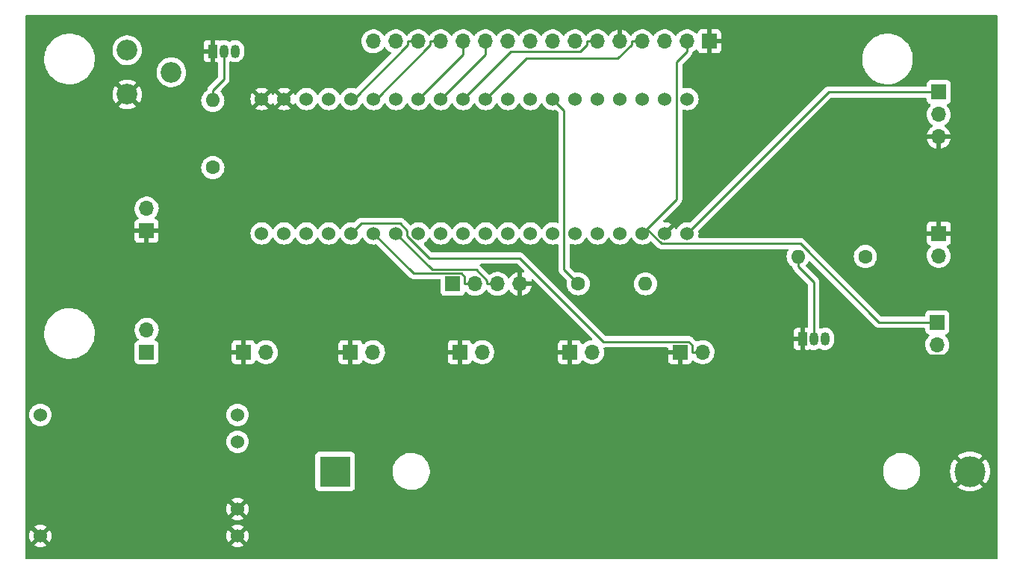
<source format=gbr>
%TF.GenerationSoftware,KiCad,Pcbnew,6.0.1*%
%TF.CreationDate,2022-09-08T21:04:12-04:00*%
%TF.ProjectId,Shot-Timer,53686f74-2d54-4696-9d65-722e6b696361,rev?*%
%TF.SameCoordinates,Original*%
%TF.FileFunction,Copper,L2,Bot*%
%TF.FilePolarity,Positive*%
%FSLAX46Y46*%
G04 Gerber Fmt 4.6, Leading zero omitted, Abs format (unit mm)*
G04 Created by KiCad (PCBNEW 6.0.1) date 2022-09-08 21:04:12*
%MOMM*%
%LPD*%
G01*
G04 APERTURE LIST*
%TA.AperFunction,ComponentPad*%
%ADD10R,3.500000X3.500000*%
%TD*%
%TA.AperFunction,ComponentPad*%
%ADD11C,3.500000*%
%TD*%
%TA.AperFunction,ComponentPad*%
%ADD12R,1.700000X1.700000*%
%TD*%
%TA.AperFunction,ComponentPad*%
%ADD13O,1.700000X1.700000*%
%TD*%
%TA.AperFunction,ComponentPad*%
%ADD14C,1.524000*%
%TD*%
%TA.AperFunction,ComponentPad*%
%ADD15R,1.050000X1.500000*%
%TD*%
%TA.AperFunction,ComponentPad*%
%ADD16O,1.050000X1.500000*%
%TD*%
%TA.AperFunction,ComponentPad*%
%ADD17C,1.600000*%
%TD*%
%TA.AperFunction,ComponentPad*%
%ADD18O,1.600000X1.600000*%
%TD*%
%TA.AperFunction,ComponentPad*%
%ADD19C,2.340000*%
%TD*%
%TA.AperFunction,Conductor*%
%ADD20C,0.250000*%
%TD*%
G04 APERTURE END LIST*
D10*
%TO.P,BT1,1,+*%
%TO.N,Net-(BT1-Pad1)*%
X70104000Y-112776000D03*
D11*
%TO.P,BT1,2,-*%
%TO.N,GND*%
X142104000Y-112776000D03*
%TD*%
D12*
%TO.P,SW5,1,1*%
%TO.N,GND*%
X109225000Y-99250000D03*
D13*
%TO.P,SW5,2,2*%
%TO.N,SET_OK*%
X111765000Y-99250000D03*
%TD*%
D12*
%TO.P,SW6,1,1*%
%TO.N,GND*%
X48750000Y-85500000D03*
D13*
%TO.P,SW6,2,2*%
%TO.N,START*%
X48750000Y-82960000D03*
%TD*%
D12*
%TO.P,SW3,1,1*%
%TO.N,GND*%
X84250000Y-99250000D03*
D13*
%TO.P,SW3,2,2*%
%TO.N,SET_UP*%
X86790000Y-99250000D03*
%TD*%
D12*
%TO.P,DS1,1,VSS*%
%TO.N,GND*%
X112550000Y-64000000D03*
D13*
%TO.P,DS1,2,VDD*%
%TO.N,+5V*%
X110010000Y-64000000D03*
%TO.P,DS1,3,VO*%
%TO.N,Net-(DS1-Pad3)*%
X107470000Y-64000000D03*
%TO.P,DS1,4,RS*%
%TO.N,LCD_RS*%
X104930000Y-64000000D03*
%TO.P,DS1,5,R/W*%
%TO.N,GND*%
X102390000Y-64000000D03*
%TO.P,DS1,6,E*%
%TO.N,LCD_EN*%
X99850000Y-64000000D03*
%TO.P,DS1,7,D0*%
%TO.N,unconnected-(DS1-Pad7)*%
X97310000Y-64000000D03*
%TO.P,DS1,8,D1*%
%TO.N,unconnected-(DS1-Pad8)*%
X94770000Y-64000000D03*
%TO.P,DS1,9,D2*%
%TO.N,unconnected-(DS1-Pad9)*%
X92230000Y-64000000D03*
%TO.P,DS1,10,D3*%
%TO.N,unconnected-(DS1-Pad10)*%
X89690000Y-64000000D03*
%TO.P,DS1,11,D4*%
%TO.N,LCD_D4*%
X87150000Y-64000000D03*
%TO.P,DS1,12,D5*%
%TO.N,LCD_D5*%
X84610000Y-64000000D03*
%TO.P,DS1,13,D6*%
%TO.N,LCD_D6*%
X82070000Y-64000000D03*
%TO.P,DS1,14,D7*%
%TO.N,LCD_D7*%
X79530000Y-64000000D03*
%TO.P,DS1,15,LED(+)*%
%TO.N,+5V*%
X76990000Y-64000000D03*
%TO.P,DS1,16,LED(-)*%
%TO.N,Net-(DS1-Pad16)*%
X74450000Y-64000000D03*
%TD*%
D12*
%TO.P,SW1,1,1*%
%TO.N,GND*%
X59725000Y-99250000D03*
D13*
%TO.P,SW1,2,2*%
%TO.N,MENU_UP*%
X62265000Y-99250000D03*
%TD*%
D12*
%TO.P,SW7,1,A*%
%TO.N,Net-(BT1-Pad1)*%
X48750000Y-99275000D03*
D13*
%TO.P,SW7,2,B*%
%TO.N,+5V*%
X48750000Y-96735000D03*
%TD*%
D14*
%TO.P,U1,3V3,3.3V*%
%TO.N,+3V3*%
X110055000Y-85775000D03*
%TO.N,N/C*%
X66875000Y-70535000D03*
%TO.P,U1,5V,5V*%
%TO.N,+5V*%
X104975000Y-85775000D03*
%TO.P,U1,G,GND*%
%TO.N,GND*%
X61795000Y-70535000D03*
X107515000Y-85775000D03*
X64335000Y-70535000D03*
%TO.P,U1,NRST,RESET*%
%TO.N,unconnected-(U1-PadNRST)*%
X69415000Y-70535000D03*
%TO.P,U1,PA0,PA0*%
%TO.N,unconnected-(U1-PadPA0)*%
X99895000Y-70535000D03*
%TO.P,U1,PA1,PA1*%
%TO.N,MIC*%
X97355000Y-70535000D03*
%TO.P,U1,PA2,PA2*%
%TO.N,LED2*%
X94815000Y-70535000D03*
%TO.P,U1,PA3,PA3*%
%TO.N,unconnected-(U1-PadPA3)*%
X92275000Y-70535000D03*
%TO.P,U1,PA4,PA4*%
%TO.N,unconnected-(U1-PadPA4)*%
X89735000Y-70535000D03*
%TO.P,U1,PA5,PA5*%
%TO.N,LCD_RS*%
X87195000Y-70535000D03*
%TO.P,U1,PA6,PA6*%
%TO.N,LCD_EN*%
X84655000Y-70535000D03*
%TO.P,U1,PA7,PA7*%
%TO.N,LCD_D4*%
X82115000Y-70535000D03*
%TO.P,U1,PA8,PA8*%
%TO.N,SET_OK*%
X71955000Y-85775000D03*
%TO.P,U1,PA9,PA9*%
%TO.N,RX1*%
X74495000Y-85775000D03*
%TO.P,U1,PA10,PA10*%
%TO.N,TX1*%
X77035000Y-85775000D03*
%TO.P,U1,PA11,PA11*%
%TO.N,unconnected-(U1-PadPA11)*%
X79575000Y-85775000D03*
%TO.P,U1,PA12,PA12*%
%TO.N,unconnected-(U1-PadPA12)*%
X82115000Y-85775000D03*
%TO.P,U1,PA15,PA15*%
%TO.N,START*%
X84655000Y-85775000D03*
%TO.P,U1,PB0,PB0*%
%TO.N,LCD_D5*%
X79575000Y-70535000D03*
%TO.P,U1,PB1,PB1*%
%TO.N,unconnected-(U1-PadPB1)*%
X77035000Y-70535000D03*
%TO.P,U1,PB3,PB3*%
%TO.N,unconnected-(U1-PadPB3)*%
X87195000Y-85775000D03*
%TO.P,U1,PB4,PB4*%
%TO.N,unconnected-(U1-PadPB4)*%
X89735000Y-85775000D03*
%TO.P,U1,PB5,PB5*%
%TO.N,unconnected-(U1-PadPB5)*%
X92275000Y-85775000D03*
%TO.P,U1,PB6,PB6*%
%TO.N,unconnected-(U1-PadPB6)*%
X94815000Y-85775000D03*
%TO.P,U1,PB7,PB7*%
%TO.N,unconnected-(U1-PadPB7)*%
X97355000Y-85775000D03*
%TO.P,U1,PB8,PB8*%
%TO.N,BUZZER*%
X99895000Y-85775000D03*
%TO.P,U1,PB9,PB9*%
%TO.N,LCD_BK*%
X102435000Y-85775000D03*
%TO.P,U1,PB10,PB10*%
%TO.N,LCD_D6*%
X74495000Y-70535000D03*
%TO.P,U1,PB11,PB11*%
%TO.N,LCD_D7*%
X71955000Y-70535000D03*
%TO.P,U1,PB12,PB12*%
%TO.N,MENU_UP*%
X61795000Y-85775000D03*
%TO.P,U1,PB13,PB13*%
%TO.N,MENU_DN*%
X64335000Y-85775000D03*
%TO.P,U1,PB14,PB14*%
%TO.N,SET_UP*%
X66875000Y-85775000D03*
%TO.P,U1,PB15,PB15*%
%TO.N,SET_DN*%
X69415000Y-85775000D03*
%TO.P,U1,PC13,PC13*%
%TO.N,unconnected-(U1-PadPC13)*%
X107515000Y-70535000D03*
%TO.P,U1,PC14,PC14*%
%TO.N,unconnected-(U1-PadPC14)*%
X104975000Y-70535000D03*
%TO.P,U1,PC15,PC15*%
%TO.N,unconnected-(U1-PadPC15)*%
X102435000Y-70535000D03*
%TO.P,U1,VBAT,Vbat*%
%TO.N,unconnected-(U1-PadVBAT)*%
X110055000Y-70535000D03*
%TD*%
D12*
%TO.P,U3,1,VCC*%
%TO.N,+3V3*%
X138565000Y-69760000D03*
D13*
%TO.P,U3,2,AUD*%
%TO.N,MIC*%
X138565000Y-72300000D03*
%TO.P,U3,3,GND*%
%TO.N,GND*%
X138565000Y-74840000D03*
%TD*%
D12*
%TO.P,D1,1,K*%
%TO.N,GND*%
X138565000Y-85785000D03*
D13*
%TO.P,D1,2,A*%
%TO.N,Net-(D1-Pad2)*%
X138565000Y-88325000D03*
%TD*%
D12*
%TO.P,J1,1,Pin_1*%
%TO.N,+3V3*%
X83450000Y-91500000D03*
D13*
%TO.P,J1,2,Pin_2*%
%TO.N,RX1*%
X85990000Y-91500000D03*
%TO.P,J1,3,Pin_3*%
%TO.N,TX1*%
X88530000Y-91500000D03*
%TO.P,J1,4,Pin_4*%
%TO.N,GND*%
X91070000Y-91500000D03*
%TD*%
D15*
%TO.P,Q1,1,E*%
%TO.N,GND*%
X56230000Y-65110000D03*
D16*
%TO.P,Q1,2,B*%
%TO.N,Net-(Q1-Pad2)*%
X57500000Y-65110000D03*
%TO.P,Q1,3,C*%
%TO.N,Net-(DS1-Pad16)*%
X58770000Y-65110000D03*
%TD*%
D12*
%TO.P,SW4,1,1*%
%TO.N,GND*%
X96725000Y-99250000D03*
D13*
%TO.P,SW4,2,2*%
%TO.N,SET_DN*%
X99265000Y-99250000D03*
%TD*%
D17*
%TO.P,R2,1*%
%TO.N,LED2*%
X97690000Y-91500000D03*
D18*
%TO.P,R2,2*%
%TO.N,Net-(D1-Pad2)*%
X105310000Y-91500000D03*
%TD*%
D17*
%TO.P,R1,1*%
%TO.N,LCD_BK*%
X56250000Y-78310000D03*
D18*
%TO.P,R1,2*%
%TO.N,Net-(Q1-Pad2)*%
X56250000Y-70690000D03*
%TD*%
D17*
%TO.P,R3,1*%
%TO.N,BUZZER*%
X130235000Y-88405000D03*
D18*
%TO.P,R3,2*%
%TO.N,Net-(Q2-Pad2)*%
X122615000Y-88405000D03*
%TD*%
D12*
%TO.P,BZ1,1,-*%
%TO.N,+5V*%
X138390000Y-95855000D03*
D13*
%TO.P,BZ1,2,+*%
%TO.N,Net-(BZ1-Pad2)*%
X138390000Y-98395000D03*
%TD*%
D12*
%TO.P,SW2,1,1*%
%TO.N,GND*%
X71865000Y-99250000D03*
D13*
%TO.P,SW2,2,2*%
%TO.N,MENU_DN*%
X74405000Y-99250000D03*
%TD*%
D14*
%TO.P,U2,1,VCC*%
%TO.N,USBP*%
X36701000Y-106372000D03*
%TO.P,U2,2,GND*%
%TO.N,GND*%
X36701000Y-120088000D03*
%TO.P,U2,3,OUTN*%
X59053000Y-120088000D03*
%TO.P,U2,4,BATN*%
X59053000Y-117040000D03*
%TO.P,U2,5,BATP*%
%TO.N,Net-(BT1-Pad1)*%
X59053000Y-109420000D03*
%TO.P,U2,6,OUTP*%
%TO.N,unconnected-(U2-Pad6)*%
X59053000Y-106372000D03*
%TD*%
D19*
%TO.P,RV1,1,1*%
%TO.N,+5V*%
X46549000Y-65007000D03*
%TO.P,RV1,2,2*%
%TO.N,Net-(DS1-Pad3)*%
X51549000Y-67507000D03*
%TO.P,RV1,3,3*%
%TO.N,GND*%
X46549000Y-70007000D03*
%TD*%
D15*
%TO.P,Q2,1,E*%
%TO.N,GND*%
X123120000Y-97740000D03*
D16*
%TO.P,Q2,2,B*%
%TO.N,Net-(Q2-Pad2)*%
X124390000Y-97740000D03*
%TO.P,Q2,3,C*%
%TO.N,Net-(BZ1-Pad2)*%
X125660000Y-97740000D03*
%TD*%
D20*
%TO.N,GND*%
X123120000Y-98815300D02*
X123910100Y-99605400D01*
X123910100Y-99605400D02*
X139768500Y-99605400D01*
X123120000Y-97740000D02*
X123120000Y-98815300D01*
X46549000Y-70007000D02*
X46549000Y-70539900D01*
%TO.N,+5V*%
X107106900Y-86915600D02*
X122843600Y-86915600D01*
X110010000Y-64000000D02*
X110010000Y-65175300D01*
X108834700Y-66350600D02*
X110010000Y-65175300D01*
X105470700Y-85279300D02*
X107106900Y-86915600D01*
X122843600Y-86915600D02*
X131783000Y-95855000D01*
X105470700Y-85279300D02*
X108834700Y-81915300D01*
X104975000Y-85775000D02*
X105470700Y-85279300D01*
X131783000Y-95855000D02*
X138390000Y-95855000D01*
X108834700Y-81915300D02*
X108834700Y-66350600D01*
%TO.N,LCD_RS*%
X104930000Y-64000000D02*
X103754700Y-64000000D01*
X103754700Y-64367300D02*
X103754700Y-64000000D01*
X91787400Y-65942600D02*
X102179400Y-65942600D01*
X87195000Y-70535000D02*
X91787400Y-65942600D01*
X102179400Y-65942600D02*
X103754700Y-64367300D01*
%TO.N,LCD_EN*%
X90014700Y-65175300D02*
X97866800Y-65175300D01*
X84655000Y-70535000D02*
X90014700Y-65175300D01*
X99850000Y-64000000D02*
X98674700Y-64000000D01*
X97866800Y-65175300D02*
X98674700Y-64367400D01*
X98674700Y-64367400D02*
X98674700Y-64000000D01*
%TO.N,LCD_D4*%
X82115000Y-70535000D02*
X87150000Y-65500000D01*
X87150000Y-65500000D02*
X87150000Y-64000000D01*
%TO.N,LCD_D5*%
X84610000Y-65500000D02*
X84610000Y-64000000D01*
X79575000Y-70535000D02*
X84610000Y-65500000D01*
%TO.N,LCD_D6*%
X74755100Y-70535000D02*
X80894700Y-64395400D01*
X82070000Y-64000000D02*
X80894700Y-64000000D01*
X80894700Y-64395400D02*
X80894700Y-64000000D01*
X74495000Y-70535000D02*
X74755100Y-70535000D01*
%TO.N,LCD_D7*%
X71955000Y-70535000D02*
X72215100Y-70535000D01*
X78354700Y-64395400D02*
X78354700Y-64000000D01*
X79530000Y-64000000D02*
X78354700Y-64000000D01*
X72215100Y-70535000D02*
X78354700Y-64395400D01*
%TO.N,+3V3*%
X138565000Y-69760000D02*
X126070000Y-69760000D01*
X126070000Y-69760000D02*
X110055000Y-85775000D01*
%TO.N,RX1*%
X84447500Y-90324700D02*
X79044700Y-90324700D01*
X85990000Y-91500000D02*
X84814700Y-91500000D01*
X84814700Y-91500000D02*
X84814700Y-90691900D01*
X79044700Y-90324700D02*
X74495000Y-85775000D01*
X84814700Y-90691900D02*
X84447500Y-90324700D01*
%TO.N,TX1*%
X87354700Y-91500000D02*
X87354700Y-91132700D01*
X81134300Y-89874300D02*
X77035000Y-85775000D01*
X86096300Y-89874300D02*
X81134300Y-89874300D01*
X88530000Y-91500000D02*
X87354700Y-91500000D01*
X87354700Y-91132700D02*
X86096300Y-89874300D01*
%TO.N,Net-(Q1-Pad2)*%
X57500000Y-68314700D02*
X57500000Y-65110000D01*
X56250000Y-69564700D02*
X57500000Y-68314700D01*
X56250000Y-70690000D02*
X56250000Y-69564700D01*
%TO.N,Net-(Q2-Pad2)*%
X122615000Y-88405000D02*
X122615000Y-89530300D01*
X124390000Y-91305300D02*
X122615000Y-89530300D01*
X124390000Y-97740000D02*
X124390000Y-91305300D01*
%TO.N,LED2*%
X96085000Y-71805000D02*
X94815000Y-70535000D01*
X97690000Y-91500000D02*
X96085000Y-89895000D01*
X96085000Y-89895000D02*
X96085000Y-71805000D01*
%TO.N,SET_OK*%
X77524100Y-84666000D02*
X73064000Y-84666000D01*
X80840300Y-88582900D02*
X78305000Y-86047600D01*
X110589700Y-98441900D02*
X110222500Y-98074700D01*
X73064000Y-84666000D02*
X71955000Y-85775000D01*
X78305000Y-86047600D02*
X78305000Y-85446900D01*
X100553900Y-98074700D02*
X91062100Y-88582900D01*
X111765000Y-99250000D02*
X110589700Y-99250000D01*
X91062100Y-88582900D02*
X80840300Y-88582900D01*
X78305000Y-85446900D02*
X77524100Y-84666000D01*
X110222500Y-98074700D02*
X100553900Y-98074700D01*
X110589700Y-99250000D02*
X110589700Y-98441900D01*
%TD*%
%TA.AperFunction,Conductor*%
%TO.N,GND*%
G36*
X145184121Y-61028002D02*
G01*
X145230614Y-61081658D01*
X145242000Y-61134000D01*
X145242000Y-122616000D01*
X145221998Y-122684121D01*
X145168342Y-122730614D01*
X145116000Y-122742000D01*
X35134000Y-122742000D01*
X35065879Y-122721998D01*
X35019386Y-122668342D01*
X35008000Y-122616000D01*
X35008000Y-121146777D01*
X36006777Y-121146777D01*
X36016074Y-121158793D01*
X36059069Y-121188898D01*
X36068555Y-121194376D01*
X36259993Y-121283645D01*
X36270285Y-121287391D01*
X36474309Y-121342059D01*
X36485104Y-121343962D01*
X36695525Y-121362372D01*
X36706475Y-121362372D01*
X36916896Y-121343962D01*
X36927691Y-121342059D01*
X37131715Y-121287391D01*
X37142007Y-121283645D01*
X37333445Y-121194376D01*
X37342931Y-121188898D01*
X37386764Y-121158207D01*
X37395139Y-121147729D01*
X37394639Y-121146777D01*
X58358777Y-121146777D01*
X58368074Y-121158793D01*
X58411069Y-121188898D01*
X58420555Y-121194376D01*
X58611993Y-121283645D01*
X58622285Y-121287391D01*
X58826309Y-121342059D01*
X58837104Y-121343962D01*
X59047525Y-121362372D01*
X59058475Y-121362372D01*
X59268896Y-121343962D01*
X59279691Y-121342059D01*
X59483715Y-121287391D01*
X59494007Y-121283645D01*
X59685445Y-121194376D01*
X59694931Y-121188898D01*
X59738764Y-121158207D01*
X59747139Y-121147729D01*
X59740071Y-121134281D01*
X59065812Y-120460022D01*
X59051868Y-120452408D01*
X59050035Y-120452539D01*
X59043420Y-120456790D01*
X58365207Y-121135003D01*
X58358777Y-121146777D01*
X37394639Y-121146777D01*
X37388071Y-121134281D01*
X36713812Y-120460022D01*
X36699868Y-120452408D01*
X36698035Y-120452539D01*
X36691420Y-120456790D01*
X36013207Y-121135003D01*
X36006777Y-121146777D01*
X35008000Y-121146777D01*
X35008000Y-120093475D01*
X35426628Y-120093475D01*
X35445038Y-120303896D01*
X35446941Y-120314691D01*
X35501609Y-120518715D01*
X35505355Y-120529007D01*
X35594623Y-120720441D01*
X35600103Y-120729932D01*
X35630794Y-120773765D01*
X35641271Y-120782140D01*
X35654718Y-120775072D01*
X36328978Y-120100812D01*
X36335356Y-120089132D01*
X37065408Y-120089132D01*
X37065539Y-120090965D01*
X37069790Y-120097580D01*
X37748003Y-120775793D01*
X37759777Y-120782223D01*
X37771793Y-120772926D01*
X37801897Y-120729932D01*
X37807377Y-120720441D01*
X37896645Y-120529007D01*
X37900391Y-120518715D01*
X37955059Y-120314691D01*
X37956962Y-120303896D01*
X37975372Y-120093475D01*
X57778628Y-120093475D01*
X57797038Y-120303896D01*
X57798941Y-120314691D01*
X57853609Y-120518715D01*
X57857355Y-120529007D01*
X57946623Y-120720441D01*
X57952103Y-120729932D01*
X57982794Y-120773765D01*
X57993271Y-120782140D01*
X58006718Y-120775072D01*
X58680978Y-120100812D01*
X58687356Y-120089132D01*
X59417408Y-120089132D01*
X59417539Y-120090965D01*
X59421790Y-120097580D01*
X60100003Y-120775793D01*
X60111777Y-120782223D01*
X60123793Y-120772926D01*
X60153897Y-120729932D01*
X60159377Y-120720441D01*
X60248645Y-120529007D01*
X60252391Y-120518715D01*
X60307059Y-120314691D01*
X60308962Y-120303896D01*
X60327372Y-120093475D01*
X60327372Y-120082525D01*
X60308962Y-119872104D01*
X60307059Y-119861309D01*
X60252391Y-119657285D01*
X60248645Y-119646993D01*
X60159377Y-119455559D01*
X60153897Y-119446068D01*
X60123206Y-119402235D01*
X60112729Y-119393860D01*
X60099282Y-119400928D01*
X59425022Y-120075188D01*
X59417408Y-120089132D01*
X58687356Y-120089132D01*
X58688592Y-120086868D01*
X58688461Y-120085035D01*
X58684210Y-120078420D01*
X58005997Y-119400207D01*
X57994223Y-119393777D01*
X57982207Y-119403074D01*
X57952103Y-119446068D01*
X57946623Y-119455559D01*
X57857355Y-119646993D01*
X57853609Y-119657285D01*
X57798941Y-119861309D01*
X57797038Y-119872104D01*
X57778628Y-120082525D01*
X57778628Y-120093475D01*
X37975372Y-120093475D01*
X37975372Y-120082525D01*
X37956962Y-119872104D01*
X37955059Y-119861309D01*
X37900391Y-119657285D01*
X37896645Y-119646993D01*
X37807377Y-119455559D01*
X37801897Y-119446068D01*
X37771206Y-119402235D01*
X37760729Y-119393860D01*
X37747282Y-119400928D01*
X37073022Y-120075188D01*
X37065408Y-120089132D01*
X36335356Y-120089132D01*
X36336592Y-120086868D01*
X36336461Y-120085035D01*
X36332210Y-120078420D01*
X35653997Y-119400207D01*
X35642223Y-119393777D01*
X35630207Y-119403074D01*
X35600103Y-119446068D01*
X35594623Y-119455559D01*
X35505355Y-119646993D01*
X35501609Y-119657285D01*
X35446941Y-119861309D01*
X35445038Y-119872104D01*
X35426628Y-120082525D01*
X35426628Y-120093475D01*
X35008000Y-120093475D01*
X35008000Y-119028271D01*
X36006860Y-119028271D01*
X36013928Y-119041718D01*
X36688188Y-119715978D01*
X36702132Y-119723592D01*
X36703965Y-119723461D01*
X36710580Y-119719210D01*
X37388793Y-119040997D01*
X37395223Y-119029223D01*
X37394486Y-119028271D01*
X58358860Y-119028271D01*
X58365928Y-119041718D01*
X59040188Y-119715978D01*
X59054132Y-119723592D01*
X59055965Y-119723461D01*
X59062580Y-119719210D01*
X59740793Y-119040997D01*
X59747223Y-119029223D01*
X59737926Y-119017207D01*
X59694931Y-118987102D01*
X59685445Y-118981624D01*
X59494007Y-118892355D01*
X59483715Y-118888609D01*
X59279691Y-118833941D01*
X59268896Y-118832038D01*
X59058475Y-118813628D01*
X59047525Y-118813628D01*
X58837104Y-118832038D01*
X58826309Y-118833941D01*
X58622285Y-118888609D01*
X58611993Y-118892355D01*
X58420559Y-118981623D01*
X58411068Y-118987103D01*
X58367235Y-119017794D01*
X58358860Y-119028271D01*
X37394486Y-119028271D01*
X37385926Y-119017207D01*
X37342931Y-118987102D01*
X37333445Y-118981624D01*
X37142007Y-118892355D01*
X37131715Y-118888609D01*
X36927691Y-118833941D01*
X36916896Y-118832038D01*
X36706475Y-118813628D01*
X36695525Y-118813628D01*
X36485104Y-118832038D01*
X36474309Y-118833941D01*
X36270285Y-118888609D01*
X36259993Y-118892355D01*
X36068559Y-118981623D01*
X36059068Y-118987103D01*
X36015235Y-119017794D01*
X36006860Y-119028271D01*
X35008000Y-119028271D01*
X35008000Y-118098777D01*
X58358777Y-118098777D01*
X58368074Y-118110793D01*
X58411069Y-118140898D01*
X58420555Y-118146376D01*
X58611993Y-118235645D01*
X58622285Y-118239391D01*
X58826309Y-118294059D01*
X58837104Y-118295962D01*
X59047525Y-118314372D01*
X59058475Y-118314372D01*
X59268896Y-118295962D01*
X59279691Y-118294059D01*
X59483715Y-118239391D01*
X59494007Y-118235645D01*
X59685445Y-118146376D01*
X59694931Y-118140898D01*
X59738764Y-118110207D01*
X59747139Y-118099729D01*
X59740071Y-118086281D01*
X59065812Y-117412022D01*
X59051868Y-117404408D01*
X59050035Y-117404539D01*
X59043420Y-117408790D01*
X58365207Y-118087003D01*
X58358777Y-118098777D01*
X35008000Y-118098777D01*
X35008000Y-117045475D01*
X57778628Y-117045475D01*
X57797038Y-117255896D01*
X57798941Y-117266691D01*
X57853609Y-117470715D01*
X57857355Y-117481007D01*
X57946623Y-117672441D01*
X57952103Y-117681932D01*
X57982794Y-117725765D01*
X57993271Y-117734140D01*
X58006718Y-117727072D01*
X58680978Y-117052812D01*
X58687356Y-117041132D01*
X59417408Y-117041132D01*
X59417539Y-117042965D01*
X59421790Y-117049580D01*
X60100003Y-117727793D01*
X60111777Y-117734223D01*
X60123793Y-117724926D01*
X60153897Y-117681932D01*
X60159377Y-117672441D01*
X60248645Y-117481007D01*
X60252391Y-117470715D01*
X60307059Y-117266691D01*
X60308962Y-117255896D01*
X60327372Y-117045475D01*
X60327372Y-117034525D01*
X60308962Y-116824104D01*
X60307059Y-116813309D01*
X60252391Y-116609285D01*
X60248645Y-116598993D01*
X60159377Y-116407559D01*
X60153897Y-116398068D01*
X60123206Y-116354235D01*
X60112729Y-116345860D01*
X60099282Y-116352928D01*
X59425022Y-117027188D01*
X59417408Y-117041132D01*
X58687356Y-117041132D01*
X58688592Y-117038868D01*
X58688461Y-117037035D01*
X58684210Y-117030420D01*
X58005997Y-116352207D01*
X57994223Y-116345777D01*
X57982207Y-116355074D01*
X57952103Y-116398068D01*
X57946623Y-116407559D01*
X57857355Y-116598993D01*
X57853609Y-116609285D01*
X57798941Y-116813309D01*
X57797038Y-116824104D01*
X57778628Y-117034525D01*
X57778628Y-117045475D01*
X35008000Y-117045475D01*
X35008000Y-115980271D01*
X58358860Y-115980271D01*
X58365928Y-115993718D01*
X59040188Y-116667978D01*
X59054132Y-116675592D01*
X59055965Y-116675461D01*
X59062580Y-116671210D01*
X59740793Y-115992997D01*
X59747223Y-115981223D01*
X59737926Y-115969207D01*
X59694931Y-115939102D01*
X59685445Y-115933624D01*
X59494007Y-115844355D01*
X59483715Y-115840609D01*
X59279691Y-115785941D01*
X59268896Y-115784038D01*
X59058475Y-115765628D01*
X59047525Y-115765628D01*
X58837104Y-115784038D01*
X58826309Y-115785941D01*
X58622285Y-115840609D01*
X58611993Y-115844355D01*
X58420559Y-115933623D01*
X58411068Y-115939103D01*
X58367235Y-115969794D01*
X58358860Y-115980271D01*
X35008000Y-115980271D01*
X35008000Y-114574134D01*
X67845500Y-114574134D01*
X67852255Y-114636316D01*
X67903385Y-114772705D01*
X67990739Y-114889261D01*
X68107295Y-114976615D01*
X68243684Y-115027745D01*
X68305866Y-115034500D01*
X71902134Y-115034500D01*
X71964316Y-115027745D01*
X72100705Y-114976615D01*
X72217261Y-114889261D01*
X72304615Y-114772705D01*
X72355745Y-114636316D01*
X72362500Y-114574134D01*
X72362500Y-112908703D01*
X76639743Y-112908703D01*
X76677268Y-113193734D01*
X76753129Y-113471036D01*
X76865923Y-113735476D01*
X77013561Y-113982161D01*
X77193313Y-114206528D01*
X77401851Y-114404423D01*
X77635317Y-114572186D01*
X77639112Y-114574195D01*
X77639113Y-114574196D01*
X77660869Y-114585715D01*
X77889392Y-114706712D01*
X78159373Y-114805511D01*
X78440264Y-114866755D01*
X78468841Y-114869004D01*
X78663282Y-114884307D01*
X78663291Y-114884307D01*
X78665739Y-114884500D01*
X78821271Y-114884500D01*
X78823407Y-114884354D01*
X78823418Y-114884354D01*
X79031548Y-114870165D01*
X79031554Y-114870164D01*
X79035825Y-114869873D01*
X79040020Y-114869004D01*
X79040022Y-114869004D01*
X79176584Y-114840723D01*
X79317342Y-114811574D01*
X79588343Y-114715607D01*
X79843812Y-114583750D01*
X79847313Y-114581289D01*
X79847317Y-114581287D01*
X79961417Y-114501096D01*
X80079023Y-114418441D01*
X80289622Y-114222740D01*
X80471713Y-114000268D01*
X80621927Y-113755142D01*
X80737483Y-113491898D01*
X80816244Y-113215406D01*
X80856751Y-112930784D01*
X80856845Y-112912951D01*
X80856867Y-112908703D01*
X132249743Y-112908703D01*
X132287268Y-113193734D01*
X132363129Y-113471036D01*
X132475923Y-113735476D01*
X132623561Y-113982161D01*
X132803313Y-114206528D01*
X133011851Y-114404423D01*
X133245317Y-114572186D01*
X133249112Y-114574195D01*
X133249113Y-114574196D01*
X133270869Y-114585715D01*
X133499392Y-114706712D01*
X133769373Y-114805511D01*
X134050264Y-114866755D01*
X134078841Y-114869004D01*
X134273282Y-114884307D01*
X134273291Y-114884307D01*
X134275739Y-114884500D01*
X134431271Y-114884500D01*
X134433407Y-114884354D01*
X134433418Y-114884354D01*
X134641548Y-114870165D01*
X134641554Y-114870164D01*
X134645825Y-114869873D01*
X134650020Y-114869004D01*
X134650022Y-114869004D01*
X134786584Y-114840723D01*
X134927342Y-114811574D01*
X135198343Y-114715607D01*
X135453812Y-114583750D01*
X135457313Y-114581289D01*
X135457317Y-114581287D01*
X135509153Y-114544856D01*
X140700601Y-114544856D01*
X140707059Y-114554216D01*
X140723361Y-114568512D01*
X140729901Y-114573530D01*
X140969144Y-114733387D01*
X140976281Y-114737508D01*
X141234349Y-114864772D01*
X141241953Y-114867922D01*
X141514420Y-114960412D01*
X141522383Y-114962546D01*
X141804600Y-115018683D01*
X141812751Y-115019756D01*
X142099881Y-115038575D01*
X142108119Y-115038575D01*
X142395249Y-115019756D01*
X142403400Y-115018683D01*
X142685617Y-114962546D01*
X142693580Y-114960412D01*
X142966047Y-114867922D01*
X142973651Y-114864772D01*
X143231719Y-114737508D01*
X143238856Y-114733387D01*
X143478099Y-114573530D01*
X143484639Y-114568512D01*
X143499074Y-114555853D01*
X143507472Y-114542614D01*
X143501638Y-114532849D01*
X142116810Y-113148020D01*
X142102869Y-113140408D01*
X142101034Y-113140539D01*
X142094420Y-113144790D01*
X140708116Y-114531095D01*
X140700601Y-114544856D01*
X135509153Y-114544856D01*
X135571417Y-114501096D01*
X135689023Y-114418441D01*
X135899622Y-114222740D01*
X136081713Y-114000268D01*
X136231927Y-113755142D01*
X136347483Y-113491898D01*
X136426244Y-113215406D01*
X136466751Y-112930784D01*
X136466845Y-112912951D01*
X136467541Y-112780119D01*
X139841425Y-112780119D01*
X139860244Y-113067249D01*
X139861317Y-113075400D01*
X139917454Y-113357617D01*
X139919588Y-113365580D01*
X140012078Y-113638047D01*
X140015228Y-113645651D01*
X140142492Y-113903718D01*
X140146613Y-113910855D01*
X140306470Y-114150099D01*
X140311488Y-114156639D01*
X140324147Y-114171074D01*
X140337386Y-114179472D01*
X140347151Y-114173638D01*
X141731980Y-112788810D01*
X141738357Y-112777131D01*
X142468408Y-112777131D01*
X142468539Y-112778966D01*
X142472790Y-112785580D01*
X143859095Y-114171884D01*
X143872856Y-114179399D01*
X143882216Y-114172941D01*
X143896512Y-114156639D01*
X143901530Y-114150099D01*
X144061387Y-113910855D01*
X144065508Y-113903718D01*
X144192772Y-113645651D01*
X144195922Y-113638047D01*
X144288412Y-113365580D01*
X144290546Y-113357617D01*
X144346683Y-113075400D01*
X144347756Y-113067249D01*
X144366575Y-112780119D01*
X144366575Y-112771881D01*
X144347756Y-112484751D01*
X144346683Y-112476600D01*
X144290546Y-112194383D01*
X144288412Y-112186420D01*
X144195922Y-111913953D01*
X144192772Y-111906349D01*
X144065508Y-111648282D01*
X144061387Y-111641145D01*
X143901530Y-111401901D01*
X143896512Y-111395361D01*
X143883853Y-111380926D01*
X143870614Y-111372528D01*
X143860849Y-111378362D01*
X142476020Y-112763190D01*
X142468408Y-112777131D01*
X141738357Y-112777131D01*
X141739592Y-112774869D01*
X141739461Y-112773034D01*
X141735210Y-112766420D01*
X140348905Y-111380116D01*
X140335144Y-111372601D01*
X140325784Y-111379059D01*
X140311488Y-111395361D01*
X140306470Y-111401901D01*
X140146613Y-111641145D01*
X140142492Y-111648282D01*
X140015228Y-111906349D01*
X140012078Y-111913953D01*
X139919588Y-112186420D01*
X139917454Y-112194383D01*
X139861317Y-112476600D01*
X139860244Y-112484751D01*
X139841425Y-112771881D01*
X139841425Y-112780119D01*
X136467541Y-112780119D01*
X136468235Y-112647583D01*
X136468235Y-112647576D01*
X136468257Y-112643297D01*
X136430732Y-112358266D01*
X136354871Y-112080964D01*
X136242077Y-111816524D01*
X136094439Y-111569839D01*
X135914687Y-111345472D01*
X135706149Y-111147577D01*
X135513837Y-111009386D01*
X140700528Y-111009386D01*
X140706362Y-111019151D01*
X142091190Y-112403980D01*
X142105131Y-112411592D01*
X142106966Y-112411461D01*
X142113580Y-112407210D01*
X143499884Y-111020905D01*
X143507399Y-111007144D01*
X143500941Y-110997784D01*
X143484639Y-110983488D01*
X143478099Y-110978470D01*
X143238856Y-110818613D01*
X143231719Y-110814492D01*
X142973651Y-110687228D01*
X142966047Y-110684078D01*
X142693580Y-110591588D01*
X142685617Y-110589454D01*
X142403400Y-110533317D01*
X142395249Y-110532244D01*
X142108119Y-110513425D01*
X142099881Y-110513425D01*
X141812751Y-110532244D01*
X141804600Y-110533317D01*
X141522383Y-110589454D01*
X141514420Y-110591588D01*
X141241953Y-110684078D01*
X141234349Y-110687228D01*
X140976282Y-110814492D01*
X140969145Y-110818613D01*
X140729901Y-110978470D01*
X140723361Y-110983488D01*
X140708926Y-110996147D01*
X140700528Y-111009386D01*
X135513837Y-111009386D01*
X135472683Y-110979814D01*
X135450843Y-110968250D01*
X135366400Y-110923540D01*
X135218608Y-110845288D01*
X134948627Y-110746489D01*
X134667736Y-110685245D01*
X134636685Y-110682801D01*
X134444718Y-110667693D01*
X134444709Y-110667693D01*
X134442261Y-110667500D01*
X134286729Y-110667500D01*
X134284593Y-110667646D01*
X134284582Y-110667646D01*
X134076452Y-110681835D01*
X134076446Y-110681836D01*
X134072175Y-110682127D01*
X134067980Y-110682996D01*
X134067978Y-110682996D01*
X133931416Y-110711277D01*
X133790658Y-110740426D01*
X133519657Y-110836393D01*
X133264188Y-110968250D01*
X133260687Y-110970711D01*
X133260683Y-110970713D01*
X133222165Y-110997784D01*
X133028977Y-111133559D01*
X132818378Y-111329260D01*
X132636287Y-111551732D01*
X132486073Y-111796858D01*
X132370517Y-112060102D01*
X132291756Y-112336594D01*
X132251249Y-112621216D01*
X132251227Y-112625505D01*
X132251226Y-112625512D01*
X132250388Y-112785580D01*
X132249743Y-112908703D01*
X80856867Y-112908703D01*
X80858235Y-112647583D01*
X80858235Y-112647576D01*
X80858257Y-112643297D01*
X80820732Y-112358266D01*
X80744871Y-112080964D01*
X80632077Y-111816524D01*
X80484439Y-111569839D01*
X80304687Y-111345472D01*
X80096149Y-111147577D01*
X79862683Y-110979814D01*
X79840843Y-110968250D01*
X79756400Y-110923540D01*
X79608608Y-110845288D01*
X79338627Y-110746489D01*
X79057736Y-110685245D01*
X79026685Y-110682801D01*
X78834718Y-110667693D01*
X78834709Y-110667693D01*
X78832261Y-110667500D01*
X78676729Y-110667500D01*
X78674593Y-110667646D01*
X78674582Y-110667646D01*
X78466452Y-110681835D01*
X78466446Y-110681836D01*
X78462175Y-110682127D01*
X78457980Y-110682996D01*
X78457978Y-110682996D01*
X78321416Y-110711277D01*
X78180658Y-110740426D01*
X77909657Y-110836393D01*
X77654188Y-110968250D01*
X77650687Y-110970711D01*
X77650683Y-110970713D01*
X77612165Y-110997784D01*
X77418977Y-111133559D01*
X77208378Y-111329260D01*
X77026287Y-111551732D01*
X76876073Y-111796858D01*
X76760517Y-112060102D01*
X76681756Y-112336594D01*
X76641249Y-112621216D01*
X76641227Y-112625505D01*
X76641226Y-112625512D01*
X76640388Y-112785580D01*
X76639743Y-112908703D01*
X72362500Y-112908703D01*
X72362500Y-110977866D01*
X72355745Y-110915684D01*
X72304615Y-110779295D01*
X72217261Y-110662739D01*
X72100705Y-110575385D01*
X71964316Y-110524255D01*
X71902134Y-110517500D01*
X68305866Y-110517500D01*
X68243684Y-110524255D01*
X68107295Y-110575385D01*
X67990739Y-110662739D01*
X67903385Y-110779295D01*
X67852255Y-110915684D01*
X67845500Y-110977866D01*
X67845500Y-114574134D01*
X35008000Y-114574134D01*
X35008000Y-109420000D01*
X57777647Y-109420000D01*
X57797022Y-109641463D01*
X57854560Y-109856196D01*
X57856882Y-109861177D01*
X57856883Y-109861178D01*
X57946186Y-110052689D01*
X57946189Y-110052694D01*
X57948512Y-110057676D01*
X58076023Y-110239781D01*
X58233219Y-110396977D01*
X58237727Y-110400134D01*
X58237730Y-110400136D01*
X58313495Y-110453187D01*
X58415323Y-110524488D01*
X58420305Y-110526811D01*
X58420310Y-110526814D01*
X58611822Y-110616117D01*
X58616804Y-110618440D01*
X58622112Y-110619862D01*
X58622114Y-110619863D01*
X58687949Y-110637503D01*
X58831537Y-110675978D01*
X59053000Y-110695353D01*
X59274463Y-110675978D01*
X59418051Y-110637503D01*
X59483886Y-110619863D01*
X59483888Y-110619862D01*
X59489196Y-110618440D01*
X59494178Y-110616117D01*
X59685690Y-110526814D01*
X59685695Y-110526811D01*
X59690677Y-110524488D01*
X59792505Y-110453187D01*
X59868270Y-110400136D01*
X59868273Y-110400134D01*
X59872781Y-110396977D01*
X60029977Y-110239781D01*
X60157488Y-110057676D01*
X60159811Y-110052694D01*
X60159814Y-110052689D01*
X60249117Y-109861178D01*
X60249118Y-109861177D01*
X60251440Y-109856196D01*
X60308978Y-109641463D01*
X60328353Y-109420000D01*
X60308978Y-109198537D01*
X60251440Y-108983804D01*
X60249117Y-108978822D01*
X60159814Y-108787311D01*
X60159811Y-108787306D01*
X60157488Y-108782324D01*
X60029977Y-108600219D01*
X59872781Y-108443023D01*
X59868273Y-108439866D01*
X59868270Y-108439864D01*
X59792505Y-108386813D01*
X59690677Y-108315512D01*
X59685695Y-108313189D01*
X59685690Y-108313186D01*
X59494178Y-108223883D01*
X59494177Y-108223882D01*
X59489196Y-108221560D01*
X59483888Y-108220138D01*
X59483886Y-108220137D01*
X59418051Y-108202497D01*
X59274463Y-108164022D01*
X59053000Y-108144647D01*
X58831537Y-108164022D01*
X58687949Y-108202497D01*
X58622114Y-108220137D01*
X58622112Y-108220138D01*
X58616804Y-108221560D01*
X58611823Y-108223882D01*
X58611822Y-108223883D01*
X58420311Y-108313186D01*
X58420306Y-108313189D01*
X58415324Y-108315512D01*
X58410817Y-108318668D01*
X58410815Y-108318669D01*
X58237730Y-108439864D01*
X58237727Y-108439866D01*
X58233219Y-108443023D01*
X58076023Y-108600219D01*
X57948512Y-108782324D01*
X57946189Y-108787306D01*
X57946186Y-108787311D01*
X57856883Y-108978822D01*
X57854560Y-108983804D01*
X57797022Y-109198537D01*
X57777647Y-109420000D01*
X35008000Y-109420000D01*
X35008000Y-106372000D01*
X35425647Y-106372000D01*
X35445022Y-106593463D01*
X35502560Y-106808196D01*
X35504882Y-106813177D01*
X35504883Y-106813178D01*
X35594186Y-107004689D01*
X35594189Y-107004694D01*
X35596512Y-107009676D01*
X35724023Y-107191781D01*
X35881219Y-107348977D01*
X35885727Y-107352134D01*
X35885730Y-107352136D01*
X35961495Y-107405187D01*
X36063323Y-107476488D01*
X36068305Y-107478811D01*
X36068310Y-107478814D01*
X36259822Y-107568117D01*
X36264804Y-107570440D01*
X36270112Y-107571862D01*
X36270114Y-107571863D01*
X36335949Y-107589503D01*
X36479537Y-107627978D01*
X36701000Y-107647353D01*
X36922463Y-107627978D01*
X37066051Y-107589503D01*
X37131886Y-107571863D01*
X37131888Y-107571862D01*
X37137196Y-107570440D01*
X37142178Y-107568117D01*
X37333690Y-107478814D01*
X37333695Y-107478811D01*
X37338677Y-107476488D01*
X37440505Y-107405187D01*
X37516270Y-107352136D01*
X37516273Y-107352134D01*
X37520781Y-107348977D01*
X37677977Y-107191781D01*
X37805488Y-107009676D01*
X37807811Y-107004694D01*
X37807814Y-107004689D01*
X37897117Y-106813178D01*
X37897118Y-106813177D01*
X37899440Y-106808196D01*
X37956978Y-106593463D01*
X37976353Y-106372000D01*
X57777647Y-106372000D01*
X57797022Y-106593463D01*
X57854560Y-106808196D01*
X57856882Y-106813177D01*
X57856883Y-106813178D01*
X57946186Y-107004689D01*
X57946189Y-107004694D01*
X57948512Y-107009676D01*
X58076023Y-107191781D01*
X58233219Y-107348977D01*
X58237727Y-107352134D01*
X58237730Y-107352136D01*
X58313495Y-107405187D01*
X58415323Y-107476488D01*
X58420305Y-107478811D01*
X58420310Y-107478814D01*
X58611822Y-107568117D01*
X58616804Y-107570440D01*
X58622112Y-107571862D01*
X58622114Y-107571863D01*
X58687949Y-107589503D01*
X58831537Y-107627978D01*
X59053000Y-107647353D01*
X59274463Y-107627978D01*
X59418051Y-107589503D01*
X59483886Y-107571863D01*
X59483888Y-107571862D01*
X59489196Y-107570440D01*
X59494178Y-107568117D01*
X59685690Y-107478814D01*
X59685695Y-107478811D01*
X59690677Y-107476488D01*
X59792505Y-107405187D01*
X59868270Y-107352136D01*
X59868273Y-107352134D01*
X59872781Y-107348977D01*
X60029977Y-107191781D01*
X60157488Y-107009676D01*
X60159811Y-107004694D01*
X60159814Y-107004689D01*
X60249117Y-106813178D01*
X60249118Y-106813177D01*
X60251440Y-106808196D01*
X60308978Y-106593463D01*
X60328353Y-106372000D01*
X60308978Y-106150537D01*
X60251440Y-105935804D01*
X60249117Y-105930822D01*
X60159814Y-105739311D01*
X60159811Y-105739306D01*
X60157488Y-105734324D01*
X60029977Y-105552219D01*
X59872781Y-105395023D01*
X59868273Y-105391866D01*
X59868270Y-105391864D01*
X59792505Y-105338813D01*
X59690677Y-105267512D01*
X59685695Y-105265189D01*
X59685690Y-105265186D01*
X59494178Y-105175883D01*
X59494177Y-105175882D01*
X59489196Y-105173560D01*
X59483888Y-105172138D01*
X59483886Y-105172137D01*
X59418051Y-105154497D01*
X59274463Y-105116022D01*
X59053000Y-105096647D01*
X58831537Y-105116022D01*
X58687949Y-105154497D01*
X58622114Y-105172137D01*
X58622112Y-105172138D01*
X58616804Y-105173560D01*
X58611823Y-105175882D01*
X58611822Y-105175883D01*
X58420311Y-105265186D01*
X58420306Y-105265189D01*
X58415324Y-105267512D01*
X58410817Y-105270668D01*
X58410815Y-105270669D01*
X58237730Y-105391864D01*
X58237727Y-105391866D01*
X58233219Y-105395023D01*
X58076023Y-105552219D01*
X57948512Y-105734324D01*
X57946189Y-105739306D01*
X57946186Y-105739311D01*
X57856883Y-105930822D01*
X57854560Y-105935804D01*
X57797022Y-106150537D01*
X57777647Y-106372000D01*
X37976353Y-106372000D01*
X37956978Y-106150537D01*
X37899440Y-105935804D01*
X37897117Y-105930822D01*
X37807814Y-105739311D01*
X37807811Y-105739306D01*
X37805488Y-105734324D01*
X37677977Y-105552219D01*
X37520781Y-105395023D01*
X37516273Y-105391866D01*
X37516270Y-105391864D01*
X37440505Y-105338813D01*
X37338677Y-105267512D01*
X37333695Y-105265189D01*
X37333690Y-105265186D01*
X37142178Y-105175883D01*
X37142177Y-105175882D01*
X37137196Y-105173560D01*
X37131888Y-105172138D01*
X37131886Y-105172137D01*
X37066051Y-105154497D01*
X36922463Y-105116022D01*
X36701000Y-105096647D01*
X36479537Y-105116022D01*
X36335949Y-105154497D01*
X36270114Y-105172137D01*
X36270112Y-105172138D01*
X36264804Y-105173560D01*
X36259823Y-105175882D01*
X36259822Y-105175883D01*
X36068311Y-105265186D01*
X36068306Y-105265189D01*
X36063324Y-105267512D01*
X36058817Y-105270668D01*
X36058815Y-105270669D01*
X35885730Y-105391864D01*
X35885727Y-105391866D01*
X35881219Y-105395023D01*
X35724023Y-105552219D01*
X35596512Y-105734324D01*
X35594189Y-105739306D01*
X35594186Y-105739311D01*
X35504883Y-105930822D01*
X35502560Y-105935804D01*
X35445022Y-106150537D01*
X35425647Y-106372000D01*
X35008000Y-106372000D01*
X35008000Y-97051314D01*
X37130064Y-97051314D01*
X37130159Y-97054943D01*
X37130159Y-97054945D01*
X37130904Y-97083378D01*
X37130904Y-97083380D01*
X37137074Y-97319008D01*
X37138717Y-97381774D01*
X37139228Y-97385364D01*
X37139228Y-97385365D01*
X37155871Y-97502304D01*
X37185295Y-97709049D01*
X37269181Y-98028802D01*
X37389262Y-98336794D01*
X37432405Y-98418277D01*
X37534230Y-98610590D01*
X37543947Y-98628943D01*
X37545999Y-98631928D01*
X37546004Y-98631937D01*
X37617381Y-98735791D01*
X37731186Y-98901378D01*
X37733563Y-98904102D01*
X37733567Y-98904108D01*
X37897859Y-99092438D01*
X37948497Y-99150485D01*
X38192999Y-99372965D01*
X38195957Y-99375090D01*
X38195960Y-99375093D01*
X38280962Y-99436173D01*
X38461452Y-99565869D01*
X38750298Y-99726638D01*
X39055708Y-99853143D01*
X39059202Y-99854138D01*
X39059204Y-99854139D01*
X39370133Y-99942710D01*
X39370138Y-99942711D01*
X39373634Y-99943707D01*
X39533202Y-99969837D01*
X39696281Y-99996542D01*
X39696288Y-99996543D01*
X39699862Y-99997128D01*
X39864965Y-100004915D01*
X40026441Y-100012530D01*
X40026442Y-100012530D01*
X40030068Y-100012701D01*
X40039984Y-100012025D01*
X40356245Y-99990465D01*
X40356253Y-99990464D01*
X40359876Y-99990217D01*
X40363451Y-99989554D01*
X40363454Y-99989554D01*
X40681348Y-99930635D01*
X40681349Y-99930635D01*
X40684914Y-99929974D01*
X41000873Y-99832772D01*
X41303567Y-99699899D01*
X41588982Y-99533116D01*
X41617596Y-99511632D01*
X41850430Y-99336816D01*
X41850434Y-99336813D01*
X41853337Y-99334633D01*
X42093126Y-99107081D01*
X42305172Y-98853477D01*
X42316104Y-98836835D01*
X42484678Y-98580207D01*
X42484683Y-98580198D01*
X42486665Y-98577181D01*
X42635197Y-98281857D01*
X42636442Y-98278455D01*
X42747554Y-97974828D01*
X42747555Y-97974824D01*
X42748802Y-97971417D01*
X42749647Y-97967895D01*
X42749650Y-97967887D01*
X42825126Y-97653507D01*
X42825127Y-97653503D01*
X42825973Y-97649978D01*
X42829806Y-97618302D01*
X42865351Y-97324578D01*
X42865352Y-97324571D01*
X42865687Y-97321799D01*
X42866098Y-97308738D01*
X42870810Y-97158768D01*
X42871353Y-97141505D01*
X42871128Y-97137596D01*
X42852533Y-96815100D01*
X42852532Y-96815095D01*
X42852324Y-96811480D01*
X42841545Y-96749717D01*
X42833164Y-96701695D01*
X47387251Y-96701695D01*
X47387548Y-96706848D01*
X47387548Y-96706851D01*
X47397093Y-96872394D01*
X47400110Y-96924715D01*
X47401247Y-96929761D01*
X47401248Y-96929767D01*
X47407812Y-96958891D01*
X47449222Y-97142639D01*
X47533266Y-97349616D01*
X47555173Y-97385365D01*
X47643770Y-97529942D01*
X47649987Y-97540088D01*
X47796250Y-97708938D01*
X47800230Y-97712242D01*
X47804981Y-97716187D01*
X47844616Y-97775090D01*
X47846113Y-97846071D01*
X47808997Y-97906593D01*
X47768725Y-97931112D01*
X47703132Y-97955702D01*
X47653295Y-97974385D01*
X47536739Y-98061739D01*
X47449385Y-98178295D01*
X47398255Y-98314684D01*
X47391500Y-98376866D01*
X47391500Y-100173134D01*
X47398255Y-100235316D01*
X47449385Y-100371705D01*
X47536739Y-100488261D01*
X47653295Y-100575615D01*
X47789684Y-100626745D01*
X47851866Y-100633500D01*
X49648134Y-100633500D01*
X49710316Y-100626745D01*
X49846705Y-100575615D01*
X49963261Y-100488261D01*
X50050615Y-100371705D01*
X50101745Y-100235316D01*
X50108500Y-100173134D01*
X50108500Y-100144669D01*
X58367001Y-100144669D01*
X58367371Y-100151490D01*
X58372895Y-100202352D01*
X58376521Y-100217604D01*
X58421676Y-100338054D01*
X58430214Y-100353649D01*
X58506715Y-100455724D01*
X58519276Y-100468285D01*
X58621351Y-100544786D01*
X58636946Y-100553324D01*
X58757394Y-100598478D01*
X58772649Y-100602105D01*
X58823514Y-100607631D01*
X58830328Y-100608000D01*
X59452885Y-100608000D01*
X59468124Y-100603525D01*
X59469329Y-100602135D01*
X59471000Y-100594452D01*
X59471000Y-100589884D01*
X59979000Y-100589884D01*
X59983475Y-100605123D01*
X59984865Y-100606328D01*
X59992548Y-100607999D01*
X60619669Y-100607999D01*
X60626490Y-100607629D01*
X60677352Y-100602105D01*
X60692604Y-100598479D01*
X60813054Y-100553324D01*
X60828649Y-100544786D01*
X60930724Y-100468285D01*
X60943285Y-100455724D01*
X61019786Y-100353649D01*
X61028324Y-100338054D01*
X61069225Y-100228952D01*
X61111867Y-100172188D01*
X61178428Y-100147488D01*
X61247777Y-100162696D01*
X61282444Y-100190684D01*
X61307865Y-100220031D01*
X61307869Y-100220035D01*
X61311250Y-100223938D01*
X61483126Y-100366632D01*
X61676000Y-100479338D01*
X61884692Y-100559030D01*
X61889760Y-100560061D01*
X61889763Y-100560062D01*
X61966209Y-100575615D01*
X62103597Y-100603567D01*
X62108772Y-100603757D01*
X62108774Y-100603757D01*
X62321673Y-100611564D01*
X62321677Y-100611564D01*
X62326837Y-100611753D01*
X62331957Y-100611097D01*
X62331959Y-100611097D01*
X62543288Y-100584025D01*
X62543289Y-100584025D01*
X62548416Y-100583368D01*
X62574258Y-100575615D01*
X62757429Y-100520661D01*
X62757434Y-100520659D01*
X62762384Y-100519174D01*
X62962994Y-100420896D01*
X63144860Y-100291173D01*
X63291877Y-100144669D01*
X70507001Y-100144669D01*
X70507371Y-100151490D01*
X70512895Y-100202352D01*
X70516521Y-100217604D01*
X70561676Y-100338054D01*
X70570214Y-100353649D01*
X70646715Y-100455724D01*
X70659276Y-100468285D01*
X70761351Y-100544786D01*
X70776946Y-100553324D01*
X70897394Y-100598478D01*
X70912649Y-100602105D01*
X70963514Y-100607631D01*
X70970328Y-100608000D01*
X71592885Y-100608000D01*
X71608124Y-100603525D01*
X71609329Y-100602135D01*
X71611000Y-100594452D01*
X71611000Y-100589884D01*
X72119000Y-100589884D01*
X72123475Y-100605123D01*
X72124865Y-100606328D01*
X72132548Y-100607999D01*
X72759669Y-100607999D01*
X72766490Y-100607629D01*
X72817352Y-100602105D01*
X72832604Y-100598479D01*
X72953054Y-100553324D01*
X72968649Y-100544786D01*
X73070724Y-100468285D01*
X73083285Y-100455724D01*
X73159786Y-100353649D01*
X73168324Y-100338054D01*
X73209225Y-100228952D01*
X73251867Y-100172188D01*
X73318428Y-100147488D01*
X73387777Y-100162696D01*
X73422444Y-100190684D01*
X73447865Y-100220031D01*
X73447869Y-100220035D01*
X73451250Y-100223938D01*
X73623126Y-100366632D01*
X73816000Y-100479338D01*
X74024692Y-100559030D01*
X74029760Y-100560061D01*
X74029763Y-100560062D01*
X74106209Y-100575615D01*
X74243597Y-100603567D01*
X74248772Y-100603757D01*
X74248774Y-100603757D01*
X74461673Y-100611564D01*
X74461677Y-100611564D01*
X74466837Y-100611753D01*
X74471957Y-100611097D01*
X74471959Y-100611097D01*
X74683288Y-100584025D01*
X74683289Y-100584025D01*
X74688416Y-100583368D01*
X74714258Y-100575615D01*
X74897429Y-100520661D01*
X74897434Y-100520659D01*
X74902384Y-100519174D01*
X75102994Y-100420896D01*
X75284860Y-100291173D01*
X75431877Y-100144669D01*
X82892001Y-100144669D01*
X82892371Y-100151490D01*
X82897895Y-100202352D01*
X82901521Y-100217604D01*
X82946676Y-100338054D01*
X82955214Y-100353649D01*
X83031715Y-100455724D01*
X83044276Y-100468285D01*
X83146351Y-100544786D01*
X83161946Y-100553324D01*
X83282394Y-100598478D01*
X83297649Y-100602105D01*
X83348514Y-100607631D01*
X83355328Y-100608000D01*
X83977885Y-100608000D01*
X83993124Y-100603525D01*
X83994329Y-100602135D01*
X83996000Y-100594452D01*
X83996000Y-100589884D01*
X84504000Y-100589884D01*
X84508475Y-100605123D01*
X84509865Y-100606328D01*
X84517548Y-100607999D01*
X85144669Y-100607999D01*
X85151490Y-100607629D01*
X85202352Y-100602105D01*
X85217604Y-100598479D01*
X85338054Y-100553324D01*
X85353649Y-100544786D01*
X85455724Y-100468285D01*
X85468285Y-100455724D01*
X85544786Y-100353649D01*
X85553324Y-100338054D01*
X85594225Y-100228952D01*
X85636867Y-100172188D01*
X85703428Y-100147488D01*
X85772777Y-100162696D01*
X85807444Y-100190684D01*
X85832865Y-100220031D01*
X85832869Y-100220035D01*
X85836250Y-100223938D01*
X86008126Y-100366632D01*
X86201000Y-100479338D01*
X86409692Y-100559030D01*
X86414760Y-100560061D01*
X86414763Y-100560062D01*
X86491209Y-100575615D01*
X86628597Y-100603567D01*
X86633772Y-100603757D01*
X86633774Y-100603757D01*
X86846673Y-100611564D01*
X86846677Y-100611564D01*
X86851837Y-100611753D01*
X86856957Y-100611097D01*
X86856959Y-100611097D01*
X87068288Y-100584025D01*
X87068289Y-100584025D01*
X87073416Y-100583368D01*
X87099258Y-100575615D01*
X87282429Y-100520661D01*
X87282434Y-100520659D01*
X87287384Y-100519174D01*
X87487994Y-100420896D01*
X87669860Y-100291173D01*
X87816877Y-100144669D01*
X95367001Y-100144669D01*
X95367371Y-100151490D01*
X95372895Y-100202352D01*
X95376521Y-100217604D01*
X95421676Y-100338054D01*
X95430214Y-100353649D01*
X95506715Y-100455724D01*
X95519276Y-100468285D01*
X95621351Y-100544786D01*
X95636946Y-100553324D01*
X95757394Y-100598478D01*
X95772649Y-100602105D01*
X95823514Y-100607631D01*
X95830328Y-100608000D01*
X96452885Y-100608000D01*
X96468124Y-100603525D01*
X96469329Y-100602135D01*
X96471000Y-100594452D01*
X96471000Y-99522115D01*
X96466525Y-99506876D01*
X96465135Y-99505671D01*
X96457452Y-99504000D01*
X95385116Y-99504000D01*
X95369877Y-99508475D01*
X95368672Y-99509865D01*
X95367001Y-99517548D01*
X95367001Y-100144669D01*
X87816877Y-100144669D01*
X87828096Y-100133489D01*
X87914891Y-100012701D01*
X87955435Y-99956277D01*
X87958453Y-99952077D01*
X87963083Y-99942710D01*
X88055136Y-99756453D01*
X88055137Y-99756451D01*
X88057430Y-99751811D01*
X88113386Y-99567639D01*
X88120865Y-99543023D01*
X88120865Y-99543021D01*
X88122370Y-99538069D01*
X88151529Y-99316590D01*
X88152460Y-99278489D01*
X88153074Y-99253365D01*
X88153074Y-99253361D01*
X88153156Y-99250000D01*
X88134852Y-99027361D01*
X88122424Y-98977885D01*
X95367000Y-98977885D01*
X95371475Y-98993124D01*
X95372865Y-98994329D01*
X95380548Y-98996000D01*
X96452885Y-98996000D01*
X96468124Y-98991525D01*
X96469329Y-98990135D01*
X96471000Y-98982452D01*
X96471000Y-97910116D01*
X96466525Y-97894877D01*
X96465135Y-97893672D01*
X96457452Y-97892001D01*
X95830331Y-97892001D01*
X95823510Y-97892371D01*
X95772648Y-97897895D01*
X95757396Y-97901521D01*
X95636946Y-97946676D01*
X95621351Y-97955214D01*
X95519276Y-98031715D01*
X95506715Y-98044276D01*
X95430214Y-98146351D01*
X95421676Y-98161946D01*
X95376522Y-98282394D01*
X95372895Y-98297649D01*
X95367369Y-98348514D01*
X95367000Y-98355328D01*
X95367000Y-98977885D01*
X88122424Y-98977885D01*
X88080431Y-98810702D01*
X87991354Y-98605840D01*
X87900181Y-98464908D01*
X87872822Y-98422617D01*
X87872820Y-98422614D01*
X87870014Y-98418277D01*
X87719670Y-98253051D01*
X87715619Y-98249852D01*
X87715615Y-98249848D01*
X87548414Y-98117800D01*
X87548410Y-98117798D01*
X87544359Y-98114598D01*
X87348789Y-98006638D01*
X87343920Y-98004914D01*
X87343916Y-98004912D01*
X87143087Y-97933795D01*
X87143083Y-97933794D01*
X87138212Y-97932069D01*
X87133119Y-97931162D01*
X87133116Y-97931161D01*
X86923373Y-97893800D01*
X86923367Y-97893799D01*
X86918284Y-97892894D01*
X86844452Y-97891992D01*
X86700081Y-97890228D01*
X86700079Y-97890228D01*
X86694911Y-97890165D01*
X86474091Y-97923955D01*
X86261756Y-97993357D01*
X86063607Y-98096507D01*
X86059474Y-98099610D01*
X86059471Y-98099612D01*
X85943477Y-98186703D01*
X85884965Y-98230635D01*
X85881393Y-98234373D01*
X85803898Y-98315466D01*
X85742374Y-98350895D01*
X85671462Y-98347438D01*
X85613676Y-98306192D01*
X85594823Y-98272644D01*
X85553324Y-98161946D01*
X85544786Y-98146351D01*
X85468285Y-98044276D01*
X85455724Y-98031715D01*
X85353649Y-97955214D01*
X85338054Y-97946676D01*
X85217606Y-97901522D01*
X85202351Y-97897895D01*
X85151486Y-97892369D01*
X85144672Y-97892000D01*
X84522115Y-97892000D01*
X84506876Y-97896475D01*
X84505671Y-97897865D01*
X84504000Y-97905548D01*
X84504000Y-100589884D01*
X83996000Y-100589884D01*
X83996000Y-99522115D01*
X83991525Y-99506876D01*
X83990135Y-99505671D01*
X83982452Y-99504000D01*
X82910116Y-99504000D01*
X82894877Y-99508475D01*
X82893672Y-99509865D01*
X82892001Y-99517548D01*
X82892001Y-100144669D01*
X75431877Y-100144669D01*
X75443096Y-100133489D01*
X75529891Y-100012701D01*
X75570435Y-99956277D01*
X75573453Y-99952077D01*
X75578083Y-99942710D01*
X75670136Y-99756453D01*
X75670137Y-99756451D01*
X75672430Y-99751811D01*
X75728386Y-99567639D01*
X75735865Y-99543023D01*
X75735865Y-99543021D01*
X75737370Y-99538069D01*
X75766529Y-99316590D01*
X75767460Y-99278489D01*
X75768074Y-99253365D01*
X75768074Y-99253361D01*
X75768156Y-99250000D01*
X75749852Y-99027361D01*
X75737424Y-98977885D01*
X82892000Y-98977885D01*
X82896475Y-98993124D01*
X82897865Y-98994329D01*
X82905548Y-98996000D01*
X83977885Y-98996000D01*
X83993124Y-98991525D01*
X83994329Y-98990135D01*
X83996000Y-98982452D01*
X83996000Y-97910116D01*
X83991525Y-97894877D01*
X83990135Y-97893672D01*
X83982452Y-97892001D01*
X83355331Y-97892001D01*
X83348510Y-97892371D01*
X83297648Y-97897895D01*
X83282396Y-97901521D01*
X83161946Y-97946676D01*
X83146351Y-97955214D01*
X83044276Y-98031715D01*
X83031715Y-98044276D01*
X82955214Y-98146351D01*
X82946676Y-98161946D01*
X82901522Y-98282394D01*
X82897895Y-98297649D01*
X82892369Y-98348514D01*
X82892000Y-98355328D01*
X82892000Y-98977885D01*
X75737424Y-98977885D01*
X75695431Y-98810702D01*
X75606354Y-98605840D01*
X75515181Y-98464908D01*
X75487822Y-98422617D01*
X75487820Y-98422614D01*
X75485014Y-98418277D01*
X75334670Y-98253051D01*
X75330619Y-98249852D01*
X75330615Y-98249848D01*
X75163414Y-98117800D01*
X75163410Y-98117798D01*
X75159359Y-98114598D01*
X74963789Y-98006638D01*
X74958920Y-98004914D01*
X74958916Y-98004912D01*
X74758087Y-97933795D01*
X74758083Y-97933794D01*
X74753212Y-97932069D01*
X74748119Y-97931162D01*
X74748116Y-97931161D01*
X74538373Y-97893800D01*
X74538367Y-97893799D01*
X74533284Y-97892894D01*
X74459452Y-97891992D01*
X74315081Y-97890228D01*
X74315079Y-97890228D01*
X74309911Y-97890165D01*
X74089091Y-97923955D01*
X73876756Y-97993357D01*
X73678607Y-98096507D01*
X73674474Y-98099610D01*
X73674471Y-98099612D01*
X73558477Y-98186703D01*
X73499965Y-98230635D01*
X73496393Y-98234373D01*
X73418898Y-98315466D01*
X73357374Y-98350895D01*
X73286462Y-98347438D01*
X73228676Y-98306192D01*
X73209823Y-98272644D01*
X73168324Y-98161946D01*
X73159786Y-98146351D01*
X73083285Y-98044276D01*
X73070724Y-98031715D01*
X72968649Y-97955214D01*
X72953054Y-97946676D01*
X72832606Y-97901522D01*
X72817351Y-97897895D01*
X72766486Y-97892369D01*
X72759672Y-97892000D01*
X72137115Y-97892000D01*
X72121876Y-97896475D01*
X72120671Y-97897865D01*
X72119000Y-97905548D01*
X72119000Y-100589884D01*
X71611000Y-100589884D01*
X71611000Y-99522115D01*
X71606525Y-99506876D01*
X71605135Y-99505671D01*
X71597452Y-99504000D01*
X70525116Y-99504000D01*
X70509877Y-99508475D01*
X70508672Y-99509865D01*
X70507001Y-99517548D01*
X70507001Y-100144669D01*
X63291877Y-100144669D01*
X63303096Y-100133489D01*
X63389891Y-100012701D01*
X63430435Y-99956277D01*
X63433453Y-99952077D01*
X63438083Y-99942710D01*
X63530136Y-99756453D01*
X63530137Y-99756451D01*
X63532430Y-99751811D01*
X63588386Y-99567639D01*
X63595865Y-99543023D01*
X63595865Y-99543021D01*
X63597370Y-99538069D01*
X63626529Y-99316590D01*
X63627460Y-99278489D01*
X63628074Y-99253365D01*
X63628074Y-99253361D01*
X63628156Y-99250000D01*
X63609852Y-99027361D01*
X63597424Y-98977885D01*
X70507000Y-98977885D01*
X70511475Y-98993124D01*
X70512865Y-98994329D01*
X70520548Y-98996000D01*
X71592885Y-98996000D01*
X71608124Y-98991525D01*
X71609329Y-98990135D01*
X71611000Y-98982452D01*
X71611000Y-97910116D01*
X71606525Y-97894877D01*
X71605135Y-97893672D01*
X71597452Y-97892001D01*
X70970331Y-97892001D01*
X70963510Y-97892371D01*
X70912648Y-97897895D01*
X70897396Y-97901521D01*
X70776946Y-97946676D01*
X70761351Y-97955214D01*
X70659276Y-98031715D01*
X70646715Y-98044276D01*
X70570214Y-98146351D01*
X70561676Y-98161946D01*
X70516522Y-98282394D01*
X70512895Y-98297649D01*
X70507369Y-98348514D01*
X70507000Y-98355328D01*
X70507000Y-98977885D01*
X63597424Y-98977885D01*
X63555431Y-98810702D01*
X63466354Y-98605840D01*
X63375181Y-98464908D01*
X63347822Y-98422617D01*
X63347820Y-98422614D01*
X63345014Y-98418277D01*
X63194670Y-98253051D01*
X63190619Y-98249852D01*
X63190615Y-98249848D01*
X63023414Y-98117800D01*
X63023410Y-98117798D01*
X63019359Y-98114598D01*
X62823789Y-98006638D01*
X62818920Y-98004914D01*
X62818916Y-98004912D01*
X62618087Y-97933795D01*
X62618083Y-97933794D01*
X62613212Y-97932069D01*
X62608119Y-97931162D01*
X62608116Y-97931161D01*
X62398373Y-97893800D01*
X62398367Y-97893799D01*
X62393284Y-97892894D01*
X62319452Y-97891992D01*
X62175081Y-97890228D01*
X62175079Y-97890228D01*
X62169911Y-97890165D01*
X61949091Y-97923955D01*
X61736756Y-97993357D01*
X61538607Y-98096507D01*
X61534474Y-98099610D01*
X61534471Y-98099612D01*
X61418477Y-98186703D01*
X61359965Y-98230635D01*
X61356393Y-98234373D01*
X61278898Y-98315466D01*
X61217374Y-98350895D01*
X61146462Y-98347438D01*
X61088676Y-98306192D01*
X61069823Y-98272644D01*
X61028324Y-98161946D01*
X61019786Y-98146351D01*
X60943285Y-98044276D01*
X60930724Y-98031715D01*
X60828649Y-97955214D01*
X60813054Y-97946676D01*
X60692606Y-97901522D01*
X60677351Y-97897895D01*
X60626486Y-97892369D01*
X60619672Y-97892000D01*
X59997115Y-97892000D01*
X59981876Y-97896475D01*
X59980671Y-97897865D01*
X59979000Y-97905548D01*
X59979000Y-100589884D01*
X59471000Y-100589884D01*
X59471000Y-99522115D01*
X59466525Y-99506876D01*
X59465135Y-99505671D01*
X59457452Y-99504000D01*
X58385116Y-99504000D01*
X58369877Y-99508475D01*
X58368672Y-99509865D01*
X58367001Y-99517548D01*
X58367001Y-100144669D01*
X50108500Y-100144669D01*
X50108500Y-98977885D01*
X58367000Y-98977885D01*
X58371475Y-98993124D01*
X58372865Y-98994329D01*
X58380548Y-98996000D01*
X59452885Y-98996000D01*
X59468124Y-98991525D01*
X59469329Y-98990135D01*
X59471000Y-98982452D01*
X59471000Y-97910116D01*
X59466525Y-97894877D01*
X59465135Y-97893672D01*
X59457452Y-97892001D01*
X58830331Y-97892001D01*
X58823510Y-97892371D01*
X58772648Y-97897895D01*
X58757396Y-97901521D01*
X58636946Y-97946676D01*
X58621351Y-97955214D01*
X58519276Y-98031715D01*
X58506715Y-98044276D01*
X58430214Y-98146351D01*
X58421676Y-98161946D01*
X58376522Y-98282394D01*
X58372895Y-98297649D01*
X58367369Y-98348514D01*
X58367000Y-98355328D01*
X58367000Y-98977885D01*
X50108500Y-98977885D01*
X50108500Y-98376866D01*
X50101745Y-98314684D01*
X50050615Y-98178295D01*
X49963261Y-98061739D01*
X49846705Y-97974385D01*
X49810254Y-97960720D01*
X49728203Y-97929960D01*
X49671439Y-97887318D01*
X49646739Y-97820756D01*
X49661947Y-97751408D01*
X49683493Y-97722727D01*
X49697330Y-97708938D01*
X49788096Y-97618489D01*
X49806811Y-97592445D01*
X49915435Y-97441277D01*
X49918453Y-97437077D01*
X49945786Y-97381774D01*
X50015136Y-97241453D01*
X50015137Y-97241451D01*
X50017430Y-97236811D01*
X50072685Y-97054945D01*
X50080865Y-97028023D01*
X50080865Y-97028021D01*
X50082370Y-97023069D01*
X50111529Y-96801590D01*
X50111861Y-96788013D01*
X50113074Y-96738365D01*
X50113074Y-96738361D01*
X50113156Y-96735000D01*
X50094852Y-96512361D01*
X50040431Y-96295702D01*
X49951354Y-96090840D01*
X49911906Y-96029862D01*
X49832822Y-95907617D01*
X49832820Y-95907614D01*
X49830014Y-95903277D01*
X49679670Y-95738051D01*
X49675619Y-95734852D01*
X49675615Y-95734848D01*
X49508414Y-95602800D01*
X49508410Y-95602798D01*
X49504359Y-95599598D01*
X49495755Y-95594848D01*
X49439328Y-95563699D01*
X49308789Y-95491638D01*
X49303920Y-95489914D01*
X49303916Y-95489912D01*
X49103087Y-95418795D01*
X49103083Y-95418794D01*
X49098212Y-95417069D01*
X49093119Y-95416162D01*
X49093116Y-95416161D01*
X48883373Y-95378800D01*
X48883367Y-95378799D01*
X48878284Y-95377894D01*
X48804452Y-95376992D01*
X48660081Y-95375228D01*
X48660079Y-95375228D01*
X48654911Y-95375165D01*
X48434091Y-95408955D01*
X48221756Y-95478357D01*
X48191443Y-95494137D01*
X48031009Y-95577654D01*
X48023607Y-95581507D01*
X48019474Y-95584610D01*
X48019471Y-95584612D01*
X47995247Y-95602800D01*
X47844965Y-95715635D01*
X47841393Y-95719373D01*
X47705434Y-95861646D01*
X47690629Y-95877138D01*
X47564743Y-96061680D01*
X47549003Y-96095590D01*
X47475706Y-96253495D01*
X47470688Y-96264305D01*
X47410989Y-96479570D01*
X47387251Y-96701695D01*
X42833164Y-96701695D01*
X42796113Y-96489402D01*
X42796111Y-96489395D01*
X42795489Y-96485829D01*
X42794356Y-96482001D01*
X42756871Y-96355458D01*
X42701601Y-96168869D01*
X42571905Y-95864800D01*
X42408119Y-95577654D01*
X42355394Y-95505877D01*
X42214559Y-95314153D01*
X42214557Y-95314150D01*
X42212416Y-95311236D01*
X42146282Y-95240067D01*
X41989859Y-95071737D01*
X41989857Y-95071736D01*
X41987387Y-95069077D01*
X41984633Y-95066725D01*
X41984629Y-95066721D01*
X41852028Y-94953469D01*
X41736017Y-94854386D01*
X41733014Y-94852368D01*
X41733006Y-94852362D01*
X41562312Y-94737661D01*
X41461638Y-94670011D01*
X41458429Y-94668355D01*
X41458421Y-94668350D01*
X41171104Y-94520056D01*
X41171105Y-94520056D01*
X41167884Y-94518394D01*
X41164496Y-94517114D01*
X41164492Y-94517112D01*
X41006266Y-94457323D01*
X40858652Y-94401544D01*
X40855131Y-94400660D01*
X40855126Y-94400658D01*
X40541554Y-94321895D01*
X40541552Y-94321895D01*
X40538038Y-94321012D01*
X40396417Y-94302367D01*
X40213895Y-94278337D01*
X40213891Y-94278337D01*
X40210293Y-94277863D01*
X40092256Y-94276009D01*
X39883402Y-94272728D01*
X39883398Y-94272728D01*
X39879760Y-94272671D01*
X39876146Y-94273032D01*
X39876140Y-94273032D01*
X39642966Y-94296306D01*
X39550821Y-94305503D01*
X39227836Y-94375925D01*
X39224405Y-94377100D01*
X39224404Y-94377100D01*
X38918517Y-94481829D01*
X38918512Y-94481831D01*
X38915086Y-94483004D01*
X38911818Y-94484563D01*
X38911810Y-94484566D01*
X38772040Y-94551233D01*
X38616715Y-94625319D01*
X38336679Y-94800985D01*
X38078690Y-95007674D01*
X37846166Y-95242645D01*
X37843925Y-95245502D01*
X37843925Y-95245503D01*
X37688908Y-95443205D01*
X37642191Y-95502785D01*
X37469467Y-95784645D01*
X37467940Y-95787935D01*
X37467935Y-95787944D01*
X37414399Y-95903277D01*
X37330283Y-96084489D01*
X37226486Y-96398344D01*
X37225750Y-96401899D01*
X37225749Y-96401902D01*
X37177627Y-96634276D01*
X37159450Y-96722049D01*
X37151126Y-96815316D01*
X37139972Y-96940302D01*
X37130064Y-97051314D01*
X35008000Y-97051314D01*
X35008000Y-86394669D01*
X47392001Y-86394669D01*
X47392371Y-86401490D01*
X47397895Y-86452352D01*
X47401521Y-86467604D01*
X47446676Y-86588054D01*
X47455214Y-86603649D01*
X47531715Y-86705724D01*
X47544276Y-86718285D01*
X47646351Y-86794786D01*
X47661946Y-86803324D01*
X47782394Y-86848478D01*
X47797649Y-86852105D01*
X47848514Y-86857631D01*
X47855328Y-86858000D01*
X48477885Y-86858000D01*
X48493124Y-86853525D01*
X48494329Y-86852135D01*
X48496000Y-86844452D01*
X48496000Y-86839884D01*
X49004000Y-86839884D01*
X49008475Y-86855123D01*
X49009865Y-86856328D01*
X49017548Y-86857999D01*
X49644669Y-86857999D01*
X49651490Y-86857629D01*
X49702352Y-86852105D01*
X49717604Y-86848479D01*
X49838054Y-86803324D01*
X49853649Y-86794786D01*
X49955724Y-86718285D01*
X49968285Y-86705724D01*
X50044786Y-86603649D01*
X50053324Y-86588054D01*
X50098478Y-86467606D01*
X50102105Y-86452351D01*
X50107631Y-86401486D01*
X50108000Y-86394672D01*
X50108000Y-85775000D01*
X60519647Y-85775000D01*
X60539022Y-85996463D01*
X60596560Y-86211196D01*
X60598882Y-86216177D01*
X60598883Y-86216178D01*
X60688186Y-86407689D01*
X60688189Y-86407694D01*
X60690512Y-86412676D01*
X60693668Y-86417183D01*
X60693669Y-86417185D01*
X60813313Y-86588054D01*
X60818023Y-86594781D01*
X60975219Y-86751977D01*
X60979727Y-86755134D01*
X60979730Y-86755136D01*
X61036356Y-86794786D01*
X61157323Y-86879488D01*
X61162305Y-86881811D01*
X61162310Y-86881814D01*
X61353818Y-86971115D01*
X61358804Y-86973440D01*
X61364112Y-86974862D01*
X61364114Y-86974863D01*
X61390526Y-86981940D01*
X61573537Y-87030978D01*
X61795000Y-87050353D01*
X62016463Y-87030978D01*
X62199474Y-86981940D01*
X62225886Y-86974863D01*
X62225888Y-86974862D01*
X62231196Y-86973440D01*
X62236182Y-86971115D01*
X62427690Y-86881814D01*
X62427695Y-86881811D01*
X62432677Y-86879488D01*
X62553644Y-86794786D01*
X62610270Y-86755136D01*
X62610273Y-86755134D01*
X62614781Y-86751977D01*
X62771977Y-86594781D01*
X62776688Y-86588054D01*
X62896331Y-86417185D01*
X62896332Y-86417183D01*
X62899488Y-86412676D01*
X62901811Y-86407694D01*
X62901814Y-86407689D01*
X62950805Y-86302627D01*
X62997723Y-86249342D01*
X63066000Y-86229881D01*
X63133960Y-86250423D01*
X63179195Y-86302627D01*
X63228186Y-86407689D01*
X63228189Y-86407694D01*
X63230512Y-86412676D01*
X63233668Y-86417183D01*
X63233669Y-86417185D01*
X63353313Y-86588054D01*
X63358023Y-86594781D01*
X63515219Y-86751977D01*
X63519727Y-86755134D01*
X63519730Y-86755136D01*
X63576356Y-86794786D01*
X63697323Y-86879488D01*
X63702305Y-86881811D01*
X63702310Y-86881814D01*
X63893818Y-86971115D01*
X63898804Y-86973440D01*
X63904112Y-86974862D01*
X63904114Y-86974863D01*
X63930526Y-86981940D01*
X64113537Y-87030978D01*
X64335000Y-87050353D01*
X64556463Y-87030978D01*
X64739474Y-86981940D01*
X64765886Y-86974863D01*
X64765888Y-86974862D01*
X64771196Y-86973440D01*
X64776182Y-86971115D01*
X64967690Y-86881814D01*
X64967695Y-86881811D01*
X64972677Y-86879488D01*
X65093644Y-86794786D01*
X65150270Y-86755136D01*
X65150273Y-86755134D01*
X65154781Y-86751977D01*
X65311977Y-86594781D01*
X65316688Y-86588054D01*
X65436331Y-86417185D01*
X65436332Y-86417183D01*
X65439488Y-86412676D01*
X65441811Y-86407694D01*
X65441814Y-86407689D01*
X65490805Y-86302627D01*
X65537723Y-86249342D01*
X65606000Y-86229881D01*
X65673960Y-86250423D01*
X65719195Y-86302627D01*
X65768186Y-86407689D01*
X65768189Y-86407694D01*
X65770512Y-86412676D01*
X65773668Y-86417183D01*
X65773669Y-86417185D01*
X65893313Y-86588054D01*
X65898023Y-86594781D01*
X66055219Y-86751977D01*
X66059727Y-86755134D01*
X66059730Y-86755136D01*
X66116356Y-86794786D01*
X66237323Y-86879488D01*
X66242305Y-86881811D01*
X66242310Y-86881814D01*
X66433818Y-86971115D01*
X66438804Y-86973440D01*
X66444112Y-86974862D01*
X66444114Y-86974863D01*
X66470526Y-86981940D01*
X66653537Y-87030978D01*
X66875000Y-87050353D01*
X67096463Y-87030978D01*
X67279474Y-86981940D01*
X67305886Y-86974863D01*
X67305888Y-86974862D01*
X67311196Y-86973440D01*
X67316182Y-86971115D01*
X67507690Y-86881814D01*
X67507695Y-86881811D01*
X67512677Y-86879488D01*
X67633644Y-86794786D01*
X67690270Y-86755136D01*
X67690273Y-86755134D01*
X67694781Y-86751977D01*
X67851977Y-86594781D01*
X67856688Y-86588054D01*
X67976331Y-86417185D01*
X67976332Y-86417183D01*
X67979488Y-86412676D01*
X67981811Y-86407694D01*
X67981814Y-86407689D01*
X68030805Y-86302627D01*
X68077723Y-86249342D01*
X68146000Y-86229881D01*
X68213960Y-86250423D01*
X68259195Y-86302627D01*
X68308186Y-86407689D01*
X68308189Y-86407694D01*
X68310512Y-86412676D01*
X68313668Y-86417183D01*
X68313669Y-86417185D01*
X68433313Y-86588054D01*
X68438023Y-86594781D01*
X68595219Y-86751977D01*
X68599727Y-86755134D01*
X68599730Y-86755136D01*
X68656356Y-86794786D01*
X68777323Y-86879488D01*
X68782305Y-86881811D01*
X68782310Y-86881814D01*
X68973818Y-86971115D01*
X68978804Y-86973440D01*
X68984112Y-86974862D01*
X68984114Y-86974863D01*
X69010526Y-86981940D01*
X69193537Y-87030978D01*
X69415000Y-87050353D01*
X69636463Y-87030978D01*
X69819474Y-86981940D01*
X69845886Y-86974863D01*
X69845888Y-86974862D01*
X69851196Y-86973440D01*
X69856182Y-86971115D01*
X70047690Y-86881814D01*
X70047695Y-86881811D01*
X70052677Y-86879488D01*
X70173644Y-86794786D01*
X70230270Y-86755136D01*
X70230273Y-86755134D01*
X70234781Y-86751977D01*
X70391977Y-86594781D01*
X70396688Y-86588054D01*
X70516331Y-86417185D01*
X70516332Y-86417183D01*
X70519488Y-86412676D01*
X70521811Y-86407694D01*
X70521814Y-86407689D01*
X70570805Y-86302627D01*
X70617723Y-86249342D01*
X70686000Y-86229881D01*
X70753960Y-86250423D01*
X70799195Y-86302627D01*
X70848186Y-86407689D01*
X70848189Y-86407694D01*
X70850512Y-86412676D01*
X70853668Y-86417183D01*
X70853669Y-86417185D01*
X70973313Y-86588054D01*
X70978023Y-86594781D01*
X71135219Y-86751977D01*
X71139727Y-86755134D01*
X71139730Y-86755136D01*
X71196356Y-86794786D01*
X71317323Y-86879488D01*
X71322305Y-86881811D01*
X71322310Y-86881814D01*
X71513818Y-86971115D01*
X71518804Y-86973440D01*
X71524112Y-86974862D01*
X71524114Y-86974863D01*
X71550526Y-86981940D01*
X71733537Y-87030978D01*
X71955000Y-87050353D01*
X72176463Y-87030978D01*
X72359474Y-86981940D01*
X72385886Y-86974863D01*
X72385888Y-86974862D01*
X72391196Y-86973440D01*
X72396182Y-86971115D01*
X72587690Y-86881814D01*
X72587695Y-86881811D01*
X72592677Y-86879488D01*
X72713644Y-86794786D01*
X72770270Y-86755136D01*
X72770273Y-86755134D01*
X72774781Y-86751977D01*
X72931977Y-86594781D01*
X72936688Y-86588054D01*
X73056331Y-86417185D01*
X73056332Y-86417183D01*
X73059488Y-86412676D01*
X73061811Y-86407694D01*
X73061814Y-86407689D01*
X73110805Y-86302627D01*
X73157723Y-86249342D01*
X73226000Y-86229881D01*
X73293960Y-86250423D01*
X73339195Y-86302627D01*
X73388186Y-86407689D01*
X73388189Y-86407694D01*
X73390512Y-86412676D01*
X73393668Y-86417183D01*
X73393669Y-86417185D01*
X73513313Y-86588054D01*
X73518023Y-86594781D01*
X73675219Y-86751977D01*
X73679727Y-86755134D01*
X73679730Y-86755136D01*
X73736356Y-86794786D01*
X73857323Y-86879488D01*
X73862305Y-86881811D01*
X73862310Y-86881814D01*
X74053818Y-86971115D01*
X74058804Y-86973440D01*
X74064112Y-86974862D01*
X74064114Y-86974863D01*
X74090526Y-86981940D01*
X74273537Y-87030978D01*
X74495000Y-87050353D01*
X74716463Y-87030978D01*
X74732642Y-87026643D01*
X74755516Y-87020514D01*
X74826493Y-87022204D01*
X74877222Y-87053126D01*
X78541043Y-90716947D01*
X78548587Y-90725237D01*
X78552700Y-90731718D01*
X78558477Y-90737143D01*
X78602367Y-90778358D01*
X78605209Y-90781113D01*
X78624930Y-90800834D01*
X78628125Y-90803312D01*
X78637147Y-90811018D01*
X78669379Y-90841286D01*
X78676328Y-90845106D01*
X78687132Y-90851046D01*
X78703656Y-90861899D01*
X78719659Y-90874313D01*
X78760243Y-90891876D01*
X78770873Y-90897083D01*
X78809640Y-90918395D01*
X78817317Y-90920366D01*
X78817322Y-90920368D01*
X78829258Y-90923432D01*
X78847966Y-90929837D01*
X78866555Y-90937881D01*
X78874380Y-90939120D01*
X78874382Y-90939121D01*
X78910219Y-90944797D01*
X78921840Y-90947204D01*
X78956989Y-90956228D01*
X78964670Y-90958200D01*
X78984931Y-90958200D01*
X79004640Y-90959751D01*
X79024643Y-90962919D01*
X79032535Y-90962173D01*
X79037762Y-90961679D01*
X79068654Y-90958759D01*
X79080511Y-90958200D01*
X81965500Y-90958200D01*
X82033621Y-90978202D01*
X82080114Y-91031858D01*
X82091500Y-91084200D01*
X82091500Y-92398134D01*
X82098255Y-92460316D01*
X82149385Y-92596705D01*
X82236739Y-92713261D01*
X82353295Y-92800615D01*
X82489684Y-92851745D01*
X82551866Y-92858500D01*
X84348134Y-92858500D01*
X84410316Y-92851745D01*
X84546705Y-92800615D01*
X84663261Y-92713261D01*
X84750615Y-92596705D01*
X84772799Y-92537529D01*
X84794598Y-92479382D01*
X84837240Y-92422618D01*
X84903802Y-92397918D01*
X84973150Y-92413126D01*
X85007817Y-92441114D01*
X85036250Y-92473938D01*
X85208126Y-92616632D01*
X85401000Y-92729338D01*
X85405825Y-92731180D01*
X85405826Y-92731181D01*
X85478612Y-92758975D01*
X85609692Y-92809030D01*
X85614760Y-92810061D01*
X85614763Y-92810062D01*
X85709862Y-92829410D01*
X85828597Y-92853567D01*
X85833772Y-92853757D01*
X85833774Y-92853757D01*
X86046673Y-92861564D01*
X86046677Y-92861564D01*
X86051837Y-92861753D01*
X86056957Y-92861097D01*
X86056959Y-92861097D01*
X86268288Y-92834025D01*
X86268289Y-92834025D01*
X86273416Y-92833368D01*
X86278366Y-92831883D01*
X86482429Y-92770661D01*
X86482434Y-92770659D01*
X86487384Y-92769174D01*
X86687994Y-92670896D01*
X86869860Y-92541173D01*
X86901788Y-92509357D01*
X87013616Y-92397918D01*
X87028096Y-92383489D01*
X87059498Y-92339789D01*
X87158453Y-92202077D01*
X87159776Y-92203028D01*
X87206645Y-92159857D01*
X87276580Y-92147625D01*
X87342026Y-92175144D01*
X87369875Y-92206994D01*
X87429987Y-92305088D01*
X87576250Y-92473938D01*
X87748126Y-92616632D01*
X87941000Y-92729338D01*
X87945825Y-92731180D01*
X87945826Y-92731181D01*
X88018612Y-92758975D01*
X88149692Y-92809030D01*
X88154760Y-92810061D01*
X88154763Y-92810062D01*
X88249862Y-92829410D01*
X88368597Y-92853567D01*
X88373772Y-92853757D01*
X88373774Y-92853757D01*
X88586673Y-92861564D01*
X88586677Y-92861564D01*
X88591837Y-92861753D01*
X88596957Y-92861097D01*
X88596959Y-92861097D01*
X88808288Y-92834025D01*
X88808289Y-92834025D01*
X88813416Y-92833368D01*
X88818366Y-92831883D01*
X89022429Y-92770661D01*
X89022434Y-92770659D01*
X89027384Y-92769174D01*
X89227994Y-92670896D01*
X89409860Y-92541173D01*
X89441788Y-92509357D01*
X89553616Y-92397918D01*
X89568096Y-92383489D01*
X89599498Y-92339789D01*
X89698453Y-92202077D01*
X89699640Y-92202930D01*
X89746960Y-92159362D01*
X89816897Y-92147145D01*
X89882338Y-92174678D01*
X89910166Y-92206511D01*
X89967694Y-92300388D01*
X89973777Y-92308699D01*
X90113213Y-92469667D01*
X90120580Y-92476883D01*
X90284434Y-92612916D01*
X90292881Y-92618831D01*
X90476756Y-92726279D01*
X90486042Y-92730729D01*
X90685001Y-92806703D01*
X90694899Y-92809579D01*
X90798250Y-92830606D01*
X90812299Y-92829410D01*
X90816000Y-92819065D01*
X90816000Y-92818517D01*
X91324000Y-92818517D01*
X91328064Y-92832359D01*
X91341478Y-92834393D01*
X91348184Y-92833534D01*
X91358262Y-92831392D01*
X91562255Y-92770191D01*
X91571842Y-92766433D01*
X91763095Y-92672739D01*
X91771945Y-92667464D01*
X91945328Y-92543792D01*
X91953200Y-92537139D01*
X92104052Y-92386812D01*
X92110730Y-92378965D01*
X92235003Y-92206020D01*
X92240313Y-92197183D01*
X92334670Y-92006267D01*
X92338469Y-91996672D01*
X92400377Y-91792910D01*
X92402555Y-91782837D01*
X92403986Y-91771962D01*
X92401775Y-91757778D01*
X92388617Y-91754000D01*
X91342115Y-91754000D01*
X91326876Y-91758475D01*
X91325671Y-91759865D01*
X91324000Y-91767548D01*
X91324000Y-92818517D01*
X90816000Y-92818517D01*
X90816000Y-90183102D01*
X90812082Y-90169758D01*
X90797806Y-90167771D01*
X90759324Y-90173660D01*
X90749288Y-90176051D01*
X90546868Y-90242212D01*
X90537359Y-90246209D01*
X90348463Y-90344542D01*
X90339738Y-90350036D01*
X90169433Y-90477905D01*
X90161726Y-90484748D01*
X90014590Y-90638717D01*
X90008109Y-90646722D01*
X89903498Y-90800074D01*
X89848587Y-90845076D01*
X89778062Y-90853247D01*
X89714315Y-90821993D01*
X89693618Y-90797509D01*
X89612822Y-90672617D01*
X89612820Y-90672614D01*
X89610014Y-90668277D01*
X89459670Y-90503051D01*
X89455619Y-90499852D01*
X89455615Y-90499848D01*
X89288414Y-90367800D01*
X89288410Y-90367798D01*
X89284359Y-90364598D01*
X89276304Y-90360151D01*
X89195811Y-90315717D01*
X89088789Y-90256638D01*
X89083920Y-90254914D01*
X89083916Y-90254912D01*
X88883087Y-90183795D01*
X88883083Y-90183794D01*
X88878212Y-90182069D01*
X88873119Y-90181162D01*
X88873116Y-90181161D01*
X88663373Y-90143800D01*
X88663367Y-90143799D01*
X88658284Y-90142894D01*
X88584452Y-90141992D01*
X88440081Y-90140228D01*
X88440079Y-90140228D01*
X88434911Y-90140165D01*
X88214091Y-90173955D01*
X88001756Y-90243357D01*
X87803607Y-90346507D01*
X87799474Y-90349610D01*
X87799471Y-90349612D01*
X87697307Y-90426319D01*
X87630822Y-90451225D01*
X87561426Y-90436233D01*
X87532559Y-90414654D01*
X86599952Y-89482047D01*
X86592412Y-89473761D01*
X86588300Y-89467282D01*
X86553125Y-89434250D01*
X86517159Y-89373038D01*
X86519996Y-89302098D01*
X86560736Y-89243954D01*
X86626444Y-89217065D01*
X86639377Y-89216400D01*
X90747506Y-89216400D01*
X90815627Y-89236402D01*
X90836601Y-89253305D01*
X91562776Y-89979480D01*
X91596802Y-90041792D01*
X91591737Y-90112607D01*
X91549190Y-90169443D01*
X91482670Y-90194254D01*
X91431619Y-90187347D01*
X91422961Y-90184281D01*
X91412988Y-90181646D01*
X91341837Y-90168972D01*
X91328540Y-90170432D01*
X91324000Y-90184989D01*
X91324000Y-91227885D01*
X91328475Y-91243124D01*
X91329865Y-91244329D01*
X91337548Y-91246000D01*
X92388344Y-91246000D01*
X92401875Y-91242027D01*
X92403180Y-91232947D01*
X92375683Y-91123477D01*
X92378487Y-91052536D01*
X92419200Y-90994372D01*
X92484895Y-90967453D01*
X92554715Y-90980324D01*
X92586982Y-91003686D01*
X99258517Y-97675221D01*
X99292543Y-97737533D01*
X99287478Y-97808348D01*
X99244931Y-97865184D01*
X99178214Y-97890009D01*
X99175082Y-97890228D01*
X99169911Y-97890165D01*
X98949091Y-97923955D01*
X98736756Y-97993357D01*
X98538607Y-98096507D01*
X98534474Y-98099610D01*
X98534471Y-98099612D01*
X98418477Y-98186703D01*
X98359965Y-98230635D01*
X98356393Y-98234373D01*
X98278898Y-98315466D01*
X98217374Y-98350895D01*
X98146462Y-98347438D01*
X98088676Y-98306192D01*
X98069823Y-98272644D01*
X98028324Y-98161946D01*
X98019786Y-98146351D01*
X97943285Y-98044276D01*
X97930724Y-98031715D01*
X97828649Y-97955214D01*
X97813054Y-97946676D01*
X97692606Y-97901522D01*
X97677351Y-97897895D01*
X97626486Y-97892369D01*
X97619672Y-97892000D01*
X96997115Y-97892000D01*
X96981876Y-97896475D01*
X96980671Y-97897865D01*
X96979000Y-97905548D01*
X96979000Y-100589884D01*
X96983475Y-100605123D01*
X96984865Y-100606328D01*
X96992548Y-100607999D01*
X97619669Y-100607999D01*
X97626490Y-100607629D01*
X97677352Y-100602105D01*
X97692604Y-100598479D01*
X97813054Y-100553324D01*
X97828649Y-100544786D01*
X97930724Y-100468285D01*
X97943285Y-100455724D01*
X98019786Y-100353649D01*
X98028324Y-100338054D01*
X98069225Y-100228952D01*
X98111867Y-100172188D01*
X98178428Y-100147488D01*
X98247777Y-100162696D01*
X98282444Y-100190684D01*
X98307865Y-100220031D01*
X98307869Y-100220035D01*
X98311250Y-100223938D01*
X98483126Y-100366632D01*
X98676000Y-100479338D01*
X98884692Y-100559030D01*
X98889760Y-100560061D01*
X98889763Y-100560062D01*
X98966209Y-100575615D01*
X99103597Y-100603567D01*
X99108772Y-100603757D01*
X99108774Y-100603757D01*
X99321673Y-100611564D01*
X99321677Y-100611564D01*
X99326837Y-100611753D01*
X99331957Y-100611097D01*
X99331959Y-100611097D01*
X99543288Y-100584025D01*
X99543289Y-100584025D01*
X99548416Y-100583368D01*
X99574258Y-100575615D01*
X99757429Y-100520661D01*
X99757434Y-100520659D01*
X99762384Y-100519174D01*
X99962994Y-100420896D01*
X100144860Y-100291173D01*
X100291877Y-100144669D01*
X107867001Y-100144669D01*
X107867371Y-100151490D01*
X107872895Y-100202352D01*
X107876521Y-100217604D01*
X107921676Y-100338054D01*
X107930214Y-100353649D01*
X108006715Y-100455724D01*
X108019276Y-100468285D01*
X108121351Y-100544786D01*
X108136946Y-100553324D01*
X108257394Y-100598478D01*
X108272649Y-100602105D01*
X108323514Y-100607631D01*
X108330328Y-100608000D01*
X108952885Y-100608000D01*
X108968124Y-100603525D01*
X108969329Y-100602135D01*
X108971000Y-100594452D01*
X108971000Y-99522115D01*
X108966525Y-99506876D01*
X108965135Y-99505671D01*
X108957452Y-99504000D01*
X107885116Y-99504000D01*
X107869877Y-99508475D01*
X107868672Y-99509865D01*
X107867001Y-99517548D01*
X107867001Y-100144669D01*
X100291877Y-100144669D01*
X100303096Y-100133489D01*
X100389891Y-100012701D01*
X100430435Y-99956277D01*
X100433453Y-99952077D01*
X100438083Y-99942710D01*
X100530136Y-99756453D01*
X100530137Y-99756451D01*
X100532430Y-99751811D01*
X100588386Y-99567639D01*
X100595865Y-99543023D01*
X100595865Y-99543021D01*
X100597370Y-99538069D01*
X100626529Y-99316590D01*
X100627460Y-99278489D01*
X100628074Y-99253365D01*
X100628074Y-99253361D01*
X100628156Y-99250000D01*
X100609852Y-99027361D01*
X100605395Y-99009616D01*
X100569044Y-98864895D01*
X100571848Y-98793954D01*
X100612561Y-98735791D01*
X100678257Y-98708872D01*
X100691248Y-98708200D01*
X107741000Y-98708200D01*
X107809121Y-98728202D01*
X107855614Y-98781858D01*
X107867000Y-98834200D01*
X107867000Y-98977885D01*
X107871475Y-98993124D01*
X107872865Y-98994329D01*
X107880548Y-98996000D01*
X109353000Y-98996000D01*
X109421121Y-99016002D01*
X109467614Y-99069658D01*
X109479000Y-99122000D01*
X109479000Y-100589884D01*
X109483475Y-100605123D01*
X109484865Y-100606328D01*
X109492548Y-100607999D01*
X110119669Y-100607999D01*
X110126490Y-100607629D01*
X110177352Y-100602105D01*
X110192604Y-100598479D01*
X110313054Y-100553324D01*
X110328649Y-100544786D01*
X110430724Y-100468285D01*
X110443285Y-100455724D01*
X110519786Y-100353649D01*
X110528324Y-100338054D01*
X110569225Y-100228952D01*
X110611867Y-100172188D01*
X110678428Y-100147488D01*
X110747777Y-100162696D01*
X110782444Y-100190684D01*
X110807865Y-100220031D01*
X110807869Y-100220035D01*
X110811250Y-100223938D01*
X110983126Y-100366632D01*
X111176000Y-100479338D01*
X111384692Y-100559030D01*
X111389760Y-100560061D01*
X111389763Y-100560062D01*
X111466209Y-100575615D01*
X111603597Y-100603567D01*
X111608772Y-100603757D01*
X111608774Y-100603757D01*
X111821673Y-100611564D01*
X111821677Y-100611564D01*
X111826837Y-100611753D01*
X111831957Y-100611097D01*
X111831959Y-100611097D01*
X112043288Y-100584025D01*
X112043289Y-100584025D01*
X112048416Y-100583368D01*
X112074258Y-100575615D01*
X112257429Y-100520661D01*
X112257434Y-100520659D01*
X112262384Y-100519174D01*
X112462994Y-100420896D01*
X112644860Y-100291173D01*
X112803096Y-100133489D01*
X112889891Y-100012701D01*
X112930435Y-99956277D01*
X112933453Y-99952077D01*
X112938083Y-99942710D01*
X113030136Y-99756453D01*
X113030137Y-99756451D01*
X113032430Y-99751811D01*
X113088386Y-99567639D01*
X113095865Y-99543023D01*
X113095865Y-99543021D01*
X113097370Y-99538069D01*
X113126529Y-99316590D01*
X113127460Y-99278489D01*
X113128074Y-99253365D01*
X113128074Y-99253361D01*
X113128156Y-99250000D01*
X113109852Y-99027361D01*
X113055431Y-98810702D01*
X112966354Y-98605840D01*
X112920311Y-98534669D01*
X122087001Y-98534669D01*
X122087371Y-98541490D01*
X122092895Y-98592352D01*
X122096521Y-98607604D01*
X122141676Y-98728054D01*
X122150214Y-98743649D01*
X122226715Y-98845724D01*
X122239276Y-98858285D01*
X122341351Y-98934786D01*
X122356946Y-98943324D01*
X122477394Y-98988478D01*
X122492649Y-98992105D01*
X122543514Y-98997631D01*
X122550328Y-98998000D01*
X122847885Y-98998000D01*
X122863124Y-98993525D01*
X122864329Y-98992135D01*
X122866000Y-98984452D01*
X122866000Y-98012115D01*
X122861525Y-97996876D01*
X122860135Y-97995671D01*
X122852452Y-97994000D01*
X122105116Y-97994000D01*
X122089877Y-97998475D01*
X122088672Y-97999865D01*
X122087001Y-98007548D01*
X122087001Y-98534669D01*
X112920311Y-98534669D01*
X112875181Y-98464908D01*
X112847822Y-98422617D01*
X112847820Y-98422614D01*
X112845014Y-98418277D01*
X112694670Y-98253051D01*
X112690619Y-98249852D01*
X112690615Y-98249848D01*
X112523414Y-98117800D01*
X112523410Y-98117798D01*
X112519359Y-98114598D01*
X112323789Y-98006638D01*
X112318920Y-98004914D01*
X112318916Y-98004912D01*
X112118087Y-97933795D01*
X112118083Y-97933794D01*
X112113212Y-97932069D01*
X112108119Y-97931162D01*
X112108116Y-97931161D01*
X111898373Y-97893800D01*
X111898367Y-97893799D01*
X111893284Y-97892894D01*
X111819452Y-97891992D01*
X111675081Y-97890228D01*
X111675079Y-97890228D01*
X111669911Y-97890165D01*
X111449091Y-97923955D01*
X111336609Y-97960720D01*
X111241675Y-97991749D01*
X111241673Y-97991750D01*
X111236756Y-97993357D01*
X111232170Y-97995744D01*
X111232166Y-97995746D01*
X111190935Y-98017210D01*
X111121275Y-98030923D01*
X111052439Y-98002532D01*
X111021107Y-97976612D01*
X111012327Y-97968622D01*
X110726152Y-97682447D01*
X110718612Y-97674161D01*
X110714500Y-97667682D01*
X110664848Y-97621056D01*
X110662007Y-97618302D01*
X110642270Y-97598565D01*
X110639073Y-97596085D01*
X110630051Y-97588380D01*
X110603600Y-97563541D01*
X110597821Y-97558114D01*
X110590875Y-97554295D01*
X110590872Y-97554293D01*
X110580066Y-97548352D01*
X110563547Y-97537501D01*
X110558261Y-97533401D01*
X110547541Y-97525086D01*
X110540272Y-97521941D01*
X110540268Y-97521938D01*
X110506963Y-97507526D01*
X110496313Y-97502309D01*
X110457560Y-97481005D01*
X110437937Y-97475967D01*
X110419234Y-97469563D01*
X110415356Y-97467885D01*
X122087000Y-97467885D01*
X122091475Y-97483124D01*
X122092865Y-97484329D01*
X122100548Y-97486000D01*
X122847885Y-97486000D01*
X122863124Y-97481525D01*
X122864329Y-97480135D01*
X122866000Y-97472452D01*
X122866000Y-96500116D01*
X122861525Y-96484877D01*
X122860135Y-96483672D01*
X122852452Y-96482001D01*
X122550331Y-96482001D01*
X122543510Y-96482371D01*
X122492648Y-96487895D01*
X122477396Y-96491521D01*
X122356946Y-96536676D01*
X122341351Y-96545214D01*
X122239276Y-96621715D01*
X122226715Y-96634276D01*
X122150214Y-96736351D01*
X122141676Y-96751946D01*
X122096522Y-96872394D01*
X122092895Y-96887649D01*
X122087369Y-96938514D01*
X122087000Y-96945328D01*
X122087000Y-97467885D01*
X110415356Y-97467885D01*
X110407920Y-97464667D01*
X110407919Y-97464667D01*
X110400645Y-97461519D01*
X110392822Y-97460280D01*
X110392812Y-97460277D01*
X110356976Y-97454601D01*
X110345356Y-97452195D01*
X110310211Y-97443172D01*
X110310210Y-97443172D01*
X110302530Y-97441200D01*
X110282276Y-97441200D01*
X110262565Y-97439649D01*
X110250386Y-97437720D01*
X110242557Y-97436480D01*
X110234665Y-97437226D01*
X110198539Y-97440641D01*
X110186681Y-97441200D01*
X100868495Y-97441200D01*
X100800374Y-97421198D01*
X100779400Y-97404295D01*
X91565752Y-88190647D01*
X91558212Y-88182361D01*
X91554100Y-88175882D01*
X91504448Y-88129256D01*
X91501607Y-88126502D01*
X91481870Y-88106765D01*
X91478673Y-88104285D01*
X91469651Y-88096580D01*
X91437421Y-88066314D01*
X91430475Y-88062495D01*
X91430472Y-88062493D01*
X91419666Y-88056552D01*
X91403147Y-88045701D01*
X91402683Y-88045341D01*
X91387141Y-88033286D01*
X91379872Y-88030141D01*
X91379868Y-88030138D01*
X91346563Y-88015726D01*
X91335913Y-88010509D01*
X91297160Y-87989205D01*
X91277537Y-87984167D01*
X91258834Y-87977763D01*
X91247520Y-87972867D01*
X91247519Y-87972867D01*
X91240245Y-87969719D01*
X91232422Y-87968480D01*
X91232412Y-87968477D01*
X91196576Y-87962801D01*
X91184956Y-87960395D01*
X91149811Y-87951372D01*
X91149810Y-87951372D01*
X91142130Y-87949400D01*
X91121876Y-87949400D01*
X91102165Y-87947849D01*
X91089986Y-87945920D01*
X91082157Y-87944680D01*
X91074265Y-87945426D01*
X91038139Y-87948841D01*
X91026281Y-87949400D01*
X81154894Y-87949400D01*
X81086773Y-87929398D01*
X81065799Y-87912495D01*
X80213055Y-87059751D01*
X80179029Y-86997439D01*
X80184094Y-86926624D01*
X80229879Y-86867443D01*
X80390270Y-86755136D01*
X80390273Y-86755134D01*
X80394781Y-86751977D01*
X80551977Y-86594781D01*
X80556688Y-86588054D01*
X80676331Y-86417185D01*
X80676332Y-86417183D01*
X80679488Y-86412676D01*
X80681811Y-86407694D01*
X80681814Y-86407689D01*
X80730805Y-86302627D01*
X80777723Y-86249342D01*
X80846000Y-86229881D01*
X80913960Y-86250423D01*
X80959195Y-86302627D01*
X81008186Y-86407689D01*
X81008189Y-86407694D01*
X81010512Y-86412676D01*
X81013668Y-86417183D01*
X81013669Y-86417185D01*
X81133313Y-86588054D01*
X81138023Y-86594781D01*
X81295219Y-86751977D01*
X81299727Y-86755134D01*
X81299730Y-86755136D01*
X81356356Y-86794786D01*
X81477323Y-86879488D01*
X81482305Y-86881811D01*
X81482310Y-86881814D01*
X81673818Y-86971115D01*
X81678804Y-86973440D01*
X81684112Y-86974862D01*
X81684114Y-86974863D01*
X81710526Y-86981940D01*
X81893537Y-87030978D01*
X82115000Y-87050353D01*
X82336463Y-87030978D01*
X82519474Y-86981940D01*
X82545886Y-86974863D01*
X82545888Y-86974862D01*
X82551196Y-86973440D01*
X82556182Y-86971115D01*
X82747690Y-86881814D01*
X82747695Y-86881811D01*
X82752677Y-86879488D01*
X82873644Y-86794786D01*
X82930270Y-86755136D01*
X82930273Y-86755134D01*
X82934781Y-86751977D01*
X83091977Y-86594781D01*
X83096688Y-86588054D01*
X83216331Y-86417185D01*
X83216332Y-86417183D01*
X83219488Y-86412676D01*
X83221811Y-86407694D01*
X83221814Y-86407689D01*
X83270805Y-86302627D01*
X83317723Y-86249342D01*
X83386000Y-86229881D01*
X83453960Y-86250423D01*
X83499195Y-86302627D01*
X83548186Y-86407689D01*
X83548189Y-86407694D01*
X83550512Y-86412676D01*
X83553668Y-86417183D01*
X83553669Y-86417185D01*
X83673313Y-86588054D01*
X83678023Y-86594781D01*
X83835219Y-86751977D01*
X83839727Y-86755134D01*
X83839730Y-86755136D01*
X83896356Y-86794786D01*
X84017323Y-86879488D01*
X84022305Y-86881811D01*
X84022310Y-86881814D01*
X84213818Y-86971115D01*
X84218804Y-86973440D01*
X84224112Y-86974862D01*
X84224114Y-86974863D01*
X84250526Y-86981940D01*
X84433537Y-87030978D01*
X84655000Y-87050353D01*
X84876463Y-87030978D01*
X85059474Y-86981940D01*
X85085886Y-86974863D01*
X85085888Y-86974862D01*
X85091196Y-86973440D01*
X85096182Y-86971115D01*
X85287690Y-86881814D01*
X85287695Y-86881811D01*
X85292677Y-86879488D01*
X85413644Y-86794786D01*
X85470270Y-86755136D01*
X85470273Y-86755134D01*
X85474781Y-86751977D01*
X85631977Y-86594781D01*
X85636688Y-86588054D01*
X85756331Y-86417185D01*
X85756332Y-86417183D01*
X85759488Y-86412676D01*
X85761811Y-86407694D01*
X85761814Y-86407689D01*
X85810805Y-86302627D01*
X85857723Y-86249342D01*
X85926000Y-86229881D01*
X85993960Y-86250423D01*
X86039195Y-86302627D01*
X86088186Y-86407689D01*
X86088189Y-86407694D01*
X86090512Y-86412676D01*
X86093668Y-86417183D01*
X86093669Y-86417185D01*
X86213313Y-86588054D01*
X86218023Y-86594781D01*
X86375219Y-86751977D01*
X86379727Y-86755134D01*
X86379730Y-86755136D01*
X86436356Y-86794786D01*
X86557323Y-86879488D01*
X86562305Y-86881811D01*
X86562310Y-86881814D01*
X86753818Y-86971115D01*
X86758804Y-86973440D01*
X86764112Y-86974862D01*
X86764114Y-86974863D01*
X86790526Y-86981940D01*
X86973537Y-87030978D01*
X87195000Y-87050353D01*
X87416463Y-87030978D01*
X87599474Y-86981940D01*
X87625886Y-86974863D01*
X87625888Y-86974862D01*
X87631196Y-86973440D01*
X87636182Y-86971115D01*
X87827690Y-86881814D01*
X87827695Y-86881811D01*
X87832677Y-86879488D01*
X87953644Y-86794786D01*
X88010270Y-86755136D01*
X88010273Y-86755134D01*
X88014781Y-86751977D01*
X88171977Y-86594781D01*
X88176688Y-86588054D01*
X88296331Y-86417185D01*
X88296332Y-86417183D01*
X88299488Y-86412676D01*
X88301811Y-86407694D01*
X88301814Y-86407689D01*
X88350805Y-86302627D01*
X88397723Y-86249342D01*
X88466000Y-86229881D01*
X88533960Y-86250423D01*
X88579195Y-86302627D01*
X88628186Y-86407689D01*
X88628189Y-86407694D01*
X88630512Y-86412676D01*
X88633668Y-86417183D01*
X88633669Y-86417185D01*
X88753313Y-86588054D01*
X88758023Y-86594781D01*
X88915219Y-86751977D01*
X88919727Y-86755134D01*
X88919730Y-86755136D01*
X88976356Y-86794786D01*
X89097323Y-86879488D01*
X89102305Y-86881811D01*
X89102310Y-86881814D01*
X89293818Y-86971115D01*
X89298804Y-86973440D01*
X89304112Y-86974862D01*
X89304114Y-86974863D01*
X89330526Y-86981940D01*
X89513537Y-87030978D01*
X89735000Y-87050353D01*
X89956463Y-87030978D01*
X90139474Y-86981940D01*
X90165886Y-86974863D01*
X90165888Y-86974862D01*
X90171196Y-86973440D01*
X90176182Y-86971115D01*
X90367690Y-86881814D01*
X90367695Y-86881811D01*
X90372677Y-86879488D01*
X90493644Y-86794786D01*
X90550270Y-86755136D01*
X90550273Y-86755134D01*
X90554781Y-86751977D01*
X90711977Y-86594781D01*
X90716688Y-86588054D01*
X90836331Y-86417185D01*
X90836332Y-86417183D01*
X90839488Y-86412676D01*
X90841811Y-86407694D01*
X90841814Y-86407689D01*
X90890805Y-86302627D01*
X90937723Y-86249342D01*
X91006000Y-86229881D01*
X91073960Y-86250423D01*
X91119195Y-86302627D01*
X91168186Y-86407689D01*
X91168189Y-86407694D01*
X91170512Y-86412676D01*
X91173668Y-86417183D01*
X91173669Y-86417185D01*
X91293313Y-86588054D01*
X91298023Y-86594781D01*
X91455219Y-86751977D01*
X91459727Y-86755134D01*
X91459730Y-86755136D01*
X91516356Y-86794786D01*
X91637323Y-86879488D01*
X91642305Y-86881811D01*
X91642310Y-86881814D01*
X91833818Y-86971115D01*
X91838804Y-86973440D01*
X91844112Y-86974862D01*
X91844114Y-86974863D01*
X91870526Y-86981940D01*
X92053537Y-87030978D01*
X92275000Y-87050353D01*
X92496463Y-87030978D01*
X92679474Y-86981940D01*
X92705886Y-86974863D01*
X92705888Y-86974862D01*
X92711196Y-86973440D01*
X92716182Y-86971115D01*
X92907690Y-86881814D01*
X92907695Y-86881811D01*
X92912677Y-86879488D01*
X93033644Y-86794786D01*
X93090270Y-86755136D01*
X93090273Y-86755134D01*
X93094781Y-86751977D01*
X93251977Y-86594781D01*
X93256688Y-86588054D01*
X93376331Y-86417185D01*
X93376332Y-86417183D01*
X93379488Y-86412676D01*
X93381811Y-86407694D01*
X93381814Y-86407689D01*
X93430805Y-86302627D01*
X93477723Y-86249342D01*
X93546000Y-86229881D01*
X93613960Y-86250423D01*
X93659195Y-86302627D01*
X93708186Y-86407689D01*
X93708189Y-86407694D01*
X93710512Y-86412676D01*
X93713668Y-86417183D01*
X93713669Y-86417185D01*
X93833313Y-86588054D01*
X93838023Y-86594781D01*
X93995219Y-86751977D01*
X93999727Y-86755134D01*
X93999730Y-86755136D01*
X94056356Y-86794786D01*
X94177323Y-86879488D01*
X94182305Y-86881811D01*
X94182310Y-86881814D01*
X94373818Y-86971115D01*
X94378804Y-86973440D01*
X94384112Y-86974862D01*
X94384114Y-86974863D01*
X94410526Y-86981940D01*
X94593537Y-87030978D01*
X94815000Y-87050353D01*
X95036463Y-87030978D01*
X95219474Y-86981940D01*
X95245886Y-86974863D01*
X95245888Y-86974862D01*
X95251196Y-86973440D01*
X95256178Y-86971117D01*
X95256183Y-86971115D01*
X95272249Y-86963623D01*
X95342440Y-86952961D01*
X95407253Y-86981940D01*
X95446110Y-87041359D01*
X95451500Y-87077817D01*
X95451500Y-89816233D01*
X95450973Y-89827416D01*
X95449298Y-89834909D01*
X95449547Y-89842835D01*
X95449547Y-89842836D01*
X95451438Y-89902986D01*
X95451500Y-89906945D01*
X95451500Y-89934856D01*
X95451997Y-89938790D01*
X95451997Y-89938791D01*
X95452005Y-89938856D01*
X95452938Y-89950693D01*
X95454327Y-89994889D01*
X95459978Y-90014339D01*
X95463987Y-90033700D01*
X95466526Y-90053797D01*
X95469445Y-90061168D01*
X95469445Y-90061170D01*
X95482804Y-90094912D01*
X95486649Y-90106142D01*
X95496552Y-90140228D01*
X95498982Y-90148593D01*
X95503015Y-90155412D01*
X95503017Y-90155417D01*
X95509293Y-90166028D01*
X95517988Y-90183776D01*
X95525448Y-90202617D01*
X95530110Y-90209033D01*
X95530110Y-90209034D01*
X95551436Y-90238387D01*
X95557952Y-90248307D01*
X95569622Y-90268039D01*
X95580458Y-90286362D01*
X95594779Y-90300683D01*
X95607619Y-90315716D01*
X95619528Y-90332107D01*
X95653427Y-90360151D01*
X95653605Y-90360298D01*
X95662384Y-90368288D01*
X96380848Y-91086752D01*
X96414874Y-91149064D01*
X96413459Y-91208459D01*
X96397882Y-91266591D01*
X96397881Y-91266598D01*
X96396457Y-91271913D01*
X96376502Y-91500000D01*
X96396457Y-91728087D01*
X96397881Y-91733400D01*
X96397881Y-91733402D01*
X96407031Y-91767548D01*
X96455716Y-91949243D01*
X96458039Y-91954224D01*
X96458039Y-91954225D01*
X96550151Y-92151762D01*
X96550154Y-92151767D01*
X96552477Y-92156749D01*
X96584882Y-92203028D01*
X96659078Y-92308990D01*
X96683802Y-92344300D01*
X96845700Y-92506198D01*
X96850208Y-92509355D01*
X96850211Y-92509357D01*
X96899931Y-92544171D01*
X97033251Y-92637523D01*
X97038233Y-92639846D01*
X97038238Y-92639849D01*
X97235775Y-92731961D01*
X97240757Y-92734284D01*
X97246065Y-92735706D01*
X97246067Y-92735707D01*
X97456598Y-92792119D01*
X97456600Y-92792119D01*
X97461913Y-92793543D01*
X97690000Y-92813498D01*
X97918087Y-92793543D01*
X97923400Y-92792119D01*
X97923402Y-92792119D01*
X98133933Y-92735707D01*
X98133935Y-92735706D01*
X98139243Y-92734284D01*
X98144225Y-92731961D01*
X98341762Y-92639849D01*
X98341767Y-92639846D01*
X98346749Y-92637523D01*
X98480069Y-92544171D01*
X98529789Y-92509357D01*
X98529792Y-92509355D01*
X98534300Y-92506198D01*
X98696198Y-92344300D01*
X98720923Y-92308990D01*
X98795118Y-92203028D01*
X98827523Y-92156749D01*
X98829846Y-92151767D01*
X98829849Y-92151762D01*
X98921961Y-91954225D01*
X98921961Y-91954224D01*
X98924284Y-91949243D01*
X98972970Y-91767548D01*
X98982119Y-91733402D01*
X98982119Y-91733400D01*
X98983543Y-91728087D01*
X99003498Y-91500000D01*
X103996502Y-91500000D01*
X104016457Y-91728087D01*
X104017881Y-91733400D01*
X104017881Y-91733402D01*
X104027031Y-91767548D01*
X104075716Y-91949243D01*
X104078039Y-91954224D01*
X104078039Y-91954225D01*
X104170151Y-92151762D01*
X104170154Y-92151767D01*
X104172477Y-92156749D01*
X104204882Y-92203028D01*
X104279078Y-92308990D01*
X104303802Y-92344300D01*
X104465700Y-92506198D01*
X104470208Y-92509355D01*
X104470211Y-92509357D01*
X104519931Y-92544171D01*
X104653251Y-92637523D01*
X104658233Y-92639846D01*
X104658238Y-92639849D01*
X104855775Y-92731961D01*
X104860757Y-92734284D01*
X104866065Y-92735706D01*
X104866067Y-92735707D01*
X105076598Y-92792119D01*
X105076600Y-92792119D01*
X105081913Y-92793543D01*
X105310000Y-92813498D01*
X105538087Y-92793543D01*
X105543400Y-92792119D01*
X105543402Y-92792119D01*
X105753933Y-92735707D01*
X105753935Y-92735706D01*
X105759243Y-92734284D01*
X105764225Y-92731961D01*
X105961762Y-92639849D01*
X105961767Y-92639846D01*
X105966749Y-92637523D01*
X106100069Y-92544171D01*
X106149789Y-92509357D01*
X106149792Y-92509355D01*
X106154300Y-92506198D01*
X106316198Y-92344300D01*
X106340923Y-92308990D01*
X106415118Y-92203028D01*
X106447523Y-92156749D01*
X106449846Y-92151767D01*
X106449849Y-92151762D01*
X106541961Y-91954225D01*
X106541961Y-91954224D01*
X106544284Y-91949243D01*
X106592970Y-91767548D01*
X106602119Y-91733402D01*
X106602119Y-91733400D01*
X106603543Y-91728087D01*
X106623498Y-91500000D01*
X106603543Y-91271913D01*
X106599156Y-91255540D01*
X106545707Y-91056067D01*
X106545706Y-91056065D01*
X106544284Y-91050757D01*
X106528316Y-91016513D01*
X106449849Y-90848238D01*
X106449846Y-90848233D01*
X106447523Y-90843251D01*
X106359084Y-90716947D01*
X106319357Y-90660211D01*
X106319355Y-90660208D01*
X106316198Y-90655700D01*
X106154300Y-90493802D01*
X106149792Y-90490645D01*
X106149789Y-90490643D01*
X106071611Y-90435902D01*
X105966749Y-90362477D01*
X105961767Y-90360154D01*
X105961762Y-90360151D01*
X105764225Y-90268039D01*
X105764224Y-90268039D01*
X105759243Y-90265716D01*
X105753935Y-90264294D01*
X105753933Y-90264293D01*
X105543402Y-90207881D01*
X105543400Y-90207881D01*
X105538087Y-90206457D01*
X105310000Y-90186502D01*
X105081913Y-90206457D01*
X105076600Y-90207881D01*
X105076598Y-90207881D01*
X104866067Y-90264293D01*
X104866065Y-90264294D01*
X104860757Y-90265716D01*
X104855776Y-90268039D01*
X104855775Y-90268039D01*
X104658238Y-90360151D01*
X104658233Y-90360154D01*
X104653251Y-90362477D01*
X104548389Y-90435902D01*
X104470211Y-90490643D01*
X104470208Y-90490645D01*
X104465700Y-90493802D01*
X104303802Y-90655700D01*
X104300645Y-90660208D01*
X104300643Y-90660211D01*
X104260916Y-90716947D01*
X104172477Y-90843251D01*
X104170154Y-90848233D01*
X104170151Y-90848238D01*
X104091684Y-91016513D01*
X104075716Y-91050757D01*
X104074294Y-91056065D01*
X104074293Y-91056067D01*
X104020844Y-91255540D01*
X104016457Y-91271913D01*
X103996502Y-91500000D01*
X99003498Y-91500000D01*
X98983543Y-91271913D01*
X98979156Y-91255540D01*
X98925707Y-91056067D01*
X98925706Y-91056065D01*
X98924284Y-91050757D01*
X98908316Y-91016513D01*
X98829849Y-90848238D01*
X98829846Y-90848233D01*
X98827523Y-90843251D01*
X98739084Y-90716947D01*
X98699357Y-90660211D01*
X98699355Y-90660208D01*
X98696198Y-90655700D01*
X98534300Y-90493802D01*
X98529792Y-90490645D01*
X98529789Y-90490643D01*
X98451611Y-90435902D01*
X98346749Y-90362477D01*
X98341767Y-90360154D01*
X98341762Y-90360151D01*
X98144225Y-90268039D01*
X98144224Y-90268039D01*
X98139243Y-90265716D01*
X98133935Y-90264294D01*
X98133933Y-90264293D01*
X97923402Y-90207881D01*
X97923400Y-90207881D01*
X97918087Y-90206457D01*
X97690000Y-90186502D01*
X97461913Y-90206457D01*
X97456608Y-90207879D01*
X97456594Y-90207881D01*
X97398461Y-90223459D01*
X97327484Y-90221771D01*
X97276752Y-90190848D01*
X97021888Y-89935983D01*
X96755404Y-89669499D01*
X96721379Y-89607187D01*
X96718500Y-89580404D01*
X96718500Y-87077817D01*
X96738502Y-87009696D01*
X96792158Y-86963203D01*
X96862432Y-86953099D01*
X96897751Y-86963623D01*
X96913817Y-86971115D01*
X96913822Y-86971117D01*
X96918804Y-86973440D01*
X96924112Y-86974862D01*
X96924114Y-86974863D01*
X96950526Y-86981940D01*
X97133537Y-87030978D01*
X97355000Y-87050353D01*
X97576463Y-87030978D01*
X97759474Y-86981940D01*
X97785886Y-86974863D01*
X97785888Y-86974862D01*
X97791196Y-86973440D01*
X97796182Y-86971115D01*
X97987690Y-86881814D01*
X97987695Y-86881811D01*
X97992677Y-86879488D01*
X98113644Y-86794786D01*
X98170270Y-86755136D01*
X98170273Y-86755134D01*
X98174781Y-86751977D01*
X98331977Y-86594781D01*
X98336688Y-86588054D01*
X98456331Y-86417185D01*
X98456332Y-86417183D01*
X98459488Y-86412676D01*
X98461811Y-86407694D01*
X98461814Y-86407689D01*
X98510805Y-86302627D01*
X98557723Y-86249342D01*
X98626000Y-86229881D01*
X98693960Y-86250423D01*
X98739195Y-86302627D01*
X98788186Y-86407689D01*
X98788189Y-86407694D01*
X98790512Y-86412676D01*
X98793668Y-86417183D01*
X98793669Y-86417185D01*
X98913313Y-86588054D01*
X98918023Y-86594781D01*
X99075219Y-86751977D01*
X99079727Y-86755134D01*
X99079730Y-86755136D01*
X99136356Y-86794786D01*
X99257323Y-86879488D01*
X99262305Y-86881811D01*
X99262310Y-86881814D01*
X99453818Y-86971115D01*
X99458804Y-86973440D01*
X99464112Y-86974862D01*
X99464114Y-86974863D01*
X99490526Y-86981940D01*
X99673537Y-87030978D01*
X99895000Y-87050353D01*
X100116463Y-87030978D01*
X100299474Y-86981940D01*
X100325886Y-86974863D01*
X100325888Y-86974862D01*
X100331196Y-86973440D01*
X100336182Y-86971115D01*
X100527690Y-86881814D01*
X100527695Y-86881811D01*
X100532677Y-86879488D01*
X100653644Y-86794786D01*
X100710270Y-86755136D01*
X100710273Y-86755134D01*
X100714781Y-86751977D01*
X100871977Y-86594781D01*
X100876688Y-86588054D01*
X100996331Y-86417185D01*
X100996332Y-86417183D01*
X100999488Y-86412676D01*
X101001811Y-86407694D01*
X101001814Y-86407689D01*
X101050805Y-86302627D01*
X101097723Y-86249342D01*
X101166000Y-86229881D01*
X101233960Y-86250423D01*
X101279195Y-86302627D01*
X101328186Y-86407689D01*
X101328189Y-86407694D01*
X101330512Y-86412676D01*
X101333668Y-86417183D01*
X101333669Y-86417185D01*
X101453313Y-86588054D01*
X101458023Y-86594781D01*
X101615219Y-86751977D01*
X101619727Y-86755134D01*
X101619730Y-86755136D01*
X101676356Y-86794786D01*
X101797323Y-86879488D01*
X101802305Y-86881811D01*
X101802310Y-86881814D01*
X101993818Y-86971115D01*
X101998804Y-86973440D01*
X102004112Y-86974862D01*
X102004114Y-86974863D01*
X102030526Y-86981940D01*
X102213537Y-87030978D01*
X102435000Y-87050353D01*
X102656463Y-87030978D01*
X102839474Y-86981940D01*
X102865886Y-86974863D01*
X102865888Y-86974862D01*
X102871196Y-86973440D01*
X102876182Y-86971115D01*
X103067690Y-86881814D01*
X103067695Y-86881811D01*
X103072677Y-86879488D01*
X103193644Y-86794786D01*
X103250270Y-86755136D01*
X103250273Y-86755134D01*
X103254781Y-86751977D01*
X103411977Y-86594781D01*
X103416688Y-86588054D01*
X103536331Y-86417185D01*
X103536332Y-86417183D01*
X103539488Y-86412676D01*
X103541811Y-86407694D01*
X103541814Y-86407689D01*
X103590805Y-86302627D01*
X103637723Y-86249342D01*
X103706000Y-86229881D01*
X103773960Y-86250423D01*
X103819195Y-86302627D01*
X103868186Y-86407689D01*
X103868189Y-86407694D01*
X103870512Y-86412676D01*
X103873668Y-86417183D01*
X103873669Y-86417185D01*
X103993313Y-86588054D01*
X103998023Y-86594781D01*
X104155219Y-86751977D01*
X104159727Y-86755134D01*
X104159730Y-86755136D01*
X104216356Y-86794786D01*
X104337323Y-86879488D01*
X104342305Y-86881811D01*
X104342310Y-86881814D01*
X104533818Y-86971115D01*
X104538804Y-86973440D01*
X104544112Y-86974862D01*
X104544114Y-86974863D01*
X104570526Y-86981940D01*
X104753537Y-87030978D01*
X104975000Y-87050353D01*
X105196463Y-87030978D01*
X105379474Y-86981940D01*
X105405886Y-86974863D01*
X105405888Y-86974862D01*
X105411196Y-86973440D01*
X105416182Y-86971115D01*
X105607690Y-86881814D01*
X105607695Y-86881811D01*
X105612677Y-86879488D01*
X105733644Y-86794786D01*
X105790270Y-86755136D01*
X105790273Y-86755134D01*
X105794781Y-86751977D01*
X105832001Y-86714757D01*
X105894313Y-86680731D01*
X105965128Y-86685796D01*
X106010193Y-86714758D01*
X106258623Y-86963203D01*
X106603240Y-87307841D01*
X106610785Y-87316133D01*
X106614900Y-87322618D01*
X106620678Y-87328044D01*
X106620679Y-87328045D01*
X106664538Y-87369230D01*
X106667382Y-87371986D01*
X106687116Y-87391722D01*
X106690240Y-87394145D01*
X106690244Y-87394149D01*
X106690313Y-87394202D01*
X106699338Y-87401911D01*
X106725795Y-87426756D01*
X106725802Y-87426761D01*
X106731579Y-87432186D01*
X106738523Y-87436003D01*
X106738528Y-87436007D01*
X106749318Y-87441938D01*
X106765850Y-87452797D01*
X106781843Y-87465204D01*
X106822425Y-87482767D01*
X106833079Y-87487987D01*
X106864890Y-87505475D01*
X106864895Y-87505477D01*
X106871840Y-87509295D01*
X106891454Y-87514331D01*
X106910151Y-87520733D01*
X106915494Y-87523045D01*
X106921466Y-87525630D01*
X106921468Y-87525631D01*
X106928736Y-87528776D01*
X106936560Y-87530016D01*
X106936562Y-87530016D01*
X106962438Y-87534115D01*
X106972414Y-87535695D01*
X106984031Y-87538101D01*
X107019192Y-87547129D01*
X107019195Y-87547129D01*
X107026870Y-87549100D01*
X107047117Y-87549100D01*
X107066831Y-87550652D01*
X107086823Y-87553819D01*
X107094718Y-87553073D01*
X107094719Y-87553073D01*
X107130845Y-87549659D01*
X107142699Y-87549100D01*
X121374880Y-87549100D01*
X121443001Y-87569102D01*
X121489494Y-87622758D01*
X121499598Y-87693032D01*
X121481782Y-87738057D01*
X121483383Y-87738981D01*
X121480633Y-87743744D01*
X121477477Y-87748251D01*
X121475154Y-87753233D01*
X121475151Y-87753238D01*
X121383941Y-87948841D01*
X121380716Y-87955757D01*
X121379294Y-87961065D01*
X121379293Y-87961067D01*
X121351092Y-88066314D01*
X121321457Y-88176913D01*
X121301502Y-88405000D01*
X121321457Y-88633087D01*
X121322881Y-88638400D01*
X121322881Y-88638402D01*
X121373366Y-88826811D01*
X121380716Y-88854243D01*
X121383039Y-88859224D01*
X121383039Y-88859225D01*
X121475151Y-89056762D01*
X121475154Y-89056767D01*
X121477477Y-89061749D01*
X121525329Y-89130088D01*
X121605059Y-89243954D01*
X121608802Y-89249300D01*
X121770700Y-89411198D01*
X121775208Y-89414355D01*
X121775211Y-89414357D01*
X121930411Y-89523029D01*
X121974739Y-89578486D01*
X121982420Y-89614501D01*
X121982837Y-89614435D01*
X121984078Y-89622269D01*
X121984327Y-89630189D01*
X121987383Y-89640707D01*
X121989978Y-89649639D01*
X121993987Y-89669000D01*
X121996526Y-89689097D01*
X121999445Y-89696468D01*
X121999445Y-89696470D01*
X122012804Y-89730212D01*
X122016649Y-89741442D01*
X122028982Y-89783893D01*
X122033015Y-89790712D01*
X122033017Y-89790717D01*
X122039293Y-89801328D01*
X122047988Y-89819076D01*
X122055448Y-89837917D01*
X122060110Y-89844333D01*
X122060110Y-89844334D01*
X122081436Y-89873687D01*
X122087952Y-89883607D01*
X122110458Y-89921662D01*
X122124779Y-89935983D01*
X122137619Y-89951016D01*
X122149528Y-89967407D01*
X122155634Y-89972458D01*
X122183605Y-89995598D01*
X122192384Y-90003588D01*
X123719595Y-91530800D01*
X123753621Y-91593112D01*
X123756500Y-91619895D01*
X123756500Y-96356000D01*
X123736498Y-96424121D01*
X123682842Y-96470614D01*
X123630500Y-96482000D01*
X123392115Y-96482000D01*
X123376876Y-96486475D01*
X123375671Y-96487865D01*
X123374000Y-96495548D01*
X123374000Y-97293758D01*
X123373215Y-97307803D01*
X123356500Y-97456817D01*
X123356500Y-98016004D01*
X123371277Y-98166713D01*
X123371968Y-98169002D01*
X123374000Y-98189724D01*
X123374000Y-98979884D01*
X123378475Y-98995123D01*
X123379865Y-98996328D01*
X123387548Y-98997999D01*
X123689669Y-98997999D01*
X123696490Y-98997629D01*
X123747352Y-98992105D01*
X123762604Y-98988479D01*
X123883056Y-98943323D01*
X123898466Y-98934886D01*
X123967823Y-98919716D01*
X123996235Y-98925040D01*
X124181180Y-98982290D01*
X124187305Y-98982934D01*
X124187306Y-98982934D01*
X124376622Y-99002832D01*
X124376623Y-99002832D01*
X124382750Y-99003476D01*
X124474531Y-98995123D01*
X124578457Y-98985665D01*
X124578460Y-98985664D01*
X124584596Y-98985106D01*
X124590502Y-98983368D01*
X124590506Y-98983367D01*
X124773120Y-98929620D01*
X124773119Y-98929620D01*
X124779029Y-98927881D01*
X124784486Y-98925028D01*
X124784489Y-98925027D01*
X124899511Y-98864895D01*
X124958460Y-98834077D01*
X124958462Y-98834077D01*
X124958645Y-98833981D01*
X124958663Y-98834016D01*
X125024441Y-98814111D01*
X125085409Y-98829271D01*
X125257565Y-98922356D01*
X125354373Y-98952323D01*
X125445293Y-98980468D01*
X125445296Y-98980469D01*
X125451180Y-98982290D01*
X125457305Y-98982934D01*
X125457306Y-98982934D01*
X125646622Y-99002832D01*
X125646623Y-99002832D01*
X125652750Y-99003476D01*
X125744531Y-98995123D01*
X125848457Y-98985665D01*
X125848460Y-98985664D01*
X125854596Y-98985106D01*
X125860502Y-98983368D01*
X125860506Y-98983367D01*
X126043120Y-98929620D01*
X126043119Y-98929620D01*
X126049029Y-98927881D01*
X126054486Y-98925028D01*
X126054489Y-98925027D01*
X126169511Y-98864895D01*
X126228645Y-98833981D01*
X126386601Y-98706981D01*
X126516881Y-98551719D01*
X126519845Y-98546327D01*
X126519848Y-98546323D01*
X126611556Y-98379506D01*
X126614523Y-98374109D01*
X126675807Y-98180916D01*
X126677401Y-98166713D01*
X126689779Y-98056358D01*
X126693500Y-98023183D01*
X126693500Y-97463996D01*
X126678723Y-97313287D01*
X126620142Y-97119258D01*
X126524990Y-96940302D01*
X126512278Y-96924715D01*
X126422877Y-96815100D01*
X126396890Y-96783237D01*
X126359066Y-96751946D01*
X126245472Y-96657973D01*
X126245469Y-96657971D01*
X126240722Y-96654044D01*
X126062435Y-96557644D01*
X125932822Y-96517522D01*
X125874707Y-96499532D01*
X125874704Y-96499531D01*
X125868820Y-96497710D01*
X125862695Y-96497066D01*
X125862694Y-96497066D01*
X125673378Y-96477168D01*
X125673377Y-96477168D01*
X125667250Y-96476524D01*
X125588709Y-96483672D01*
X125471543Y-96494335D01*
X125471540Y-96494336D01*
X125465404Y-96494894D01*
X125459498Y-96496632D01*
X125459494Y-96496633D01*
X125323442Y-96536676D01*
X125270971Y-96552119D01*
X125265511Y-96554973D01*
X125265507Y-96554975D01*
X125207874Y-96585104D01*
X125138238Y-96598938D01*
X125072178Y-96572927D01*
X125030667Y-96515331D01*
X125023500Y-96473442D01*
X125023500Y-91384067D01*
X125024027Y-91372884D01*
X125025702Y-91365391D01*
X125023562Y-91297314D01*
X125023500Y-91293355D01*
X125023500Y-91265444D01*
X125022995Y-91261444D01*
X125022062Y-91249601D01*
X125021897Y-91244329D01*
X125020673Y-91205411D01*
X125015021Y-91185957D01*
X125011013Y-91166600D01*
X125009468Y-91154370D01*
X125009468Y-91154369D01*
X125008474Y-91146503D01*
X125005555Y-91139130D01*
X124992196Y-91105388D01*
X124988351Y-91094158D01*
X124978229Y-91059317D01*
X124978229Y-91059316D01*
X124976018Y-91051707D01*
X124971985Y-91044888D01*
X124971983Y-91044883D01*
X124965707Y-91034272D01*
X124957012Y-91016524D01*
X124949552Y-90997683D01*
X124935399Y-90978202D01*
X124923564Y-90961913D01*
X124917048Y-90951993D01*
X124898580Y-90920765D01*
X124898578Y-90920762D01*
X124894542Y-90913938D01*
X124880221Y-90899617D01*
X124867380Y-90884583D01*
X124855472Y-90868193D01*
X124821395Y-90840002D01*
X124812616Y-90832012D01*
X124120769Y-90140165D01*
X123514645Y-89534040D01*
X123480620Y-89471730D01*
X123485685Y-89400915D01*
X123514646Y-89355852D01*
X123621198Y-89249300D01*
X123624942Y-89243954D01*
X123704671Y-89130088D01*
X123752523Y-89061749D01*
X123754846Y-89056767D01*
X123754849Y-89056762D01*
X123785020Y-88992059D01*
X123831937Y-88938774D01*
X123900215Y-88919313D01*
X123968175Y-88939855D01*
X123988310Y-88956214D01*
X131279343Y-96247247D01*
X131286887Y-96255537D01*
X131291000Y-96262018D01*
X131296777Y-96267443D01*
X131340667Y-96308658D01*
X131343509Y-96311413D01*
X131363231Y-96331135D01*
X131366373Y-96333572D01*
X131366433Y-96333619D01*
X131375445Y-96341317D01*
X131401036Y-96365347D01*
X131407679Y-96371586D01*
X131414622Y-96375403D01*
X131425431Y-96381345D01*
X131441953Y-96392198D01*
X131457959Y-96404614D01*
X131465237Y-96407764D01*
X131465238Y-96407764D01*
X131498537Y-96422174D01*
X131509187Y-96427391D01*
X131547940Y-96448695D01*
X131555615Y-96450666D01*
X131555616Y-96450666D01*
X131567562Y-96453733D01*
X131586267Y-96460137D01*
X131604855Y-96468181D01*
X131612678Y-96469420D01*
X131612688Y-96469423D01*
X131648524Y-96475099D01*
X131660144Y-96477505D01*
X131695083Y-96486475D01*
X131702970Y-96488500D01*
X131723224Y-96488500D01*
X131742934Y-96490051D01*
X131762943Y-96493220D01*
X131770835Y-96492474D01*
X131806961Y-96489059D01*
X131818819Y-96488500D01*
X136905500Y-96488500D01*
X136973621Y-96508502D01*
X137020114Y-96562158D01*
X137031500Y-96614500D01*
X137031500Y-96753134D01*
X137038255Y-96815316D01*
X137089385Y-96951705D01*
X137176739Y-97068261D01*
X137293295Y-97155615D01*
X137301704Y-97158767D01*
X137301705Y-97158768D01*
X137410451Y-97199535D01*
X137467216Y-97242176D01*
X137491916Y-97308738D01*
X137476709Y-97378087D01*
X137457316Y-97404568D01*
X137381095Y-97484329D01*
X137330629Y-97537138D01*
X137204743Y-97721680D01*
X137190944Y-97751408D01*
X137118910Y-97906593D01*
X137110688Y-97924305D01*
X137050989Y-98139570D01*
X137027251Y-98361695D01*
X137027548Y-98366848D01*
X137027548Y-98366851D01*
X137039489Y-98573945D01*
X137040110Y-98584715D01*
X137041247Y-98589761D01*
X137041248Y-98589767D01*
X137045268Y-98607604D01*
X137089222Y-98802639D01*
X137138918Y-98925027D01*
X137168399Y-98997629D01*
X137173266Y-99009616D01*
X137184140Y-99027361D01*
X137261086Y-99152925D01*
X137289987Y-99200088D01*
X137436250Y-99368938D01*
X137608126Y-99511632D01*
X137801000Y-99624338D01*
X138009692Y-99704030D01*
X138014760Y-99705061D01*
X138014763Y-99705062D01*
X138112138Y-99724873D01*
X138228597Y-99748567D01*
X138233772Y-99748757D01*
X138233774Y-99748757D01*
X138446673Y-99756564D01*
X138446677Y-99756564D01*
X138451837Y-99756753D01*
X138456957Y-99756097D01*
X138456959Y-99756097D01*
X138668288Y-99729025D01*
X138668289Y-99729025D01*
X138673416Y-99728368D01*
X138678366Y-99726883D01*
X138882429Y-99665661D01*
X138882434Y-99665659D01*
X138887384Y-99664174D01*
X139087994Y-99565896D01*
X139269860Y-99436173D01*
X139428096Y-99278489D01*
X139450978Y-99246646D01*
X139555435Y-99101277D01*
X139558453Y-99097077D01*
X139604990Y-99002917D01*
X139655136Y-98901453D01*
X139655137Y-98901451D01*
X139657430Y-98896811D01*
X139708658Y-98728202D01*
X139720865Y-98688023D01*
X139720865Y-98688021D01*
X139722370Y-98683069D01*
X139751529Y-98461590D01*
X139753156Y-98395000D01*
X139734852Y-98172361D01*
X139680431Y-97955702D01*
X139591354Y-97750840D01*
X139547109Y-97682447D01*
X139472822Y-97567617D01*
X139472820Y-97567614D01*
X139470014Y-97563277D01*
X139465316Y-97558114D01*
X139322798Y-97401488D01*
X139291746Y-97337642D01*
X139300141Y-97267143D01*
X139345317Y-97212375D01*
X139371761Y-97198706D01*
X139478297Y-97158767D01*
X139486705Y-97155615D01*
X139603261Y-97068261D01*
X139690615Y-96951705D01*
X139741745Y-96815316D01*
X139748500Y-96753134D01*
X139748500Y-94956866D01*
X139741745Y-94894684D01*
X139690615Y-94758295D01*
X139603261Y-94641739D01*
X139486705Y-94554385D01*
X139350316Y-94503255D01*
X139288134Y-94496500D01*
X137491866Y-94496500D01*
X137429684Y-94503255D01*
X137293295Y-94554385D01*
X137176739Y-94641739D01*
X137089385Y-94758295D01*
X137038255Y-94894684D01*
X137031500Y-94956866D01*
X137031500Y-95095500D01*
X137011498Y-95163621D01*
X136957842Y-95210114D01*
X136905500Y-95221500D01*
X132097594Y-95221500D01*
X132029473Y-95201498D01*
X132008499Y-95184595D01*
X127692098Y-90868193D01*
X125228905Y-88405000D01*
X128921502Y-88405000D01*
X128941457Y-88633087D01*
X128942881Y-88638400D01*
X128942881Y-88638402D01*
X128993366Y-88826811D01*
X129000716Y-88854243D01*
X129003039Y-88859224D01*
X129003039Y-88859225D01*
X129095151Y-89056762D01*
X129095154Y-89056767D01*
X129097477Y-89061749D01*
X129145329Y-89130088D01*
X129225059Y-89243954D01*
X129228802Y-89249300D01*
X129390700Y-89411198D01*
X129395208Y-89414355D01*
X129395211Y-89414357D01*
X129463048Y-89461857D01*
X129578251Y-89542523D01*
X129583233Y-89544846D01*
X129583238Y-89544849D01*
X129776703Y-89635062D01*
X129785757Y-89639284D01*
X129791065Y-89640706D01*
X129791067Y-89640707D01*
X130001598Y-89697119D01*
X130001600Y-89697119D01*
X130006913Y-89698543D01*
X130235000Y-89718498D01*
X130463087Y-89698543D01*
X130468400Y-89697119D01*
X130468402Y-89697119D01*
X130678933Y-89640707D01*
X130678935Y-89640706D01*
X130684243Y-89639284D01*
X130693297Y-89635062D01*
X130886762Y-89544849D01*
X130886767Y-89544846D01*
X130891749Y-89542523D01*
X131006952Y-89461857D01*
X131074789Y-89414357D01*
X131074792Y-89414355D01*
X131079300Y-89411198D01*
X131241198Y-89249300D01*
X131244942Y-89243954D01*
X131324671Y-89130088D01*
X131372523Y-89061749D01*
X131374846Y-89056767D01*
X131374849Y-89056762D01*
X131466961Y-88859225D01*
X131466961Y-88859224D01*
X131469284Y-88854243D01*
X131476635Y-88826811D01*
X131527119Y-88638402D01*
X131527119Y-88638400D01*
X131528543Y-88633087D01*
X131548498Y-88405000D01*
X131538585Y-88291695D01*
X137202251Y-88291695D01*
X137202548Y-88296848D01*
X137202548Y-88296851D01*
X137208011Y-88391590D01*
X137215110Y-88514715D01*
X137216247Y-88519761D01*
X137216248Y-88519767D01*
X137236119Y-88607939D01*
X137264222Y-88732639D01*
X137348266Y-88939616D01*
X137464987Y-89130088D01*
X137611250Y-89298938D01*
X137687846Y-89362529D01*
X137774236Y-89434251D01*
X137783126Y-89441632D01*
X137976000Y-89554338D01*
X138184692Y-89634030D01*
X138189760Y-89635061D01*
X138189763Y-89635062D01*
X138261412Y-89649639D01*
X138403597Y-89678567D01*
X138408772Y-89678757D01*
X138408774Y-89678757D01*
X138621673Y-89686564D01*
X138621677Y-89686564D01*
X138626837Y-89686753D01*
X138631957Y-89686097D01*
X138631959Y-89686097D01*
X138843288Y-89659025D01*
X138843289Y-89659025D01*
X138848416Y-89658368D01*
X138912026Y-89639284D01*
X139057429Y-89595661D01*
X139057434Y-89595659D01*
X139062384Y-89594174D01*
X139262994Y-89495896D01*
X139444860Y-89366173D01*
X139467935Y-89343179D01*
X139599435Y-89212137D01*
X139603096Y-89208489D01*
X139662594Y-89125689D01*
X139730435Y-89031277D01*
X139733453Y-89027077D01*
X139768476Y-88956214D01*
X139830136Y-88831453D01*
X139830137Y-88831451D01*
X139832430Y-88826811D01*
X139897370Y-88613069D01*
X139926529Y-88391590D01*
X139928156Y-88325000D01*
X139909852Y-88102361D01*
X139855431Y-87885702D01*
X139766354Y-87680840D01*
X139726906Y-87619862D01*
X139647822Y-87497617D01*
X139647820Y-87497614D01*
X139645014Y-87493277D01*
X139641540Y-87489459D01*
X139641533Y-87489450D01*
X139497435Y-87331088D01*
X139466383Y-87267242D01*
X139474779Y-87196744D01*
X139519956Y-87141976D01*
X139546400Y-87128307D01*
X139653052Y-87088325D01*
X139668649Y-87079786D01*
X139770724Y-87003285D01*
X139783285Y-86990724D01*
X139859786Y-86888649D01*
X139868324Y-86873054D01*
X139913478Y-86752606D01*
X139917105Y-86737351D01*
X139922631Y-86686486D01*
X139923000Y-86679672D01*
X139923000Y-86057115D01*
X139918525Y-86041876D01*
X139917135Y-86040671D01*
X139909452Y-86039000D01*
X137225116Y-86039000D01*
X137209877Y-86043475D01*
X137208672Y-86044865D01*
X137207001Y-86052548D01*
X137207001Y-86679669D01*
X137207371Y-86686490D01*
X137212895Y-86737352D01*
X137216521Y-86752604D01*
X137261676Y-86873054D01*
X137270214Y-86888649D01*
X137346715Y-86990724D01*
X137359276Y-87003285D01*
X137461351Y-87079786D01*
X137476946Y-87088324D01*
X137585827Y-87129142D01*
X137642591Y-87171784D01*
X137667291Y-87238345D01*
X137652083Y-87307694D01*
X137632691Y-87334175D01*
X137509200Y-87463401D01*
X137505629Y-87467138D01*
X137502715Y-87471410D01*
X137502714Y-87471411D01*
X137458863Y-87535695D01*
X137379743Y-87651680D01*
X137285688Y-87854305D01*
X137225989Y-88069570D01*
X137202251Y-88291695D01*
X131538585Y-88291695D01*
X131528543Y-88176913D01*
X131498908Y-88066314D01*
X131470707Y-87961067D01*
X131470706Y-87961065D01*
X131469284Y-87955757D01*
X131466059Y-87948841D01*
X131374849Y-87753238D01*
X131374846Y-87753233D01*
X131372523Y-87748251D01*
X131241198Y-87560700D01*
X131079300Y-87398802D01*
X131074792Y-87395645D01*
X131074789Y-87395643D01*
X130958316Y-87314088D01*
X130891749Y-87267477D01*
X130886767Y-87265154D01*
X130886762Y-87265151D01*
X130689225Y-87173039D01*
X130689224Y-87173039D01*
X130684243Y-87170716D01*
X130678935Y-87169294D01*
X130678933Y-87169293D01*
X130468402Y-87112881D01*
X130468400Y-87112881D01*
X130463087Y-87111457D01*
X130235000Y-87091502D01*
X130006913Y-87111457D01*
X130001600Y-87112881D01*
X130001598Y-87112881D01*
X129791067Y-87169293D01*
X129791065Y-87169294D01*
X129785757Y-87170716D01*
X129780776Y-87173039D01*
X129780775Y-87173039D01*
X129583238Y-87265151D01*
X129583233Y-87265154D01*
X129578251Y-87267477D01*
X129511684Y-87314088D01*
X129395211Y-87395643D01*
X129395208Y-87395645D01*
X129390700Y-87398802D01*
X129228802Y-87560700D01*
X129097477Y-87748251D01*
X129095154Y-87753233D01*
X129095151Y-87753238D01*
X129003941Y-87948841D01*
X129000716Y-87955757D01*
X128999294Y-87961065D01*
X128999293Y-87961067D01*
X128971092Y-88066314D01*
X128941457Y-88176913D01*
X128921502Y-88405000D01*
X125228905Y-88405000D01*
X123347252Y-86523347D01*
X123339712Y-86515061D01*
X123335600Y-86508582D01*
X123285948Y-86461956D01*
X123283107Y-86459202D01*
X123263370Y-86439465D01*
X123260173Y-86436985D01*
X123251151Y-86429280D01*
X123238271Y-86417185D01*
X123218921Y-86399014D01*
X123211975Y-86395195D01*
X123211972Y-86395193D01*
X123201166Y-86389252D01*
X123184647Y-86378401D01*
X123184183Y-86378041D01*
X123168641Y-86365986D01*
X123161372Y-86362841D01*
X123161368Y-86362838D01*
X123128063Y-86348426D01*
X123117413Y-86343209D01*
X123078660Y-86321905D01*
X123059037Y-86316867D01*
X123040334Y-86310463D01*
X123029020Y-86305567D01*
X123029019Y-86305567D01*
X123021745Y-86302419D01*
X123013922Y-86301180D01*
X123013912Y-86301177D01*
X122978076Y-86295501D01*
X122966456Y-86293095D01*
X122931311Y-86284072D01*
X122931310Y-86284072D01*
X122923630Y-86282100D01*
X122903376Y-86282100D01*
X122883665Y-86280549D01*
X122871486Y-86278620D01*
X122863657Y-86277380D01*
X122855765Y-86278126D01*
X122819639Y-86281541D01*
X122807781Y-86282100D01*
X111398648Y-86282100D01*
X111330527Y-86262098D01*
X111284034Y-86208442D01*
X111273930Y-86138168D01*
X111276941Y-86123488D01*
X111297942Y-86045115D01*
X111310978Y-85996463D01*
X111330353Y-85775000D01*
X111310978Y-85553537D01*
X111304939Y-85531000D01*
X111300514Y-85514484D01*
X111300552Y-85512885D01*
X137207000Y-85512885D01*
X137211475Y-85528124D01*
X137212865Y-85529329D01*
X137220548Y-85531000D01*
X138292885Y-85531000D01*
X138308124Y-85526525D01*
X138309329Y-85525135D01*
X138311000Y-85517452D01*
X138311000Y-85512885D01*
X138819000Y-85512885D01*
X138823475Y-85528124D01*
X138824865Y-85529329D01*
X138832548Y-85531000D01*
X139904884Y-85531000D01*
X139920123Y-85526525D01*
X139921328Y-85525135D01*
X139922999Y-85517452D01*
X139922999Y-84890331D01*
X139922629Y-84883510D01*
X139917105Y-84832648D01*
X139913479Y-84817396D01*
X139868324Y-84696946D01*
X139859786Y-84681351D01*
X139783285Y-84579276D01*
X139770724Y-84566715D01*
X139668649Y-84490214D01*
X139653054Y-84481676D01*
X139532606Y-84436522D01*
X139517351Y-84432895D01*
X139466486Y-84427369D01*
X139459672Y-84427000D01*
X138837115Y-84427000D01*
X138821876Y-84431475D01*
X138820671Y-84432865D01*
X138819000Y-84440548D01*
X138819000Y-85512885D01*
X138311000Y-85512885D01*
X138311000Y-84445116D01*
X138306525Y-84429877D01*
X138305135Y-84428672D01*
X138297452Y-84427001D01*
X137670331Y-84427001D01*
X137663510Y-84427371D01*
X137612648Y-84432895D01*
X137597396Y-84436521D01*
X137476946Y-84481676D01*
X137461351Y-84490214D01*
X137359276Y-84566715D01*
X137346715Y-84579276D01*
X137270214Y-84681351D01*
X137261676Y-84696946D01*
X137216522Y-84817394D01*
X137212895Y-84832649D01*
X137207369Y-84883514D01*
X137207000Y-84890328D01*
X137207000Y-85512885D01*
X111300552Y-85512885D01*
X111302204Y-85443507D01*
X111333126Y-85392778D01*
X121617938Y-75107966D01*
X137233257Y-75107966D01*
X137263565Y-75242446D01*
X137266645Y-75252275D01*
X137346770Y-75449603D01*
X137351413Y-75458794D01*
X137462694Y-75640388D01*
X137468777Y-75648699D01*
X137608213Y-75809667D01*
X137615580Y-75816883D01*
X137779434Y-75952916D01*
X137787881Y-75958831D01*
X137971756Y-76066279D01*
X137981042Y-76070729D01*
X138180001Y-76146703D01*
X138189899Y-76149579D01*
X138293250Y-76170606D01*
X138307299Y-76169410D01*
X138311000Y-76159065D01*
X138311000Y-76158517D01*
X138819000Y-76158517D01*
X138823064Y-76172359D01*
X138836478Y-76174393D01*
X138843184Y-76173534D01*
X138853262Y-76171392D01*
X139057255Y-76110191D01*
X139066842Y-76106433D01*
X139258095Y-76012739D01*
X139266945Y-76007464D01*
X139440328Y-75883792D01*
X139448200Y-75877139D01*
X139599052Y-75726812D01*
X139605730Y-75718965D01*
X139730003Y-75546020D01*
X139735313Y-75537183D01*
X139829670Y-75346267D01*
X139833469Y-75336672D01*
X139895377Y-75132910D01*
X139897555Y-75122837D01*
X139898986Y-75111962D01*
X139896775Y-75097778D01*
X139883617Y-75094000D01*
X138837115Y-75094000D01*
X138821876Y-75098475D01*
X138820671Y-75099865D01*
X138819000Y-75107548D01*
X138819000Y-76158517D01*
X138311000Y-76158517D01*
X138311000Y-75112115D01*
X138306525Y-75096876D01*
X138305135Y-75095671D01*
X138297452Y-75094000D01*
X137248225Y-75094000D01*
X137234694Y-75097973D01*
X137233257Y-75107966D01*
X121617938Y-75107966D01*
X126295499Y-70430405D01*
X126357811Y-70396379D01*
X126384594Y-70393500D01*
X137080500Y-70393500D01*
X137148621Y-70413502D01*
X137195114Y-70467158D01*
X137206500Y-70519500D01*
X137206500Y-70658134D01*
X137213255Y-70720316D01*
X137264385Y-70856705D01*
X137351739Y-70973261D01*
X137468295Y-71060615D01*
X137476704Y-71063767D01*
X137476705Y-71063768D01*
X137585451Y-71104535D01*
X137642216Y-71147176D01*
X137666916Y-71213738D01*
X137651709Y-71283087D01*
X137632316Y-71309568D01*
X137505629Y-71442138D01*
X137502715Y-71446410D01*
X137502714Y-71446411D01*
X137442760Y-71534300D01*
X137379743Y-71626680D01*
X137356786Y-71676137D01*
X137287981Y-71824366D01*
X137285688Y-71829305D01*
X137225989Y-72044570D01*
X137202251Y-72266695D01*
X137202548Y-72271848D01*
X137202548Y-72271851D01*
X137208011Y-72366590D01*
X137215110Y-72489715D01*
X137216247Y-72494761D01*
X137216248Y-72494767D01*
X137236119Y-72582939D01*
X137264222Y-72707639D01*
X137348266Y-72914616D01*
X137464987Y-73105088D01*
X137611250Y-73273938D01*
X137783126Y-73416632D01*
X137856955Y-73459774D01*
X137905679Y-73511412D01*
X137918750Y-73581195D01*
X137892019Y-73646967D01*
X137851562Y-73680327D01*
X137843457Y-73684546D01*
X137834738Y-73690036D01*
X137664433Y-73817905D01*
X137656726Y-73824748D01*
X137509590Y-73978717D01*
X137503104Y-73986727D01*
X137383098Y-74162649D01*
X137378000Y-74171623D01*
X137288338Y-74364783D01*
X137284775Y-74374470D01*
X137229389Y-74574183D01*
X137230912Y-74582607D01*
X137243292Y-74586000D01*
X139883344Y-74586000D01*
X139896875Y-74582027D01*
X139898180Y-74572947D01*
X139856214Y-74405875D01*
X139852894Y-74396124D01*
X139767972Y-74200814D01*
X139763105Y-74191739D01*
X139647426Y-74012926D01*
X139641136Y-74004757D01*
X139497806Y-73847240D01*
X139490273Y-73840215D01*
X139323139Y-73708222D01*
X139314556Y-73702520D01*
X139277602Y-73682120D01*
X139227631Y-73631687D01*
X139212859Y-73562245D01*
X139237975Y-73495839D01*
X139265327Y-73469232D01*
X139288797Y-73452491D01*
X139444860Y-73341173D01*
X139603096Y-73183489D01*
X139662594Y-73100689D01*
X139730435Y-73006277D01*
X139733453Y-73002077D01*
X139832430Y-72801811D01*
X139897370Y-72588069D01*
X139926529Y-72366590D01*
X139928156Y-72300000D01*
X139909852Y-72077361D01*
X139855431Y-71860702D01*
X139766354Y-71655840D01*
X139684808Y-71529789D01*
X139647822Y-71472617D01*
X139647820Y-71472614D01*
X139645014Y-71468277D01*
X139641532Y-71464450D01*
X139497798Y-71306488D01*
X139466746Y-71242642D01*
X139475141Y-71172143D01*
X139520317Y-71117375D01*
X139546761Y-71103706D01*
X139653297Y-71063767D01*
X139661705Y-71060615D01*
X139778261Y-70973261D01*
X139865615Y-70856705D01*
X139916745Y-70720316D01*
X139923500Y-70658134D01*
X139923500Y-68861866D01*
X139916745Y-68799684D01*
X139865615Y-68663295D01*
X139778261Y-68546739D01*
X139661705Y-68459385D01*
X139525316Y-68408255D01*
X139463134Y-68401500D01*
X137666866Y-68401500D01*
X137604684Y-68408255D01*
X137468295Y-68459385D01*
X137351739Y-68546739D01*
X137264385Y-68663295D01*
X137213255Y-68799684D01*
X137206500Y-68861866D01*
X137206500Y-69000500D01*
X137186498Y-69068621D01*
X137132842Y-69115114D01*
X137080500Y-69126500D01*
X126148767Y-69126500D01*
X126137584Y-69125973D01*
X126130091Y-69124298D01*
X126122165Y-69124547D01*
X126122164Y-69124547D01*
X126062014Y-69126438D01*
X126058055Y-69126500D01*
X126030144Y-69126500D01*
X126026210Y-69126997D01*
X126026209Y-69126997D01*
X126026144Y-69127005D01*
X126014307Y-69127938D01*
X125982490Y-69128938D01*
X125978029Y-69129078D01*
X125970110Y-69129327D01*
X125957973Y-69132853D01*
X125950658Y-69134978D01*
X125931306Y-69138986D01*
X125924235Y-69139880D01*
X125911203Y-69141526D01*
X125903834Y-69144443D01*
X125903832Y-69144444D01*
X125870097Y-69157800D01*
X125858870Y-69161645D01*
X125856687Y-69162279D01*
X125816407Y-69173982D01*
X125809585Y-69178016D01*
X125809579Y-69178019D01*
X125798968Y-69184294D01*
X125781218Y-69192990D01*
X125769756Y-69197528D01*
X125769751Y-69197531D01*
X125762383Y-69200448D01*
X125745508Y-69212708D01*
X125726625Y-69226427D01*
X125716707Y-69232943D01*
X125698019Y-69243995D01*
X125678637Y-69255458D01*
X125664313Y-69269782D01*
X125649281Y-69282621D01*
X125632893Y-69294528D01*
X125616467Y-69314384D01*
X125604712Y-69328593D01*
X125596722Y-69337373D01*
X110437221Y-84496874D01*
X110374909Y-84530900D01*
X110315514Y-84529485D01*
X110281783Y-84520447D01*
X110281777Y-84520446D01*
X110276463Y-84519022D01*
X110055000Y-84499647D01*
X109833537Y-84519022D01*
X109724219Y-84548314D01*
X109624114Y-84575137D01*
X109624112Y-84575138D01*
X109618804Y-84576560D01*
X109613823Y-84578882D01*
X109613822Y-84578883D01*
X109422311Y-84668186D01*
X109422306Y-84668189D01*
X109417324Y-84670512D01*
X109412817Y-84673668D01*
X109412815Y-84673669D01*
X109239730Y-84794864D01*
X109239727Y-84794866D01*
X109235219Y-84798023D01*
X109078023Y-84955219D01*
X108950512Y-85137324D01*
X108948189Y-85142306D01*
X108948186Y-85142311D01*
X108898919Y-85247965D01*
X108852001Y-85301250D01*
X108783724Y-85320711D01*
X108715764Y-85300169D01*
X108670529Y-85247965D01*
X108621377Y-85142559D01*
X108615897Y-85133068D01*
X108585206Y-85089235D01*
X108574729Y-85080860D01*
X108561282Y-85087928D01*
X107604095Y-86045115D01*
X107541783Y-86079141D01*
X107470968Y-86074076D01*
X107425905Y-86045115D01*
X107244885Y-85864095D01*
X107210859Y-85801783D01*
X107215924Y-85730968D01*
X107244885Y-85685905D01*
X108202793Y-84727997D01*
X108209223Y-84716223D01*
X108199926Y-84704207D01*
X108156931Y-84674102D01*
X108147445Y-84668624D01*
X107956007Y-84579355D01*
X107945715Y-84575609D01*
X107741691Y-84520941D01*
X107730896Y-84519038D01*
X107520475Y-84500628D01*
X107509524Y-84500628D01*
X107455217Y-84505379D01*
X107385612Y-84491389D01*
X107334620Y-84441990D01*
X107318430Y-84372864D01*
X107342183Y-84305958D01*
X107355141Y-84290763D01*
X109226947Y-82418957D01*
X109235237Y-82411413D01*
X109241718Y-82407300D01*
X109288359Y-82357632D01*
X109291113Y-82354791D01*
X109310834Y-82335070D01*
X109313312Y-82331875D01*
X109321018Y-82322853D01*
X109345858Y-82296401D01*
X109351286Y-82290621D01*
X109361046Y-82272868D01*
X109371899Y-82256345D01*
X109379453Y-82246606D01*
X109384313Y-82240341D01*
X109401876Y-82199757D01*
X109407083Y-82189127D01*
X109428395Y-82150360D01*
X109430366Y-82142683D01*
X109430368Y-82142678D01*
X109433432Y-82130742D01*
X109439838Y-82112030D01*
X109444734Y-82100717D01*
X109447881Y-82093445D01*
X109454797Y-82049781D01*
X109457204Y-82038160D01*
X109466228Y-82003011D01*
X109466228Y-82003010D01*
X109468200Y-81995330D01*
X109468200Y-81975069D01*
X109469751Y-81955358D01*
X109471679Y-81943185D01*
X109472919Y-81935357D01*
X109468759Y-81891346D01*
X109468200Y-81879489D01*
X109468200Y-71857292D01*
X109488202Y-71789171D01*
X109541858Y-71742678D01*
X109612132Y-71732574D01*
X109626800Y-71735583D01*
X109833537Y-71790978D01*
X110055000Y-71810353D01*
X110276463Y-71790978D01*
X110483191Y-71735585D01*
X110485886Y-71734863D01*
X110485888Y-71734862D01*
X110491196Y-71733440D01*
X110497190Y-71730645D01*
X110687690Y-71641814D01*
X110687695Y-71641811D01*
X110692677Y-71639488D01*
X110794505Y-71568187D01*
X110870270Y-71515136D01*
X110870273Y-71515134D01*
X110874781Y-71511977D01*
X111031977Y-71354781D01*
X111063636Y-71309568D01*
X111156331Y-71177185D01*
X111156332Y-71177183D01*
X111159488Y-71172676D01*
X111161811Y-71167694D01*
X111161814Y-71167689D01*
X111251117Y-70976178D01*
X111251118Y-70976177D01*
X111253440Y-70971196D01*
X111266247Y-70923402D01*
X111281686Y-70865781D01*
X111310978Y-70756463D01*
X111330353Y-70535000D01*
X111310978Y-70313537D01*
X111253440Y-70098804D01*
X111220770Y-70028743D01*
X111161814Y-69902311D01*
X111161811Y-69902306D01*
X111159488Y-69897324D01*
X111126499Y-69850211D01*
X111035136Y-69719730D01*
X111035134Y-69719727D01*
X111031977Y-69715219D01*
X110874781Y-69558023D01*
X110870273Y-69554866D01*
X110870270Y-69554864D01*
X110794505Y-69501813D01*
X110692677Y-69430512D01*
X110687695Y-69428189D01*
X110687690Y-69428186D01*
X110496178Y-69338883D01*
X110496177Y-69338882D01*
X110491196Y-69336560D01*
X110485888Y-69335138D01*
X110485886Y-69335137D01*
X110385781Y-69308314D01*
X110276463Y-69279022D01*
X110055000Y-69259647D01*
X109833537Y-69279022D01*
X109626809Y-69334415D01*
X109555835Y-69332725D01*
X109497039Y-69292931D01*
X109469091Y-69227667D01*
X109468200Y-69212708D01*
X109468200Y-66665194D01*
X109488202Y-66597073D01*
X109505105Y-66576099D01*
X110171395Y-65909809D01*
X129880064Y-65909809D01*
X129880159Y-65913438D01*
X129880159Y-65913440D01*
X129880904Y-65941873D01*
X129880904Y-65941875D01*
X129887074Y-66177503D01*
X129888717Y-66240269D01*
X129889228Y-66243859D01*
X129889228Y-66243860D01*
X129907099Y-66369427D01*
X129935295Y-66567544D01*
X130019181Y-66887297D01*
X130139262Y-67195289D01*
X130140966Y-67198507D01*
X130280573Y-67462178D01*
X130293947Y-67487438D01*
X130295999Y-67490423D01*
X130296004Y-67490432D01*
X130376393Y-67607398D01*
X130481186Y-67759873D01*
X130483563Y-67762597D01*
X130483567Y-67762603D01*
X130696117Y-68006252D01*
X130698497Y-68008980D01*
X130942999Y-68231460D01*
X131211452Y-68424364D01*
X131214631Y-68426134D01*
X131214632Y-68426134D01*
X131274373Y-68459385D01*
X131500298Y-68585133D01*
X131805708Y-68711638D01*
X131809202Y-68712633D01*
X131809204Y-68712634D01*
X132120133Y-68801205D01*
X132120138Y-68801206D01*
X132123634Y-68802202D01*
X132283202Y-68828332D01*
X132446281Y-68855037D01*
X132446288Y-68855038D01*
X132449862Y-68855623D01*
X132582237Y-68861866D01*
X132776441Y-68871025D01*
X132776442Y-68871025D01*
X132780068Y-68871196D01*
X132789984Y-68870520D01*
X133106245Y-68848960D01*
X133106253Y-68848959D01*
X133109876Y-68848712D01*
X133113451Y-68848049D01*
X133113454Y-68848049D01*
X133431348Y-68789130D01*
X133431349Y-68789130D01*
X133434914Y-68788469D01*
X133750873Y-68691267D01*
X134053567Y-68558394D01*
X134338982Y-68391611D01*
X134341891Y-68389427D01*
X134600430Y-68195311D01*
X134600434Y-68195308D01*
X134603337Y-68193128D01*
X134843126Y-67965576D01*
X135055172Y-67711972D01*
X135057160Y-67708946D01*
X135234678Y-67438702D01*
X135234683Y-67438693D01*
X135236665Y-67435676D01*
X135385197Y-67140352D01*
X135498802Y-66829912D01*
X135499647Y-66826390D01*
X135499650Y-66826382D01*
X135575126Y-66512002D01*
X135575127Y-66511998D01*
X135575973Y-66508473D01*
X135576996Y-66500023D01*
X135615351Y-66183073D01*
X135615352Y-66183066D01*
X135615687Y-66180294D01*
X135615934Y-66172455D01*
X135620725Y-66019979D01*
X135621353Y-66000000D01*
X135621103Y-65995668D01*
X135602533Y-65673595D01*
X135602532Y-65673590D01*
X135602324Y-65669975D01*
X135600849Y-65661523D01*
X135546113Y-65347897D01*
X135546111Y-65347890D01*
X135545489Y-65344324D01*
X135542439Y-65334025D01*
X135492420Y-65165168D01*
X135451601Y-65027364D01*
X135430222Y-64977240D01*
X135323327Y-64726629D01*
X135321905Y-64723295D01*
X135158119Y-64436149D01*
X135140692Y-64412425D01*
X134964559Y-64172648D01*
X134964557Y-64172645D01*
X134962416Y-64169731D01*
X134903520Y-64106351D01*
X134739859Y-63930232D01*
X134739857Y-63930231D01*
X134737387Y-63927572D01*
X134734633Y-63925220D01*
X134734629Y-63925216D01*
X134642454Y-63846492D01*
X134486017Y-63712881D01*
X134483014Y-63710863D01*
X134483006Y-63710857D01*
X134289531Y-63580848D01*
X134211638Y-63528506D01*
X134208429Y-63526850D01*
X134208421Y-63526845D01*
X133921104Y-63378551D01*
X133921105Y-63378551D01*
X133917884Y-63376889D01*
X133914496Y-63375609D01*
X133914492Y-63375607D01*
X133756266Y-63315818D01*
X133608652Y-63260039D01*
X133605131Y-63259155D01*
X133605126Y-63259153D01*
X133291554Y-63180390D01*
X133291552Y-63180390D01*
X133288038Y-63179507D01*
X133146417Y-63160862D01*
X132963895Y-63136832D01*
X132963891Y-63136832D01*
X132960293Y-63136358D01*
X132842256Y-63134504D01*
X132633402Y-63131223D01*
X132633398Y-63131223D01*
X132629760Y-63131166D01*
X132626146Y-63131527D01*
X132626140Y-63131527D01*
X132392966Y-63154801D01*
X132300821Y-63163998D01*
X131977836Y-63234420D01*
X131974405Y-63235595D01*
X131974404Y-63235595D01*
X131668517Y-63340324D01*
X131668512Y-63340326D01*
X131665086Y-63341499D01*
X131661818Y-63343058D01*
X131661810Y-63343061D01*
X131509697Y-63415615D01*
X131366715Y-63483814D01*
X131363636Y-63485745D01*
X131363635Y-63485746D01*
X131298118Y-63526845D01*
X131086679Y-63659480D01*
X130828690Y-63866169D01*
X130765294Y-63930232D01*
X130631175Y-64065763D01*
X130596166Y-64101140D01*
X130593925Y-64103997D01*
X130593925Y-64103998D01*
X130435908Y-64305526D01*
X130392191Y-64361280D01*
X130219467Y-64643140D01*
X130217940Y-64646430D01*
X130217935Y-64646439D01*
X130102709Y-64894672D01*
X130080283Y-64942984D01*
X129976486Y-65256839D01*
X129975750Y-65260394D01*
X129975749Y-65260397D01*
X129913751Y-65559776D01*
X129909450Y-65580544D01*
X129896045Y-65730742D01*
X129887175Y-65830137D01*
X129880064Y-65909809D01*
X110171395Y-65909809D01*
X110402247Y-65678957D01*
X110410537Y-65671413D01*
X110417018Y-65667300D01*
X110463659Y-65617632D01*
X110466413Y-65614791D01*
X110486134Y-65595070D01*
X110488612Y-65591875D01*
X110496318Y-65582853D01*
X110521158Y-65556401D01*
X110526586Y-65550621D01*
X110536346Y-65532868D01*
X110547199Y-65516345D01*
X110554753Y-65506606D01*
X110559613Y-65500341D01*
X110577176Y-65459757D01*
X110582383Y-65449127D01*
X110603695Y-65410360D01*
X110605666Y-65402683D01*
X110605668Y-65402678D01*
X110608732Y-65390742D01*
X110615138Y-65372030D01*
X110616677Y-65368475D01*
X110623181Y-65353445D01*
X110624421Y-65345617D01*
X110624423Y-65345610D01*
X110630099Y-65309776D01*
X110632505Y-65298156D01*
X110643500Y-65255331D01*
X110645760Y-65255911D01*
X110669451Y-65201597D01*
X110701557Y-65174240D01*
X110703351Y-65173171D01*
X110707994Y-65170896D01*
X110889860Y-65041173D01*
X110903718Y-65027364D01*
X110998479Y-64932933D01*
X111060851Y-64899017D01*
X111131658Y-64904205D01*
X111188419Y-64946851D01*
X111205401Y-64977954D01*
X111246676Y-65088054D01*
X111255214Y-65103649D01*
X111331715Y-65205724D01*
X111344276Y-65218285D01*
X111446351Y-65294786D01*
X111461946Y-65303324D01*
X111582394Y-65348478D01*
X111597649Y-65352105D01*
X111648514Y-65357631D01*
X111655328Y-65358000D01*
X112277885Y-65358000D01*
X112293124Y-65353525D01*
X112294329Y-65352135D01*
X112296000Y-65344452D01*
X112296000Y-65339884D01*
X112804000Y-65339884D01*
X112808475Y-65355123D01*
X112809865Y-65356328D01*
X112817548Y-65357999D01*
X113444669Y-65357999D01*
X113451490Y-65357629D01*
X113502352Y-65352105D01*
X113517604Y-65348479D01*
X113638054Y-65303324D01*
X113653649Y-65294786D01*
X113755724Y-65218285D01*
X113768285Y-65205724D01*
X113844786Y-65103649D01*
X113853324Y-65088054D01*
X113898478Y-64967606D01*
X113902105Y-64952351D01*
X113907631Y-64901486D01*
X113908000Y-64894672D01*
X113908000Y-64272115D01*
X113903525Y-64256876D01*
X113902135Y-64255671D01*
X113894452Y-64254000D01*
X112822115Y-64254000D01*
X112806876Y-64258475D01*
X112805671Y-64259865D01*
X112804000Y-64267548D01*
X112804000Y-65339884D01*
X112296000Y-65339884D01*
X112296000Y-63727885D01*
X112804000Y-63727885D01*
X112808475Y-63743124D01*
X112809865Y-63744329D01*
X112817548Y-63746000D01*
X113889884Y-63746000D01*
X113905123Y-63741525D01*
X113906328Y-63740135D01*
X113907999Y-63732452D01*
X113907999Y-63105331D01*
X113907629Y-63098510D01*
X113902105Y-63047648D01*
X113898479Y-63032396D01*
X113853324Y-62911946D01*
X113844786Y-62896351D01*
X113768285Y-62794276D01*
X113755724Y-62781715D01*
X113653649Y-62705214D01*
X113638054Y-62696676D01*
X113517606Y-62651522D01*
X113502351Y-62647895D01*
X113451486Y-62642369D01*
X113444672Y-62642000D01*
X112822115Y-62642000D01*
X112806876Y-62646475D01*
X112805671Y-62647865D01*
X112804000Y-62655548D01*
X112804000Y-63727885D01*
X112296000Y-63727885D01*
X112296000Y-62660116D01*
X112291525Y-62644877D01*
X112290135Y-62643672D01*
X112282452Y-62642001D01*
X111655331Y-62642001D01*
X111648510Y-62642371D01*
X111597648Y-62647895D01*
X111582396Y-62651521D01*
X111461946Y-62696676D01*
X111446351Y-62705214D01*
X111344276Y-62781715D01*
X111331715Y-62794276D01*
X111255214Y-62896351D01*
X111246676Y-62911946D01*
X111205297Y-63022322D01*
X111162655Y-63079087D01*
X111096093Y-63103786D01*
X111026744Y-63088578D01*
X110994121Y-63062891D01*
X110943151Y-63006876D01*
X110943145Y-63006870D01*
X110939670Y-63003051D01*
X110935619Y-62999852D01*
X110935615Y-62999848D01*
X110768414Y-62867800D01*
X110768410Y-62867798D01*
X110764359Y-62864598D01*
X110728028Y-62844542D01*
X110636970Y-62794276D01*
X110568789Y-62756638D01*
X110563920Y-62754914D01*
X110563916Y-62754912D01*
X110363087Y-62683795D01*
X110363083Y-62683794D01*
X110358212Y-62682069D01*
X110353119Y-62681162D01*
X110353116Y-62681161D01*
X110143373Y-62643800D01*
X110143367Y-62643799D01*
X110138284Y-62642894D01*
X110064452Y-62641992D01*
X109920081Y-62640228D01*
X109920079Y-62640228D01*
X109914911Y-62640165D01*
X109694091Y-62673955D01*
X109481756Y-62743357D01*
X109283607Y-62846507D01*
X109279474Y-62849610D01*
X109279471Y-62849612D01*
X109196450Y-62911946D01*
X109104965Y-62980635D01*
X109079541Y-63007240D01*
X108955700Y-63136832D01*
X108950629Y-63142138D01*
X108843201Y-63299621D01*
X108788293Y-63344621D01*
X108717768Y-63352792D01*
X108654021Y-63321538D01*
X108633324Y-63297054D01*
X108552822Y-63172617D01*
X108552820Y-63172614D01*
X108550014Y-63168277D01*
X108399670Y-63003051D01*
X108395619Y-62999852D01*
X108395615Y-62999848D01*
X108228414Y-62867800D01*
X108228410Y-62867798D01*
X108224359Y-62864598D01*
X108188028Y-62844542D01*
X108096970Y-62794276D01*
X108028789Y-62756638D01*
X108023920Y-62754914D01*
X108023916Y-62754912D01*
X107823087Y-62683795D01*
X107823083Y-62683794D01*
X107818212Y-62682069D01*
X107813119Y-62681162D01*
X107813116Y-62681161D01*
X107603373Y-62643800D01*
X107603367Y-62643799D01*
X107598284Y-62642894D01*
X107524452Y-62641992D01*
X107380081Y-62640228D01*
X107380079Y-62640228D01*
X107374911Y-62640165D01*
X107154091Y-62673955D01*
X106941756Y-62743357D01*
X106743607Y-62846507D01*
X106739474Y-62849610D01*
X106739471Y-62849612D01*
X106656450Y-62911946D01*
X106564965Y-62980635D01*
X106539541Y-63007240D01*
X106415700Y-63136832D01*
X106410629Y-63142138D01*
X106303201Y-63299621D01*
X106248293Y-63344621D01*
X106177768Y-63352792D01*
X106114021Y-63321538D01*
X106093324Y-63297054D01*
X106012822Y-63172617D01*
X106012820Y-63172614D01*
X106010014Y-63168277D01*
X105859670Y-63003051D01*
X105855619Y-62999852D01*
X105855615Y-62999848D01*
X105688414Y-62867800D01*
X105688410Y-62867798D01*
X105684359Y-62864598D01*
X105648028Y-62844542D01*
X105556970Y-62794276D01*
X105488789Y-62756638D01*
X105483920Y-62754914D01*
X105483916Y-62754912D01*
X105283087Y-62683795D01*
X105283083Y-62683794D01*
X105278212Y-62682069D01*
X105273119Y-62681162D01*
X105273116Y-62681161D01*
X105063373Y-62643800D01*
X105063367Y-62643799D01*
X105058284Y-62642894D01*
X104984452Y-62641992D01*
X104840081Y-62640228D01*
X104840079Y-62640228D01*
X104834911Y-62640165D01*
X104614091Y-62673955D01*
X104401756Y-62743357D01*
X104203607Y-62846507D01*
X104199474Y-62849610D01*
X104199471Y-62849612D01*
X104116450Y-62911946D01*
X104024965Y-62980635D01*
X103999541Y-63007240D01*
X103875700Y-63136832D01*
X103870629Y-63142138D01*
X103763204Y-63299618D01*
X103762898Y-63300066D01*
X103707987Y-63345069D01*
X103637462Y-63353240D01*
X103573715Y-63321986D01*
X103553018Y-63297502D01*
X103472426Y-63172926D01*
X103466136Y-63164757D01*
X103322806Y-63007240D01*
X103315273Y-63000215D01*
X103148139Y-62868222D01*
X103139552Y-62862517D01*
X102953117Y-62759599D01*
X102943705Y-62755369D01*
X102742959Y-62684280D01*
X102732988Y-62681646D01*
X102661837Y-62668972D01*
X102648540Y-62670432D01*
X102644000Y-62684989D01*
X102644000Y-64128000D01*
X102623998Y-64196121D01*
X102570342Y-64242614D01*
X102518000Y-64254000D01*
X102262000Y-64254000D01*
X102193879Y-64233998D01*
X102147386Y-64180342D01*
X102136000Y-64128000D01*
X102136000Y-62683102D01*
X102132082Y-62669758D01*
X102117806Y-62667771D01*
X102079324Y-62673660D01*
X102069288Y-62676051D01*
X101866868Y-62742212D01*
X101857359Y-62746209D01*
X101668463Y-62844542D01*
X101659738Y-62850036D01*
X101489433Y-62977905D01*
X101481726Y-62984748D01*
X101334590Y-63138717D01*
X101328109Y-63146722D01*
X101223498Y-63300074D01*
X101168587Y-63345076D01*
X101098062Y-63353247D01*
X101034315Y-63321993D01*
X101013618Y-63297509D01*
X100932822Y-63172617D01*
X100932820Y-63172614D01*
X100930014Y-63168277D01*
X100779670Y-63003051D01*
X100775619Y-62999852D01*
X100775615Y-62999848D01*
X100608414Y-62867800D01*
X100608410Y-62867798D01*
X100604359Y-62864598D01*
X100568028Y-62844542D01*
X100476970Y-62794276D01*
X100408789Y-62756638D01*
X100403920Y-62754914D01*
X100403916Y-62754912D01*
X100203087Y-62683795D01*
X100203083Y-62683794D01*
X100198212Y-62682069D01*
X100193119Y-62681162D01*
X100193116Y-62681161D01*
X99983373Y-62643800D01*
X99983367Y-62643799D01*
X99978284Y-62642894D01*
X99904452Y-62641992D01*
X99760081Y-62640228D01*
X99760079Y-62640228D01*
X99754911Y-62640165D01*
X99534091Y-62673955D01*
X99321756Y-62743357D01*
X99123607Y-62846507D01*
X99119474Y-62849610D01*
X99119471Y-62849612D01*
X99036450Y-62911946D01*
X98944965Y-62980635D01*
X98919541Y-63007240D01*
X98795700Y-63136832D01*
X98790629Y-63142138D01*
X98683201Y-63299621D01*
X98628293Y-63344621D01*
X98557768Y-63352792D01*
X98494021Y-63321538D01*
X98473324Y-63297054D01*
X98392822Y-63172617D01*
X98392820Y-63172614D01*
X98390014Y-63168277D01*
X98239670Y-63003051D01*
X98235619Y-62999852D01*
X98235615Y-62999848D01*
X98068414Y-62867800D01*
X98068410Y-62867798D01*
X98064359Y-62864598D01*
X98028028Y-62844542D01*
X97936970Y-62794276D01*
X97868789Y-62756638D01*
X97863920Y-62754914D01*
X97863916Y-62754912D01*
X97663087Y-62683795D01*
X97663083Y-62683794D01*
X97658212Y-62682069D01*
X97653119Y-62681162D01*
X97653116Y-62681161D01*
X97443373Y-62643800D01*
X97443367Y-62643799D01*
X97438284Y-62642894D01*
X97364452Y-62641992D01*
X97220081Y-62640228D01*
X97220079Y-62640228D01*
X97214911Y-62640165D01*
X96994091Y-62673955D01*
X96781756Y-62743357D01*
X96583607Y-62846507D01*
X96579474Y-62849610D01*
X96579471Y-62849612D01*
X96496450Y-62911946D01*
X96404965Y-62980635D01*
X96379541Y-63007240D01*
X96255700Y-63136832D01*
X96250629Y-63142138D01*
X96143201Y-63299621D01*
X96088293Y-63344621D01*
X96017768Y-63352792D01*
X95954021Y-63321538D01*
X95933324Y-63297054D01*
X95852822Y-63172617D01*
X95852820Y-63172614D01*
X95850014Y-63168277D01*
X95699670Y-63003051D01*
X95695619Y-62999852D01*
X95695615Y-62999848D01*
X95528414Y-62867800D01*
X95528410Y-62867798D01*
X95524359Y-62864598D01*
X95488028Y-62844542D01*
X95396970Y-62794276D01*
X95328789Y-62756638D01*
X95323920Y-62754914D01*
X95323916Y-62754912D01*
X95123087Y-62683795D01*
X95123083Y-62683794D01*
X95118212Y-62682069D01*
X95113119Y-62681162D01*
X95113116Y-62681161D01*
X94903373Y-62643800D01*
X94903367Y-62643799D01*
X94898284Y-62642894D01*
X94824452Y-62641992D01*
X94680081Y-62640228D01*
X94680079Y-62640228D01*
X94674911Y-62640165D01*
X94454091Y-62673955D01*
X94241756Y-62743357D01*
X94043607Y-62846507D01*
X94039474Y-62849610D01*
X94039471Y-62849612D01*
X93956450Y-62911946D01*
X93864965Y-62980635D01*
X93839541Y-63007240D01*
X93715700Y-63136832D01*
X93710629Y-63142138D01*
X93603201Y-63299621D01*
X93548293Y-63344621D01*
X93477768Y-63352792D01*
X93414021Y-63321538D01*
X93393324Y-63297054D01*
X93312822Y-63172617D01*
X93312820Y-63172614D01*
X93310014Y-63168277D01*
X93159670Y-63003051D01*
X93155619Y-62999852D01*
X93155615Y-62999848D01*
X92988414Y-62867800D01*
X92988410Y-62867798D01*
X92984359Y-62864598D01*
X92948028Y-62844542D01*
X92856970Y-62794276D01*
X92788789Y-62756638D01*
X92783920Y-62754914D01*
X92783916Y-62754912D01*
X92583087Y-62683795D01*
X92583083Y-62683794D01*
X92578212Y-62682069D01*
X92573119Y-62681162D01*
X92573116Y-62681161D01*
X92363373Y-62643800D01*
X92363367Y-62643799D01*
X92358284Y-62642894D01*
X92284452Y-62641992D01*
X92140081Y-62640228D01*
X92140079Y-62640228D01*
X92134911Y-62640165D01*
X91914091Y-62673955D01*
X91701756Y-62743357D01*
X91503607Y-62846507D01*
X91499474Y-62849610D01*
X91499471Y-62849612D01*
X91416450Y-62911946D01*
X91324965Y-62980635D01*
X91299541Y-63007240D01*
X91175700Y-63136832D01*
X91170629Y-63142138D01*
X91063201Y-63299621D01*
X91008293Y-63344621D01*
X90937768Y-63352792D01*
X90874021Y-63321538D01*
X90853324Y-63297054D01*
X90772822Y-63172617D01*
X90772820Y-63172614D01*
X90770014Y-63168277D01*
X90619670Y-63003051D01*
X90615619Y-62999852D01*
X90615615Y-62999848D01*
X90448414Y-62867800D01*
X90448410Y-62867798D01*
X90444359Y-62864598D01*
X90408028Y-62844542D01*
X90316970Y-62794276D01*
X90248789Y-62756638D01*
X90243920Y-62754914D01*
X90243916Y-62754912D01*
X90043087Y-62683795D01*
X90043083Y-62683794D01*
X90038212Y-62682069D01*
X90033119Y-62681162D01*
X90033116Y-62681161D01*
X89823373Y-62643800D01*
X89823367Y-62643799D01*
X89818284Y-62642894D01*
X89744452Y-62641992D01*
X89600081Y-62640228D01*
X89600079Y-62640228D01*
X89594911Y-62640165D01*
X89374091Y-62673955D01*
X89161756Y-62743357D01*
X88963607Y-62846507D01*
X88959474Y-62849610D01*
X88959471Y-62849612D01*
X88876450Y-62911946D01*
X88784965Y-62980635D01*
X88759541Y-63007240D01*
X88635700Y-63136832D01*
X88630629Y-63142138D01*
X88523201Y-63299621D01*
X88468293Y-63344621D01*
X88397768Y-63352792D01*
X88334021Y-63321538D01*
X88313324Y-63297054D01*
X88232822Y-63172617D01*
X88232820Y-63172614D01*
X88230014Y-63168277D01*
X88079670Y-63003051D01*
X88075619Y-62999852D01*
X88075615Y-62999848D01*
X87908414Y-62867800D01*
X87908410Y-62867798D01*
X87904359Y-62864598D01*
X87868028Y-62844542D01*
X87776970Y-62794276D01*
X87708789Y-62756638D01*
X87703920Y-62754914D01*
X87703916Y-62754912D01*
X87503087Y-62683795D01*
X87503083Y-62683794D01*
X87498212Y-62682069D01*
X87493119Y-62681162D01*
X87493116Y-62681161D01*
X87283373Y-62643800D01*
X87283367Y-62643799D01*
X87278284Y-62642894D01*
X87204452Y-62641992D01*
X87060081Y-62640228D01*
X87060079Y-62640228D01*
X87054911Y-62640165D01*
X86834091Y-62673955D01*
X86621756Y-62743357D01*
X86423607Y-62846507D01*
X86419474Y-62849610D01*
X86419471Y-62849612D01*
X86336450Y-62911946D01*
X86244965Y-62980635D01*
X86219541Y-63007240D01*
X86095700Y-63136832D01*
X86090629Y-63142138D01*
X85983201Y-63299621D01*
X85928293Y-63344621D01*
X85857768Y-63352792D01*
X85794021Y-63321538D01*
X85773324Y-63297054D01*
X85692822Y-63172617D01*
X85692820Y-63172614D01*
X85690014Y-63168277D01*
X85539670Y-63003051D01*
X85535619Y-62999852D01*
X85535615Y-62999848D01*
X85368414Y-62867800D01*
X85368410Y-62867798D01*
X85364359Y-62864598D01*
X85328028Y-62844542D01*
X85236970Y-62794276D01*
X85168789Y-62756638D01*
X85163920Y-62754914D01*
X85163916Y-62754912D01*
X84963087Y-62683795D01*
X84963083Y-62683794D01*
X84958212Y-62682069D01*
X84953119Y-62681162D01*
X84953116Y-62681161D01*
X84743373Y-62643800D01*
X84743367Y-62643799D01*
X84738284Y-62642894D01*
X84664452Y-62641992D01*
X84520081Y-62640228D01*
X84520079Y-62640228D01*
X84514911Y-62640165D01*
X84294091Y-62673955D01*
X84081756Y-62743357D01*
X83883607Y-62846507D01*
X83879474Y-62849610D01*
X83879471Y-62849612D01*
X83796450Y-62911946D01*
X83704965Y-62980635D01*
X83679541Y-63007240D01*
X83555700Y-63136832D01*
X83550629Y-63142138D01*
X83443201Y-63299621D01*
X83388293Y-63344621D01*
X83317768Y-63352792D01*
X83254021Y-63321538D01*
X83233324Y-63297054D01*
X83152822Y-63172617D01*
X83152820Y-63172614D01*
X83150014Y-63168277D01*
X82999670Y-63003051D01*
X82995619Y-62999852D01*
X82995615Y-62999848D01*
X82828414Y-62867800D01*
X82828410Y-62867798D01*
X82824359Y-62864598D01*
X82788028Y-62844542D01*
X82696970Y-62794276D01*
X82628789Y-62756638D01*
X82623920Y-62754914D01*
X82623916Y-62754912D01*
X82423087Y-62683795D01*
X82423083Y-62683794D01*
X82418212Y-62682069D01*
X82413119Y-62681162D01*
X82413116Y-62681161D01*
X82203373Y-62643800D01*
X82203367Y-62643799D01*
X82198284Y-62642894D01*
X82124452Y-62641992D01*
X81980081Y-62640228D01*
X81980079Y-62640228D01*
X81974911Y-62640165D01*
X81754091Y-62673955D01*
X81541756Y-62743357D01*
X81343607Y-62846507D01*
X81339474Y-62849610D01*
X81339471Y-62849612D01*
X81256450Y-62911946D01*
X81164965Y-62980635D01*
X81139541Y-63007240D01*
X81015700Y-63136832D01*
X81010629Y-63142138D01*
X80903201Y-63299621D01*
X80848293Y-63344621D01*
X80777768Y-63352792D01*
X80714021Y-63321538D01*
X80693324Y-63297054D01*
X80612822Y-63172617D01*
X80612820Y-63172614D01*
X80610014Y-63168277D01*
X80459670Y-63003051D01*
X80455619Y-62999852D01*
X80455615Y-62999848D01*
X80288414Y-62867800D01*
X80288410Y-62867798D01*
X80284359Y-62864598D01*
X80248028Y-62844542D01*
X80156970Y-62794276D01*
X80088789Y-62756638D01*
X80083920Y-62754914D01*
X80083916Y-62754912D01*
X79883087Y-62683795D01*
X79883083Y-62683794D01*
X79878212Y-62682069D01*
X79873119Y-62681162D01*
X79873116Y-62681161D01*
X79663373Y-62643800D01*
X79663367Y-62643799D01*
X79658284Y-62642894D01*
X79584452Y-62641992D01*
X79440081Y-62640228D01*
X79440079Y-62640228D01*
X79434911Y-62640165D01*
X79214091Y-62673955D01*
X79001756Y-62743357D01*
X78803607Y-62846507D01*
X78799474Y-62849610D01*
X78799471Y-62849612D01*
X78716450Y-62911946D01*
X78624965Y-62980635D01*
X78599541Y-63007240D01*
X78475700Y-63136832D01*
X78470629Y-63142138D01*
X78363201Y-63299621D01*
X78308293Y-63344621D01*
X78237768Y-63352792D01*
X78174021Y-63321538D01*
X78153324Y-63297054D01*
X78072822Y-63172617D01*
X78072820Y-63172614D01*
X78070014Y-63168277D01*
X77919670Y-63003051D01*
X77915619Y-62999852D01*
X77915615Y-62999848D01*
X77748414Y-62867800D01*
X77748410Y-62867798D01*
X77744359Y-62864598D01*
X77708028Y-62844542D01*
X77616970Y-62794276D01*
X77548789Y-62756638D01*
X77543920Y-62754914D01*
X77543916Y-62754912D01*
X77343087Y-62683795D01*
X77343083Y-62683794D01*
X77338212Y-62682069D01*
X77333119Y-62681162D01*
X77333116Y-62681161D01*
X77123373Y-62643800D01*
X77123367Y-62643799D01*
X77118284Y-62642894D01*
X77044452Y-62641992D01*
X76900081Y-62640228D01*
X76900079Y-62640228D01*
X76894911Y-62640165D01*
X76674091Y-62673955D01*
X76461756Y-62743357D01*
X76263607Y-62846507D01*
X76259474Y-62849610D01*
X76259471Y-62849612D01*
X76176450Y-62911946D01*
X76084965Y-62980635D01*
X76059541Y-63007240D01*
X75935700Y-63136832D01*
X75930629Y-63142138D01*
X75823201Y-63299621D01*
X75768293Y-63344621D01*
X75697768Y-63352792D01*
X75634021Y-63321538D01*
X75613324Y-63297054D01*
X75532822Y-63172617D01*
X75532820Y-63172614D01*
X75530014Y-63168277D01*
X75379670Y-63003051D01*
X75375619Y-62999852D01*
X75375615Y-62999848D01*
X75208414Y-62867800D01*
X75208410Y-62867798D01*
X75204359Y-62864598D01*
X75168028Y-62844542D01*
X75076970Y-62794276D01*
X75008789Y-62756638D01*
X75003920Y-62754914D01*
X75003916Y-62754912D01*
X74803087Y-62683795D01*
X74803083Y-62683794D01*
X74798212Y-62682069D01*
X74793119Y-62681162D01*
X74793116Y-62681161D01*
X74583373Y-62643800D01*
X74583367Y-62643799D01*
X74578284Y-62642894D01*
X74504452Y-62641992D01*
X74360081Y-62640228D01*
X74360079Y-62640228D01*
X74354911Y-62640165D01*
X74134091Y-62673955D01*
X73921756Y-62743357D01*
X73723607Y-62846507D01*
X73719474Y-62849610D01*
X73719471Y-62849612D01*
X73636450Y-62911946D01*
X73544965Y-62980635D01*
X73519541Y-63007240D01*
X73395700Y-63136832D01*
X73390629Y-63142138D01*
X73387720Y-63146403D01*
X73387714Y-63146411D01*
X73364535Y-63180390D01*
X73264743Y-63326680D01*
X73229013Y-63403655D01*
X73192530Y-63482251D01*
X73170688Y-63529305D01*
X73110989Y-63744570D01*
X73087251Y-63966695D01*
X73087548Y-63971848D01*
X73087548Y-63971851D01*
X73096552Y-64128000D01*
X73100110Y-64189715D01*
X73101247Y-64194761D01*
X73101248Y-64194767D01*
X73115420Y-64257649D01*
X73149222Y-64407639D01*
X73233266Y-64614616D01*
X73271731Y-64677385D01*
X73347291Y-64800688D01*
X73349987Y-64805088D01*
X73496250Y-64973938D01*
X73668126Y-65116632D01*
X73861000Y-65229338D01*
X73865825Y-65231180D01*
X73865826Y-65231181D01*
X73923994Y-65253393D01*
X74069692Y-65309030D01*
X74074760Y-65310061D01*
X74074763Y-65310062D01*
X74179914Y-65331455D01*
X74288597Y-65353567D01*
X74293772Y-65353757D01*
X74293774Y-65353757D01*
X74506673Y-65361564D01*
X74506677Y-65361564D01*
X74511837Y-65361753D01*
X74516957Y-65361097D01*
X74516959Y-65361097D01*
X74728288Y-65334025D01*
X74728289Y-65334025D01*
X74733416Y-65333368D01*
X74738366Y-65331883D01*
X74942429Y-65270661D01*
X74942434Y-65270659D01*
X74947384Y-65269174D01*
X75147994Y-65170896D01*
X75329860Y-65041173D01*
X75343718Y-65027364D01*
X75470036Y-64901486D01*
X75488096Y-64883489D01*
X75509050Y-64854329D01*
X75618453Y-64702077D01*
X75619776Y-64703028D01*
X75666645Y-64659857D01*
X75736580Y-64647625D01*
X75802026Y-64675144D01*
X75829875Y-64706994D01*
X75889987Y-64805088D01*
X76036250Y-64973938D01*
X76208126Y-65116632D01*
X76371554Y-65212131D01*
X76401000Y-65229338D01*
X76399772Y-65231440D01*
X76445029Y-65272213D01*
X76463710Y-65340708D01*
X76442395Y-65408429D01*
X76426829Y-65427367D01*
X74421755Y-67432440D01*
X72539811Y-69314384D01*
X72477499Y-69348410D01*
X72406683Y-69343345D01*
X72397469Y-69339485D01*
X72396186Y-69338887D01*
X72391196Y-69336560D01*
X72176463Y-69279022D01*
X71955000Y-69259647D01*
X71733537Y-69279022D01*
X71624219Y-69308314D01*
X71524114Y-69335137D01*
X71524112Y-69335138D01*
X71518804Y-69336560D01*
X71513823Y-69338882D01*
X71513822Y-69338883D01*
X71322311Y-69428186D01*
X71322306Y-69428189D01*
X71317324Y-69430512D01*
X71312817Y-69433668D01*
X71312815Y-69433669D01*
X71139730Y-69554864D01*
X71139727Y-69554866D01*
X71135219Y-69558023D01*
X70978023Y-69715219D01*
X70974866Y-69719727D01*
X70974864Y-69719730D01*
X70883501Y-69850211D01*
X70850512Y-69897324D01*
X70848189Y-69902306D01*
X70848186Y-69902311D01*
X70799195Y-70007373D01*
X70752277Y-70060658D01*
X70684000Y-70080119D01*
X70616040Y-70059577D01*
X70570805Y-70007373D01*
X70521814Y-69902311D01*
X70521811Y-69902306D01*
X70519488Y-69897324D01*
X70486499Y-69850211D01*
X70395136Y-69719730D01*
X70395134Y-69719727D01*
X70391977Y-69715219D01*
X70234781Y-69558023D01*
X70230273Y-69554866D01*
X70230270Y-69554864D01*
X70154505Y-69501813D01*
X70052677Y-69430512D01*
X70047695Y-69428189D01*
X70047690Y-69428186D01*
X69856178Y-69338883D01*
X69856177Y-69338882D01*
X69851196Y-69336560D01*
X69845888Y-69335138D01*
X69845886Y-69335137D01*
X69745781Y-69308314D01*
X69636463Y-69279022D01*
X69415000Y-69259647D01*
X69193537Y-69279022D01*
X69084219Y-69308314D01*
X68984114Y-69335137D01*
X68984112Y-69335138D01*
X68978804Y-69336560D01*
X68973823Y-69338882D01*
X68973822Y-69338883D01*
X68782311Y-69428186D01*
X68782306Y-69428189D01*
X68777324Y-69430512D01*
X68772817Y-69433668D01*
X68772815Y-69433669D01*
X68599730Y-69554864D01*
X68599727Y-69554866D01*
X68595219Y-69558023D01*
X68438023Y-69715219D01*
X68434866Y-69719727D01*
X68434864Y-69719730D01*
X68343501Y-69850211D01*
X68310512Y-69897324D01*
X68308189Y-69902306D01*
X68308186Y-69902311D01*
X68259195Y-70007373D01*
X68212277Y-70060658D01*
X68144000Y-70080119D01*
X68076040Y-70059577D01*
X68030805Y-70007373D01*
X67981814Y-69902311D01*
X67981811Y-69902306D01*
X67979488Y-69897324D01*
X67946499Y-69850211D01*
X67855136Y-69719730D01*
X67855134Y-69719727D01*
X67851977Y-69715219D01*
X67694781Y-69558023D01*
X67690273Y-69554866D01*
X67690270Y-69554864D01*
X67614505Y-69501813D01*
X67512677Y-69430512D01*
X67507695Y-69428189D01*
X67507690Y-69428186D01*
X67316178Y-69338883D01*
X67316177Y-69338882D01*
X67311196Y-69336560D01*
X67305888Y-69335138D01*
X67305886Y-69335137D01*
X67205781Y-69308314D01*
X67096463Y-69279022D01*
X66875000Y-69259647D01*
X66653537Y-69279022D01*
X66544219Y-69308314D01*
X66444114Y-69335137D01*
X66444112Y-69335138D01*
X66438804Y-69336560D01*
X66433823Y-69338882D01*
X66433822Y-69338883D01*
X66242311Y-69428186D01*
X66242306Y-69428189D01*
X66237324Y-69430512D01*
X66232817Y-69433668D01*
X66232815Y-69433669D01*
X66059730Y-69554864D01*
X66059727Y-69554866D01*
X66055219Y-69558023D01*
X65898023Y-69715219D01*
X65894866Y-69719727D01*
X65894864Y-69719730D01*
X65803501Y-69850211D01*
X65770512Y-69897324D01*
X65768189Y-69902306D01*
X65768186Y-69902311D01*
X65718919Y-70007965D01*
X65672001Y-70061250D01*
X65603724Y-70080711D01*
X65535764Y-70060169D01*
X65490529Y-70007965D01*
X65441377Y-69902559D01*
X65435897Y-69893068D01*
X65405206Y-69849235D01*
X65394729Y-69840860D01*
X65381282Y-69847928D01*
X64707022Y-70522188D01*
X64699408Y-70536132D01*
X64699539Y-70537965D01*
X64703790Y-70544580D01*
X65382003Y-71222793D01*
X65393777Y-71229223D01*
X65405793Y-71219926D01*
X65435897Y-71176932D01*
X65441377Y-71167441D01*
X65490529Y-71062035D01*
X65537447Y-71008750D01*
X65605724Y-70989289D01*
X65673684Y-71009831D01*
X65718919Y-71062035D01*
X65768186Y-71167689D01*
X65768189Y-71167694D01*
X65770512Y-71172676D01*
X65773668Y-71177183D01*
X65773669Y-71177185D01*
X65866365Y-71309568D01*
X65898023Y-71354781D01*
X66055219Y-71511977D01*
X66059727Y-71515134D01*
X66059730Y-71515136D01*
X66135495Y-71568187D01*
X66237323Y-71639488D01*
X66242305Y-71641811D01*
X66242310Y-71641814D01*
X66432810Y-71730645D01*
X66438804Y-71733440D01*
X66444112Y-71734862D01*
X66444114Y-71734863D01*
X66446809Y-71735585D01*
X66653537Y-71790978D01*
X66875000Y-71810353D01*
X67096463Y-71790978D01*
X67303191Y-71735585D01*
X67305886Y-71734863D01*
X67305888Y-71734862D01*
X67311196Y-71733440D01*
X67317190Y-71730645D01*
X67507690Y-71641814D01*
X67507695Y-71641811D01*
X67512677Y-71639488D01*
X67614505Y-71568187D01*
X67690270Y-71515136D01*
X67690273Y-71515134D01*
X67694781Y-71511977D01*
X67851977Y-71354781D01*
X67883636Y-71309568D01*
X67976331Y-71177185D01*
X67976332Y-71177183D01*
X67979488Y-71172676D01*
X67981811Y-71167694D01*
X67981814Y-71167689D01*
X68030805Y-71062627D01*
X68077723Y-71009342D01*
X68146000Y-70989881D01*
X68213960Y-71010423D01*
X68259195Y-71062627D01*
X68308186Y-71167689D01*
X68308189Y-71167694D01*
X68310512Y-71172676D01*
X68313668Y-71177183D01*
X68313669Y-71177185D01*
X68406365Y-71309568D01*
X68438023Y-71354781D01*
X68595219Y-71511977D01*
X68599727Y-71515134D01*
X68599730Y-71515136D01*
X68675495Y-71568187D01*
X68777323Y-71639488D01*
X68782305Y-71641811D01*
X68782310Y-71641814D01*
X68972810Y-71730645D01*
X68978804Y-71733440D01*
X68984112Y-71734862D01*
X68984114Y-71734863D01*
X68986809Y-71735585D01*
X69193537Y-71790978D01*
X69415000Y-71810353D01*
X69636463Y-71790978D01*
X69843191Y-71735585D01*
X69845886Y-71734863D01*
X69845888Y-71734862D01*
X69851196Y-71733440D01*
X69857190Y-71730645D01*
X70047690Y-71641814D01*
X70047695Y-71641811D01*
X70052677Y-71639488D01*
X70154505Y-71568187D01*
X70230270Y-71515136D01*
X70230273Y-71515134D01*
X70234781Y-71511977D01*
X70391977Y-71354781D01*
X70423636Y-71309568D01*
X70516331Y-71177185D01*
X70516332Y-71177183D01*
X70519488Y-71172676D01*
X70521811Y-71167694D01*
X70521814Y-71167689D01*
X70570805Y-71062627D01*
X70617723Y-71009342D01*
X70686000Y-70989881D01*
X70753960Y-71010423D01*
X70799195Y-71062627D01*
X70848186Y-71167689D01*
X70848189Y-71167694D01*
X70850512Y-71172676D01*
X70853668Y-71177183D01*
X70853669Y-71177185D01*
X70946365Y-71309568D01*
X70978023Y-71354781D01*
X71135219Y-71511977D01*
X71139727Y-71515134D01*
X71139730Y-71515136D01*
X71215495Y-71568187D01*
X71317323Y-71639488D01*
X71322305Y-71641811D01*
X71322310Y-71641814D01*
X71512810Y-71730645D01*
X71518804Y-71733440D01*
X71524112Y-71734862D01*
X71524114Y-71734863D01*
X71526809Y-71735585D01*
X71733537Y-71790978D01*
X71955000Y-71810353D01*
X72176463Y-71790978D01*
X72383191Y-71735585D01*
X72385886Y-71734863D01*
X72385888Y-71734862D01*
X72391196Y-71733440D01*
X72397190Y-71730645D01*
X72587690Y-71641814D01*
X72587695Y-71641811D01*
X72592677Y-71639488D01*
X72694505Y-71568187D01*
X72770270Y-71515136D01*
X72770273Y-71515134D01*
X72774781Y-71511977D01*
X72931977Y-71354781D01*
X72963636Y-71309568D01*
X73056331Y-71177185D01*
X73056332Y-71177183D01*
X73059488Y-71172676D01*
X73061811Y-71167694D01*
X73061814Y-71167689D01*
X73110805Y-71062627D01*
X73157723Y-71009342D01*
X73226000Y-70989881D01*
X73293960Y-71010423D01*
X73339195Y-71062627D01*
X73388186Y-71167689D01*
X73388189Y-71167694D01*
X73390512Y-71172676D01*
X73393668Y-71177183D01*
X73393669Y-71177185D01*
X73486365Y-71309568D01*
X73518023Y-71354781D01*
X73675219Y-71511977D01*
X73679727Y-71515134D01*
X73679730Y-71515136D01*
X73755495Y-71568187D01*
X73857323Y-71639488D01*
X73862305Y-71641811D01*
X73862310Y-71641814D01*
X74052810Y-71730645D01*
X74058804Y-71733440D01*
X74064112Y-71734862D01*
X74064114Y-71734863D01*
X74066809Y-71735585D01*
X74273537Y-71790978D01*
X74495000Y-71810353D01*
X74716463Y-71790978D01*
X74923191Y-71735585D01*
X74925886Y-71734863D01*
X74925888Y-71734862D01*
X74931196Y-71733440D01*
X74937190Y-71730645D01*
X75127690Y-71641814D01*
X75127695Y-71641811D01*
X75132677Y-71639488D01*
X75234505Y-71568187D01*
X75310270Y-71515136D01*
X75310273Y-71515134D01*
X75314781Y-71511977D01*
X75471977Y-71354781D01*
X75503636Y-71309568D01*
X75596331Y-71177185D01*
X75596332Y-71177183D01*
X75599488Y-71172676D01*
X75601811Y-71167694D01*
X75601814Y-71167689D01*
X75650805Y-71062627D01*
X75697723Y-71009342D01*
X75766000Y-70989881D01*
X75833960Y-71010423D01*
X75879195Y-71062627D01*
X75928186Y-71167689D01*
X75928189Y-71167694D01*
X75930512Y-71172676D01*
X75933668Y-71177183D01*
X75933669Y-71177185D01*
X76026365Y-71309568D01*
X76058023Y-71354781D01*
X76215219Y-71511977D01*
X76219727Y-71515134D01*
X76219730Y-71515136D01*
X76295495Y-71568187D01*
X76397323Y-71639488D01*
X76402305Y-71641811D01*
X76402310Y-71641814D01*
X76592810Y-71730645D01*
X76598804Y-71733440D01*
X76604112Y-71734862D01*
X76604114Y-71734863D01*
X76606809Y-71735585D01*
X76813537Y-71790978D01*
X77035000Y-71810353D01*
X77256463Y-71790978D01*
X77463191Y-71735585D01*
X77465886Y-71734863D01*
X77465888Y-71734862D01*
X77471196Y-71733440D01*
X77477190Y-71730645D01*
X77667690Y-71641814D01*
X77667695Y-71641811D01*
X77672677Y-71639488D01*
X77774505Y-71568187D01*
X77850270Y-71515136D01*
X77850273Y-71515134D01*
X77854781Y-71511977D01*
X78011977Y-71354781D01*
X78043636Y-71309568D01*
X78136331Y-71177185D01*
X78136332Y-71177183D01*
X78139488Y-71172676D01*
X78141811Y-71167694D01*
X78141814Y-71167689D01*
X78190805Y-71062627D01*
X78237723Y-71009342D01*
X78306000Y-70989881D01*
X78373960Y-71010423D01*
X78419195Y-71062627D01*
X78468186Y-71167689D01*
X78468189Y-71167694D01*
X78470512Y-71172676D01*
X78473668Y-71177183D01*
X78473669Y-71177185D01*
X78566365Y-71309568D01*
X78598023Y-71354781D01*
X78755219Y-71511977D01*
X78759727Y-71515134D01*
X78759730Y-71515136D01*
X78835495Y-71568187D01*
X78937323Y-71639488D01*
X78942305Y-71641811D01*
X78942310Y-71641814D01*
X79132810Y-71730645D01*
X79138804Y-71733440D01*
X79144112Y-71734862D01*
X79144114Y-71734863D01*
X79146809Y-71735585D01*
X79353537Y-71790978D01*
X79575000Y-71810353D01*
X79796463Y-71790978D01*
X80003191Y-71735585D01*
X80005886Y-71734863D01*
X80005888Y-71734862D01*
X80011196Y-71733440D01*
X80017190Y-71730645D01*
X80207690Y-71641814D01*
X80207695Y-71641811D01*
X80212677Y-71639488D01*
X80314505Y-71568187D01*
X80390270Y-71515136D01*
X80390273Y-71515134D01*
X80394781Y-71511977D01*
X80551977Y-71354781D01*
X80583636Y-71309568D01*
X80676331Y-71177185D01*
X80676332Y-71177183D01*
X80679488Y-71172676D01*
X80681811Y-71167694D01*
X80681814Y-71167689D01*
X80730805Y-71062627D01*
X80777723Y-71009342D01*
X80846000Y-70989881D01*
X80913960Y-71010423D01*
X80959195Y-71062627D01*
X81008186Y-71167689D01*
X81008189Y-71167694D01*
X81010512Y-71172676D01*
X81013668Y-71177183D01*
X81013669Y-71177185D01*
X81106365Y-71309568D01*
X81138023Y-71354781D01*
X81295219Y-71511977D01*
X81299727Y-71515134D01*
X81299730Y-71515136D01*
X81375495Y-71568187D01*
X81477323Y-71639488D01*
X81482305Y-71641811D01*
X81482310Y-71641814D01*
X81672810Y-71730645D01*
X81678804Y-71733440D01*
X81684112Y-71734862D01*
X81684114Y-71734863D01*
X81686809Y-71735585D01*
X81893537Y-71790978D01*
X82115000Y-71810353D01*
X82336463Y-71790978D01*
X82543191Y-71735585D01*
X82545886Y-71734863D01*
X82545888Y-71734862D01*
X82551196Y-71733440D01*
X82557190Y-71730645D01*
X82747690Y-71641814D01*
X82747695Y-71641811D01*
X82752677Y-71639488D01*
X82854505Y-71568187D01*
X82930270Y-71515136D01*
X82930273Y-71515134D01*
X82934781Y-71511977D01*
X83091977Y-71354781D01*
X83123636Y-71309568D01*
X83216331Y-71177185D01*
X83216332Y-71177183D01*
X83219488Y-71172676D01*
X83221811Y-71167694D01*
X83221814Y-71167689D01*
X83270805Y-71062627D01*
X83317723Y-71009342D01*
X83386000Y-70989881D01*
X83453960Y-71010423D01*
X83499195Y-71062627D01*
X83548186Y-71167689D01*
X83548189Y-71167694D01*
X83550512Y-71172676D01*
X83553668Y-71177183D01*
X83553669Y-71177185D01*
X83646365Y-71309568D01*
X83678023Y-71354781D01*
X83835219Y-71511977D01*
X83839727Y-71515134D01*
X83839730Y-71515136D01*
X83915495Y-71568187D01*
X84017323Y-71639488D01*
X84022305Y-71641811D01*
X84022310Y-71641814D01*
X84212810Y-71730645D01*
X84218804Y-71733440D01*
X84224112Y-71734862D01*
X84224114Y-71734863D01*
X84226809Y-71735585D01*
X84433537Y-71790978D01*
X84655000Y-71810353D01*
X84876463Y-71790978D01*
X85083191Y-71735585D01*
X85085886Y-71734863D01*
X85085888Y-71734862D01*
X85091196Y-71733440D01*
X85097190Y-71730645D01*
X85287690Y-71641814D01*
X85287695Y-71641811D01*
X85292677Y-71639488D01*
X85394505Y-71568187D01*
X85470270Y-71515136D01*
X85470273Y-71515134D01*
X85474781Y-71511977D01*
X85631977Y-71354781D01*
X85663636Y-71309568D01*
X85756331Y-71177185D01*
X85756332Y-71177183D01*
X85759488Y-71172676D01*
X85761811Y-71167694D01*
X85761814Y-71167689D01*
X85810805Y-71062627D01*
X85857723Y-71009342D01*
X85926000Y-70989881D01*
X85993960Y-71010423D01*
X86039195Y-71062627D01*
X86088186Y-71167689D01*
X86088189Y-71167694D01*
X86090512Y-71172676D01*
X86093668Y-71177183D01*
X86093669Y-71177185D01*
X86186365Y-71309568D01*
X86218023Y-71354781D01*
X86375219Y-71511977D01*
X86379727Y-71515134D01*
X86379730Y-71515136D01*
X86455495Y-71568187D01*
X86557323Y-71639488D01*
X86562305Y-71641811D01*
X86562310Y-71641814D01*
X86752810Y-71730645D01*
X86758804Y-71733440D01*
X86764112Y-71734862D01*
X86764114Y-71734863D01*
X86766809Y-71735585D01*
X86973537Y-71790978D01*
X87195000Y-71810353D01*
X87416463Y-71790978D01*
X87623191Y-71735585D01*
X87625886Y-71734863D01*
X87625888Y-71734862D01*
X87631196Y-71733440D01*
X87637190Y-71730645D01*
X87827690Y-71641814D01*
X87827695Y-71641811D01*
X87832677Y-71639488D01*
X87934505Y-71568187D01*
X88010270Y-71515136D01*
X88010273Y-71515134D01*
X88014781Y-71511977D01*
X88171977Y-71354781D01*
X88203636Y-71309568D01*
X88296331Y-71177185D01*
X88296332Y-71177183D01*
X88299488Y-71172676D01*
X88301811Y-71167694D01*
X88301814Y-71167689D01*
X88350805Y-71062627D01*
X88397723Y-71009342D01*
X88466000Y-70989881D01*
X88533960Y-71010423D01*
X88579195Y-71062627D01*
X88628186Y-71167689D01*
X88628189Y-71167694D01*
X88630512Y-71172676D01*
X88633668Y-71177183D01*
X88633669Y-71177185D01*
X88726365Y-71309568D01*
X88758023Y-71354781D01*
X88915219Y-71511977D01*
X88919727Y-71515134D01*
X88919730Y-71515136D01*
X88995495Y-71568187D01*
X89097323Y-71639488D01*
X89102305Y-71641811D01*
X89102310Y-71641814D01*
X89292810Y-71730645D01*
X89298804Y-71733440D01*
X89304112Y-71734862D01*
X89304114Y-71734863D01*
X89306809Y-71735585D01*
X89513537Y-71790978D01*
X89735000Y-71810353D01*
X89956463Y-71790978D01*
X90163191Y-71735585D01*
X90165886Y-71734863D01*
X90165888Y-71734862D01*
X90171196Y-71733440D01*
X90177190Y-71730645D01*
X90367690Y-71641814D01*
X90367695Y-71641811D01*
X90372677Y-71639488D01*
X90474505Y-71568187D01*
X90550270Y-71515136D01*
X90550273Y-71515134D01*
X90554781Y-71511977D01*
X90711977Y-71354781D01*
X90743636Y-71309568D01*
X90836331Y-71177185D01*
X90836332Y-71177183D01*
X90839488Y-71172676D01*
X90841811Y-71167694D01*
X90841814Y-71167689D01*
X90890805Y-71062627D01*
X90937723Y-71009342D01*
X91006000Y-70989881D01*
X91073960Y-71010423D01*
X91119195Y-71062627D01*
X91168186Y-71167689D01*
X91168189Y-71167694D01*
X91170512Y-71172676D01*
X91173668Y-71177183D01*
X91173669Y-71177185D01*
X91266365Y-71309568D01*
X91298023Y-71354781D01*
X91455219Y-71511977D01*
X91459727Y-71515134D01*
X91459730Y-71515136D01*
X91535495Y-71568187D01*
X91637323Y-71639488D01*
X91642305Y-71641811D01*
X91642310Y-71641814D01*
X91832810Y-71730645D01*
X91838804Y-71733440D01*
X91844112Y-71734862D01*
X91844114Y-71734863D01*
X91846809Y-71735585D01*
X92053537Y-71790978D01*
X92275000Y-71810353D01*
X92496463Y-71790978D01*
X92703191Y-71735585D01*
X92705886Y-71734863D01*
X92705888Y-71734862D01*
X92711196Y-71733440D01*
X92717190Y-71730645D01*
X92907690Y-71641814D01*
X92907695Y-71641811D01*
X92912677Y-71639488D01*
X93014505Y-71568187D01*
X93090270Y-71515136D01*
X93090273Y-71515134D01*
X93094781Y-71511977D01*
X93251977Y-71354781D01*
X93283636Y-71309568D01*
X93376331Y-71177185D01*
X93376332Y-71177183D01*
X93379488Y-71172676D01*
X93381811Y-71167694D01*
X93381814Y-71167689D01*
X93430805Y-71062627D01*
X93477723Y-71009342D01*
X93546000Y-70989881D01*
X93613960Y-71010423D01*
X93659195Y-71062627D01*
X93708186Y-71167689D01*
X93708189Y-71167694D01*
X93710512Y-71172676D01*
X93713668Y-71177183D01*
X93713669Y-71177185D01*
X93806365Y-71309568D01*
X93838023Y-71354781D01*
X93995219Y-71511977D01*
X93999727Y-71515134D01*
X93999730Y-71515136D01*
X94075495Y-71568187D01*
X94177323Y-71639488D01*
X94182305Y-71641811D01*
X94182310Y-71641814D01*
X94372810Y-71730645D01*
X94378804Y-71733440D01*
X94384112Y-71734862D01*
X94384114Y-71734863D01*
X94386809Y-71735585D01*
X94593537Y-71790978D01*
X94815000Y-71810353D01*
X95036463Y-71790978D01*
X95052642Y-71786643D01*
X95075516Y-71780514D01*
X95146493Y-71782204D01*
X95197222Y-71813126D01*
X95414595Y-72030499D01*
X95448621Y-72092811D01*
X95451500Y-72119594D01*
X95451500Y-84472183D01*
X95431498Y-84540304D01*
X95377842Y-84586797D01*
X95307568Y-84596901D01*
X95272249Y-84586377D01*
X95256183Y-84578885D01*
X95256178Y-84578883D01*
X95251196Y-84576560D01*
X95245888Y-84575138D01*
X95245886Y-84575137D01*
X95145781Y-84548314D01*
X95036463Y-84519022D01*
X94815000Y-84499647D01*
X94593537Y-84519022D01*
X94484219Y-84548314D01*
X94384114Y-84575137D01*
X94384112Y-84575138D01*
X94378804Y-84576560D01*
X94373823Y-84578882D01*
X94373822Y-84578883D01*
X94182311Y-84668186D01*
X94182306Y-84668189D01*
X94177324Y-84670512D01*
X94172817Y-84673668D01*
X94172815Y-84673669D01*
X93999730Y-84794864D01*
X93999727Y-84794866D01*
X93995219Y-84798023D01*
X93838023Y-84955219D01*
X93710512Y-85137324D01*
X93708189Y-85142306D01*
X93708186Y-85142311D01*
X93659195Y-85247373D01*
X93612277Y-85300658D01*
X93544000Y-85320119D01*
X93476040Y-85299577D01*
X93430805Y-85247373D01*
X93381814Y-85142311D01*
X93381811Y-85142306D01*
X93379488Y-85137324D01*
X93251977Y-84955219D01*
X93094781Y-84798023D01*
X93090273Y-84794866D01*
X93090270Y-84794864D01*
X92960798Y-84704207D01*
X92912677Y-84670512D01*
X92907695Y-84668189D01*
X92907690Y-84668186D01*
X92716178Y-84578883D01*
X92716177Y-84578882D01*
X92711196Y-84576560D01*
X92705888Y-84575138D01*
X92705886Y-84575137D01*
X92605781Y-84548314D01*
X92496463Y-84519022D01*
X92275000Y-84499647D01*
X92053537Y-84519022D01*
X91944219Y-84548314D01*
X91844114Y-84575137D01*
X91844112Y-84575138D01*
X91838804Y-84576560D01*
X91833823Y-84578882D01*
X91833822Y-84578883D01*
X91642311Y-84668186D01*
X91642306Y-84668189D01*
X91637324Y-84670512D01*
X91632817Y-84673668D01*
X91632815Y-84673669D01*
X91459730Y-84794864D01*
X91459727Y-84794866D01*
X91455219Y-84798023D01*
X91298023Y-84955219D01*
X91170512Y-85137324D01*
X91168189Y-85142306D01*
X91168186Y-85142311D01*
X91119195Y-85247373D01*
X91072277Y-85300658D01*
X91004000Y-85320119D01*
X90936040Y-85299577D01*
X90890805Y-85247373D01*
X90841814Y-85142311D01*
X90841811Y-85142306D01*
X90839488Y-85137324D01*
X90711977Y-84955219D01*
X90554781Y-84798023D01*
X90550273Y-84794866D01*
X90550270Y-84794864D01*
X90420798Y-84704207D01*
X90372677Y-84670512D01*
X90367695Y-84668189D01*
X90367690Y-84668186D01*
X90176178Y-84578883D01*
X90176177Y-84578882D01*
X90171196Y-84576560D01*
X90165888Y-84575138D01*
X90165886Y-84575137D01*
X90065781Y-84548314D01*
X89956463Y-84519022D01*
X89735000Y-84499647D01*
X89513537Y-84519022D01*
X89404219Y-84548314D01*
X89304114Y-84575137D01*
X89304112Y-84575138D01*
X89298804Y-84576560D01*
X89293823Y-84578882D01*
X89293822Y-84578883D01*
X89102311Y-84668186D01*
X89102306Y-84668189D01*
X89097324Y-84670512D01*
X89092817Y-84673668D01*
X89092815Y-84673669D01*
X88919730Y-84794864D01*
X88919727Y-84794866D01*
X88915219Y-84798023D01*
X88758023Y-84955219D01*
X88630512Y-85137324D01*
X88628189Y-85142306D01*
X88628186Y-85142311D01*
X88579195Y-85247373D01*
X88532277Y-85300658D01*
X88464000Y-85320119D01*
X88396040Y-85299577D01*
X88350805Y-85247373D01*
X88301814Y-85142311D01*
X88301811Y-85142306D01*
X88299488Y-85137324D01*
X88171977Y-84955219D01*
X88014781Y-84798023D01*
X88010273Y-84794866D01*
X88010270Y-84794864D01*
X87880798Y-84704207D01*
X87832677Y-84670512D01*
X87827695Y-84668189D01*
X87827690Y-84668186D01*
X87636178Y-84578883D01*
X87636177Y-84578882D01*
X87631196Y-84576560D01*
X87625888Y-84575138D01*
X87625886Y-84575137D01*
X87525781Y-84548314D01*
X87416463Y-84519022D01*
X87195000Y-84499647D01*
X86973537Y-84519022D01*
X86864219Y-84548314D01*
X86764114Y-84575137D01*
X86764112Y-84575138D01*
X86758804Y-84576560D01*
X86753823Y-84578882D01*
X86753822Y-84578883D01*
X86562311Y-84668186D01*
X86562306Y-84668189D01*
X86557324Y-84670512D01*
X86552817Y-84673668D01*
X86552815Y-84673669D01*
X86379730Y-84794864D01*
X86379727Y-84794866D01*
X86375219Y-84798023D01*
X86218023Y-84955219D01*
X86090512Y-85137324D01*
X86088189Y-85142306D01*
X86088186Y-85142311D01*
X86039195Y-85247373D01*
X85992277Y-85300658D01*
X85924000Y-85320119D01*
X85856040Y-85299577D01*
X85810805Y-85247373D01*
X85761814Y-85142311D01*
X85761811Y-85142306D01*
X85759488Y-85137324D01*
X85631977Y-84955219D01*
X85474781Y-84798023D01*
X85470273Y-84794866D01*
X85470270Y-84794864D01*
X85340798Y-84704207D01*
X85292677Y-84670512D01*
X85287695Y-84668189D01*
X85287690Y-84668186D01*
X85096178Y-84578883D01*
X85096177Y-84578882D01*
X85091196Y-84576560D01*
X85085888Y-84575138D01*
X85085886Y-84575137D01*
X84985781Y-84548314D01*
X84876463Y-84519022D01*
X84655000Y-84499647D01*
X84433537Y-84519022D01*
X84324219Y-84548314D01*
X84224114Y-84575137D01*
X84224112Y-84575138D01*
X84218804Y-84576560D01*
X84213823Y-84578882D01*
X84213822Y-84578883D01*
X84022311Y-84668186D01*
X84022306Y-84668189D01*
X84017324Y-84670512D01*
X84012817Y-84673668D01*
X84012815Y-84673669D01*
X83839730Y-84794864D01*
X83839727Y-84794866D01*
X83835219Y-84798023D01*
X83678023Y-84955219D01*
X83550512Y-85137324D01*
X83548189Y-85142306D01*
X83548186Y-85142311D01*
X83499195Y-85247373D01*
X83452277Y-85300658D01*
X83384000Y-85320119D01*
X83316040Y-85299577D01*
X83270805Y-85247373D01*
X83221814Y-85142311D01*
X83221811Y-85142306D01*
X83219488Y-85137324D01*
X83091977Y-84955219D01*
X82934781Y-84798023D01*
X82930273Y-84794866D01*
X82930270Y-84794864D01*
X82800798Y-84704207D01*
X82752677Y-84670512D01*
X82747695Y-84668189D01*
X82747690Y-84668186D01*
X82556178Y-84578883D01*
X82556177Y-84578882D01*
X82551196Y-84576560D01*
X82545888Y-84575138D01*
X82545886Y-84575137D01*
X82445781Y-84548314D01*
X82336463Y-84519022D01*
X82115000Y-84499647D01*
X81893537Y-84519022D01*
X81784219Y-84548314D01*
X81684114Y-84575137D01*
X81684112Y-84575138D01*
X81678804Y-84576560D01*
X81673823Y-84578882D01*
X81673822Y-84578883D01*
X81482311Y-84668186D01*
X81482306Y-84668189D01*
X81477324Y-84670512D01*
X81472817Y-84673668D01*
X81472815Y-84673669D01*
X81299730Y-84794864D01*
X81299727Y-84794866D01*
X81295219Y-84798023D01*
X81138023Y-84955219D01*
X81010512Y-85137324D01*
X81008189Y-85142306D01*
X81008186Y-85142311D01*
X80959195Y-85247373D01*
X80912277Y-85300658D01*
X80844000Y-85320119D01*
X80776040Y-85299577D01*
X80730805Y-85247373D01*
X80681814Y-85142311D01*
X80681811Y-85142306D01*
X80679488Y-85137324D01*
X80551977Y-84955219D01*
X80394781Y-84798023D01*
X80390273Y-84794866D01*
X80390270Y-84794864D01*
X80260798Y-84704207D01*
X80212677Y-84670512D01*
X80207695Y-84668189D01*
X80207690Y-84668186D01*
X80016178Y-84578883D01*
X80016177Y-84578882D01*
X80011196Y-84576560D01*
X80005888Y-84575138D01*
X80005886Y-84575137D01*
X79905781Y-84548314D01*
X79796463Y-84519022D01*
X79575000Y-84499647D01*
X79353537Y-84519022D01*
X79244219Y-84548314D01*
X79144114Y-84575137D01*
X79144112Y-84575138D01*
X79138804Y-84576560D01*
X79133823Y-84578882D01*
X79133822Y-84578883D01*
X78942311Y-84668186D01*
X78942306Y-84668189D01*
X78937324Y-84670512D01*
X78755219Y-84798023D01*
X78751329Y-84801913D01*
X78751323Y-84801918D01*
X78742718Y-84810523D01*
X78680406Y-84844549D01*
X78609591Y-84839484D01*
X78564528Y-84810523D01*
X78027752Y-84273747D01*
X78020212Y-84265461D01*
X78016100Y-84258982D01*
X77966448Y-84212356D01*
X77963607Y-84209602D01*
X77943870Y-84189865D01*
X77940673Y-84187385D01*
X77931651Y-84179680D01*
X77918222Y-84167069D01*
X77899421Y-84149414D01*
X77892475Y-84145595D01*
X77892472Y-84145593D01*
X77881666Y-84139652D01*
X77865147Y-84128801D01*
X77864683Y-84128441D01*
X77849141Y-84116386D01*
X77841872Y-84113241D01*
X77841868Y-84113238D01*
X77808563Y-84098826D01*
X77797913Y-84093609D01*
X77759160Y-84072305D01*
X77739537Y-84067267D01*
X77720834Y-84060863D01*
X77709520Y-84055967D01*
X77709519Y-84055967D01*
X77702245Y-84052819D01*
X77694422Y-84051580D01*
X77694412Y-84051577D01*
X77658576Y-84045901D01*
X77646956Y-84043495D01*
X77611811Y-84034472D01*
X77611810Y-84034472D01*
X77604130Y-84032500D01*
X77583876Y-84032500D01*
X77564165Y-84030949D01*
X77551986Y-84029020D01*
X77544157Y-84027780D01*
X77514886Y-84030547D01*
X77500139Y-84031941D01*
X77488281Y-84032500D01*
X73142767Y-84032500D01*
X73131584Y-84031973D01*
X73124091Y-84030298D01*
X73116165Y-84030547D01*
X73116164Y-84030547D01*
X73056001Y-84032438D01*
X73052043Y-84032500D01*
X73024144Y-84032500D01*
X73020154Y-84033004D01*
X73008320Y-84033936D01*
X72964111Y-84035326D01*
X72956497Y-84037538D01*
X72956492Y-84037539D01*
X72944659Y-84040977D01*
X72925296Y-84044988D01*
X72905203Y-84047526D01*
X72897836Y-84050443D01*
X72897831Y-84050444D01*
X72864092Y-84063802D01*
X72852865Y-84067646D01*
X72810407Y-84079982D01*
X72803581Y-84084019D01*
X72792972Y-84090293D01*
X72775224Y-84098988D01*
X72756383Y-84106448D01*
X72749967Y-84111110D01*
X72749966Y-84111110D01*
X72720613Y-84132436D01*
X72710693Y-84138952D01*
X72679465Y-84157420D01*
X72679462Y-84157422D01*
X72672638Y-84161458D01*
X72658317Y-84175779D01*
X72643284Y-84188619D01*
X72626893Y-84200528D01*
X72618217Y-84211016D01*
X72598702Y-84234605D01*
X72590712Y-84243384D01*
X72337222Y-84496874D01*
X72274910Y-84530900D01*
X72215516Y-84529486D01*
X72192642Y-84523357D01*
X72176463Y-84519022D01*
X71955000Y-84499647D01*
X71733537Y-84519022D01*
X71624219Y-84548314D01*
X71524114Y-84575137D01*
X71524112Y-84575138D01*
X71518804Y-84576560D01*
X71513823Y-84578882D01*
X71513822Y-84578883D01*
X71322311Y-84668186D01*
X71322306Y-84668189D01*
X71317324Y-84670512D01*
X71312817Y-84673668D01*
X71312815Y-84673669D01*
X71139730Y-84794864D01*
X71139727Y-84794866D01*
X71135219Y-84798023D01*
X70978023Y-84955219D01*
X70850512Y-85137324D01*
X70848189Y-85142306D01*
X70848186Y-85142311D01*
X70799195Y-85247373D01*
X70752277Y-85300658D01*
X70684000Y-85320119D01*
X70616040Y-85299577D01*
X70570805Y-85247373D01*
X70521814Y-85142311D01*
X70521811Y-85142306D01*
X70519488Y-85137324D01*
X70391977Y-84955219D01*
X70234781Y-84798023D01*
X70230273Y-84794866D01*
X70230270Y-84794864D01*
X70100798Y-84704207D01*
X70052677Y-84670512D01*
X70047695Y-84668189D01*
X70047690Y-84668186D01*
X69856178Y-84578883D01*
X69856177Y-84578882D01*
X69851196Y-84576560D01*
X69845888Y-84575138D01*
X69845886Y-84575137D01*
X69745781Y-84548314D01*
X69636463Y-84519022D01*
X69415000Y-84499647D01*
X69193537Y-84519022D01*
X69084219Y-84548314D01*
X68984114Y-84575137D01*
X68984112Y-84575138D01*
X68978804Y-84576560D01*
X68973823Y-84578882D01*
X68973822Y-84578883D01*
X68782311Y-84668186D01*
X68782306Y-84668189D01*
X68777324Y-84670512D01*
X68772817Y-84673668D01*
X68772815Y-84673669D01*
X68599730Y-84794864D01*
X68599727Y-84794866D01*
X68595219Y-84798023D01*
X68438023Y-84955219D01*
X68310512Y-85137324D01*
X68308189Y-85142306D01*
X68308186Y-85142311D01*
X68259195Y-85247373D01*
X68212277Y-85300658D01*
X68144000Y-85320119D01*
X68076040Y-85299577D01*
X68030805Y-85247373D01*
X67981814Y-85142311D01*
X67981811Y-85142306D01*
X67979488Y-85137324D01*
X67851977Y-84955219D01*
X67694781Y-84798023D01*
X67690273Y-84794866D01*
X67690270Y-84794864D01*
X67560798Y-84704207D01*
X67512677Y-84670512D01*
X67507695Y-84668189D01*
X67507690Y-84668186D01*
X67316178Y-84578883D01*
X67316177Y-84578882D01*
X67311196Y-84576560D01*
X67305888Y-84575138D01*
X67305886Y-84575137D01*
X67205781Y-84548314D01*
X67096463Y-84519022D01*
X66875000Y-84499647D01*
X66653537Y-84519022D01*
X66544219Y-84548314D01*
X66444114Y-84575137D01*
X66444112Y-84575138D01*
X66438804Y-84576560D01*
X66433823Y-84578882D01*
X66433822Y-84578883D01*
X66242311Y-84668186D01*
X66242306Y-84668189D01*
X66237324Y-84670512D01*
X66232817Y-84673668D01*
X66232815Y-84673669D01*
X66059730Y-84794864D01*
X66059727Y-84794866D01*
X66055219Y-84798023D01*
X65898023Y-84955219D01*
X65770512Y-85137324D01*
X65768189Y-85142306D01*
X65768186Y-85142311D01*
X65719195Y-85247373D01*
X65672277Y-85300658D01*
X65604000Y-85320119D01*
X65536040Y-85299577D01*
X65490805Y-85247373D01*
X65441814Y-85142311D01*
X65441811Y-85142306D01*
X65439488Y-85137324D01*
X65311977Y-84955219D01*
X65154781Y-84798023D01*
X65150273Y-84794866D01*
X65150270Y-84794864D01*
X65020798Y-84704207D01*
X64972677Y-84670512D01*
X64967695Y-84668189D01*
X64967690Y-84668186D01*
X64776178Y-84578883D01*
X64776177Y-84578882D01*
X64771196Y-84576560D01*
X64765888Y-84575138D01*
X64765886Y-84575137D01*
X64665781Y-84548314D01*
X64556463Y-84519022D01*
X64335000Y-84499647D01*
X64113537Y-84519022D01*
X64004219Y-84548314D01*
X63904114Y-84575137D01*
X63904112Y-84575138D01*
X63898804Y-84576560D01*
X63893823Y-84578882D01*
X63893822Y-84578883D01*
X63702311Y-84668186D01*
X63702306Y-84668189D01*
X63697324Y-84670512D01*
X63692817Y-84673668D01*
X63692815Y-84673669D01*
X63519730Y-84794864D01*
X63519727Y-84794866D01*
X63515219Y-84798023D01*
X63358023Y-84955219D01*
X63230512Y-85137324D01*
X63228189Y-85142306D01*
X63228186Y-85142311D01*
X63179195Y-85247373D01*
X63132277Y-85300658D01*
X63064000Y-85320119D01*
X62996040Y-85299577D01*
X62950805Y-85247373D01*
X62901814Y-85142311D01*
X62901811Y-85142306D01*
X62899488Y-85137324D01*
X62771977Y-84955219D01*
X62614781Y-84798023D01*
X62610273Y-84794866D01*
X62610270Y-84794864D01*
X62480798Y-84704207D01*
X62432677Y-84670512D01*
X62427695Y-84668189D01*
X62427690Y-84668186D01*
X62236178Y-84578883D01*
X62236177Y-84578882D01*
X62231196Y-84576560D01*
X62225888Y-84575138D01*
X62225886Y-84575137D01*
X62125781Y-84548314D01*
X62016463Y-84519022D01*
X61795000Y-84499647D01*
X61573537Y-84519022D01*
X61464219Y-84548314D01*
X61364114Y-84575137D01*
X61364112Y-84575138D01*
X61358804Y-84576560D01*
X61353823Y-84578882D01*
X61353822Y-84578883D01*
X61162311Y-84668186D01*
X61162306Y-84668189D01*
X61157324Y-84670512D01*
X61152817Y-84673668D01*
X61152815Y-84673669D01*
X60979730Y-84794864D01*
X60979727Y-84794866D01*
X60975219Y-84798023D01*
X60818023Y-84955219D01*
X60690512Y-85137324D01*
X60688189Y-85142306D01*
X60688186Y-85142311D01*
X60614888Y-85299500D01*
X60596560Y-85338804D01*
X60539022Y-85553537D01*
X60519647Y-85775000D01*
X50108000Y-85775000D01*
X50108000Y-85772115D01*
X50103525Y-85756876D01*
X50102135Y-85755671D01*
X50094452Y-85754000D01*
X49022115Y-85754000D01*
X49006876Y-85758475D01*
X49005671Y-85759865D01*
X49004000Y-85767548D01*
X49004000Y-86839884D01*
X48496000Y-86839884D01*
X48496000Y-85772115D01*
X48491525Y-85756876D01*
X48490135Y-85755671D01*
X48482452Y-85754000D01*
X47410116Y-85754000D01*
X47394877Y-85758475D01*
X47393672Y-85759865D01*
X47392001Y-85767548D01*
X47392001Y-86394669D01*
X35008000Y-86394669D01*
X35008000Y-82926695D01*
X47387251Y-82926695D01*
X47387548Y-82931848D01*
X47387548Y-82931851D01*
X47393011Y-83026590D01*
X47400110Y-83149715D01*
X47401247Y-83154761D01*
X47401248Y-83154767D01*
X47421119Y-83242939D01*
X47449222Y-83367639D01*
X47533266Y-83574616D01*
X47649987Y-83765088D01*
X47796250Y-83933938D01*
X47800225Y-83937238D01*
X47800231Y-83937244D01*
X47805425Y-83941556D01*
X47845059Y-84000460D01*
X47846555Y-84071441D01*
X47809439Y-84131962D01*
X47769168Y-84156480D01*
X47661946Y-84196676D01*
X47646351Y-84205214D01*
X47544276Y-84281715D01*
X47531715Y-84294276D01*
X47455214Y-84396351D01*
X47446676Y-84411946D01*
X47401522Y-84532394D01*
X47397895Y-84547649D01*
X47392369Y-84598514D01*
X47392000Y-84605328D01*
X47392000Y-85227885D01*
X47396475Y-85243124D01*
X47397865Y-85244329D01*
X47405548Y-85246000D01*
X50089884Y-85246000D01*
X50105123Y-85241525D01*
X50106328Y-85240135D01*
X50107999Y-85232452D01*
X50107999Y-84605331D01*
X50107629Y-84598510D01*
X50102105Y-84547648D01*
X50098479Y-84532396D01*
X50053324Y-84411946D01*
X50044786Y-84396351D01*
X49968285Y-84294276D01*
X49955724Y-84281715D01*
X49853649Y-84205214D01*
X49838054Y-84196676D01*
X49727813Y-84155348D01*
X49671049Y-84112706D01*
X49646349Y-84046145D01*
X49661557Y-83976796D01*
X49683104Y-83948115D01*
X49784430Y-83847144D01*
X49784440Y-83847132D01*
X49788096Y-83843489D01*
X49847594Y-83760689D01*
X49915435Y-83666277D01*
X49918453Y-83662077D01*
X50017430Y-83461811D01*
X50082370Y-83248069D01*
X50111529Y-83026590D01*
X50113156Y-82960000D01*
X50094852Y-82737361D01*
X50040431Y-82520702D01*
X49951354Y-82315840D01*
X49911906Y-82254862D01*
X49832822Y-82132617D01*
X49832820Y-82132614D01*
X49830014Y-82128277D01*
X49679670Y-81963051D01*
X49675619Y-81959852D01*
X49675615Y-81959848D01*
X49508414Y-81827800D01*
X49508410Y-81827798D01*
X49504359Y-81824598D01*
X49308789Y-81716638D01*
X49303920Y-81714914D01*
X49303916Y-81714912D01*
X49103087Y-81643795D01*
X49103083Y-81643794D01*
X49098212Y-81642069D01*
X49093119Y-81641162D01*
X49093116Y-81641161D01*
X48883373Y-81603800D01*
X48883367Y-81603799D01*
X48878284Y-81602894D01*
X48804452Y-81601992D01*
X48660081Y-81600228D01*
X48660079Y-81600228D01*
X48654911Y-81600165D01*
X48434091Y-81633955D01*
X48221756Y-81703357D01*
X48023607Y-81806507D01*
X48019474Y-81809610D01*
X48019471Y-81809612D01*
X47849100Y-81937530D01*
X47844965Y-81940635D01*
X47841393Y-81944373D01*
X47740663Y-82049781D01*
X47690629Y-82102138D01*
X47564743Y-82286680D01*
X47543731Y-82331947D01*
X47506243Y-82412709D01*
X47470688Y-82489305D01*
X47410989Y-82704570D01*
X47387251Y-82926695D01*
X35008000Y-82926695D01*
X35008000Y-78310000D01*
X54936502Y-78310000D01*
X54956457Y-78538087D01*
X55015716Y-78759243D01*
X55018039Y-78764224D01*
X55018039Y-78764225D01*
X55110151Y-78961762D01*
X55110154Y-78961767D01*
X55112477Y-78966749D01*
X55243802Y-79154300D01*
X55405700Y-79316198D01*
X55410208Y-79319355D01*
X55410211Y-79319357D01*
X55488389Y-79374098D01*
X55593251Y-79447523D01*
X55598233Y-79449846D01*
X55598238Y-79449849D01*
X55795775Y-79541961D01*
X55800757Y-79544284D01*
X55806065Y-79545706D01*
X55806067Y-79545707D01*
X56016598Y-79602119D01*
X56016600Y-79602119D01*
X56021913Y-79603543D01*
X56250000Y-79623498D01*
X56478087Y-79603543D01*
X56483400Y-79602119D01*
X56483402Y-79602119D01*
X56693933Y-79545707D01*
X56693935Y-79545706D01*
X56699243Y-79544284D01*
X56704225Y-79541961D01*
X56901762Y-79449849D01*
X56901767Y-79449846D01*
X56906749Y-79447523D01*
X57011611Y-79374098D01*
X57089789Y-79319357D01*
X57089792Y-79319355D01*
X57094300Y-79316198D01*
X57256198Y-79154300D01*
X57387523Y-78966749D01*
X57389846Y-78961767D01*
X57389849Y-78961762D01*
X57481961Y-78764225D01*
X57481961Y-78764224D01*
X57484284Y-78759243D01*
X57543543Y-78538087D01*
X57563498Y-78310000D01*
X57543543Y-78081913D01*
X57484284Y-77860757D01*
X57481961Y-77855775D01*
X57389849Y-77658238D01*
X57389846Y-77658233D01*
X57387523Y-77653251D01*
X57256198Y-77465700D01*
X57094300Y-77303802D01*
X57089792Y-77300645D01*
X57089789Y-77300643D01*
X57011611Y-77245902D01*
X56906749Y-77172477D01*
X56901767Y-77170154D01*
X56901762Y-77170151D01*
X56704225Y-77078039D01*
X56704224Y-77078039D01*
X56699243Y-77075716D01*
X56693935Y-77074294D01*
X56693933Y-77074293D01*
X56483402Y-77017881D01*
X56483400Y-77017881D01*
X56478087Y-77016457D01*
X56250000Y-76996502D01*
X56021913Y-77016457D01*
X56016600Y-77017881D01*
X56016598Y-77017881D01*
X55806067Y-77074293D01*
X55806065Y-77074294D01*
X55800757Y-77075716D01*
X55795776Y-77078039D01*
X55795775Y-77078039D01*
X55598238Y-77170151D01*
X55598233Y-77170154D01*
X55593251Y-77172477D01*
X55488389Y-77245902D01*
X55410211Y-77300643D01*
X55410208Y-77300645D01*
X55405700Y-77303802D01*
X55243802Y-77465700D01*
X55112477Y-77653251D01*
X55110154Y-77658233D01*
X55110151Y-77658238D01*
X55018039Y-77855775D01*
X55015716Y-77860757D01*
X54956457Y-78081913D01*
X54936502Y-78310000D01*
X35008000Y-78310000D01*
X35008000Y-71358895D01*
X45561851Y-71358895D01*
X45570563Y-71370415D01*
X45653529Y-71431249D01*
X45661444Y-71436194D01*
X45873873Y-71547959D01*
X45882447Y-71551687D01*
X46109067Y-71630826D01*
X46118077Y-71633240D01*
X46353923Y-71678017D01*
X46363180Y-71679071D01*
X46603058Y-71688497D01*
X46612372Y-71688171D01*
X46850996Y-71662038D01*
X46860173Y-71660337D01*
X47092312Y-71599220D01*
X47101132Y-71596183D01*
X47321693Y-71501423D01*
X47329965Y-71497116D01*
X47533026Y-71371458D01*
X47539751Y-71361253D01*
X47533688Y-71350899D01*
X46561810Y-70379020D01*
X46547869Y-70371408D01*
X46546034Y-70371539D01*
X46539420Y-70375790D01*
X45568509Y-71346702D01*
X45561851Y-71358895D01*
X35008000Y-71358895D01*
X35008000Y-69967624D01*
X44867096Y-69967624D01*
X44878614Y-70207398D01*
X44879751Y-70216658D01*
X44926581Y-70452095D01*
X44929075Y-70461088D01*
X45010189Y-70687009D01*
X45013989Y-70695544D01*
X45127607Y-70906996D01*
X45132618Y-70914863D01*
X45185609Y-70985826D01*
X45196867Y-70994275D01*
X45209286Y-70987503D01*
X46176980Y-70019810D01*
X46183357Y-70008131D01*
X46913408Y-70008131D01*
X46913539Y-70009966D01*
X46917790Y-70016580D01*
X47891024Y-70989813D01*
X47903404Y-70996573D01*
X47911745Y-70990330D01*
X48025265Y-70813843D01*
X48029708Y-70805659D01*
X48081808Y-70690000D01*
X54936502Y-70690000D01*
X54956457Y-70918087D01*
X54957881Y-70923400D01*
X54957881Y-70923402D01*
X54995187Y-71062627D01*
X55015716Y-71139243D01*
X55018039Y-71144224D01*
X55018039Y-71144225D01*
X55110151Y-71341762D01*
X55110154Y-71341767D01*
X55112477Y-71346749D01*
X55171645Y-71431249D01*
X55225443Y-71508080D01*
X55243802Y-71534300D01*
X55405700Y-71696198D01*
X55410208Y-71699355D01*
X55410211Y-71699357D01*
X55455569Y-71731117D01*
X55593251Y-71827523D01*
X55598233Y-71829846D01*
X55598238Y-71829849D01*
X55713867Y-71883767D01*
X55800757Y-71924284D01*
X55806065Y-71925706D01*
X55806067Y-71925707D01*
X56016598Y-71982119D01*
X56016600Y-71982119D01*
X56021913Y-71983543D01*
X56250000Y-72003498D01*
X56478087Y-71983543D01*
X56483400Y-71982119D01*
X56483402Y-71982119D01*
X56693933Y-71925707D01*
X56693935Y-71925706D01*
X56699243Y-71924284D01*
X56786133Y-71883767D01*
X56901762Y-71829849D01*
X56901767Y-71829846D01*
X56906749Y-71827523D01*
X57044431Y-71731117D01*
X57089789Y-71699357D01*
X57089792Y-71699355D01*
X57094300Y-71696198D01*
X57196721Y-71593777D01*
X61100777Y-71593777D01*
X61110074Y-71605793D01*
X61153069Y-71635898D01*
X61162555Y-71641376D01*
X61353993Y-71730645D01*
X61364285Y-71734391D01*
X61568309Y-71789059D01*
X61579104Y-71790962D01*
X61789525Y-71809372D01*
X61800475Y-71809372D01*
X62010896Y-71790962D01*
X62021691Y-71789059D01*
X62225715Y-71734391D01*
X62236007Y-71730645D01*
X62427445Y-71641376D01*
X62436931Y-71635898D01*
X62480764Y-71605207D01*
X62489139Y-71594729D01*
X62488639Y-71593777D01*
X63640777Y-71593777D01*
X63650074Y-71605793D01*
X63693069Y-71635898D01*
X63702555Y-71641376D01*
X63893993Y-71730645D01*
X63904285Y-71734391D01*
X64108309Y-71789059D01*
X64119104Y-71790962D01*
X64329525Y-71809372D01*
X64340475Y-71809372D01*
X64550896Y-71790962D01*
X64561691Y-71789059D01*
X64765715Y-71734391D01*
X64776007Y-71730645D01*
X64967445Y-71641376D01*
X64976931Y-71635898D01*
X65020764Y-71605207D01*
X65029139Y-71594729D01*
X65022071Y-71581281D01*
X64347812Y-70907022D01*
X64333868Y-70899408D01*
X64332035Y-70899539D01*
X64325420Y-70903790D01*
X63647207Y-71582003D01*
X63640777Y-71593777D01*
X62488639Y-71593777D01*
X62482071Y-71581281D01*
X61807812Y-70907022D01*
X61793868Y-70899408D01*
X61792035Y-70899539D01*
X61785420Y-70903790D01*
X61107207Y-71582003D01*
X61100777Y-71593777D01*
X57196721Y-71593777D01*
X57256198Y-71534300D01*
X57274558Y-71508080D01*
X57328355Y-71431249D01*
X57387523Y-71346749D01*
X57389846Y-71341767D01*
X57389849Y-71341762D01*
X57481961Y-71144225D01*
X57481961Y-71144224D01*
X57484284Y-71139243D01*
X57504814Y-71062627D01*
X57542119Y-70923402D01*
X57542119Y-70923400D01*
X57543543Y-70918087D01*
X57563498Y-70690000D01*
X57550416Y-70540475D01*
X60520628Y-70540475D01*
X60539038Y-70750896D01*
X60540941Y-70761691D01*
X60595609Y-70965715D01*
X60599355Y-70976007D01*
X60688623Y-71167441D01*
X60694103Y-71176932D01*
X60724794Y-71220765D01*
X60735271Y-71229140D01*
X60748718Y-71222072D01*
X61422978Y-70547812D01*
X61429356Y-70536132D01*
X62159408Y-70536132D01*
X62159539Y-70537965D01*
X62163790Y-70544580D01*
X62842003Y-71222793D01*
X62853777Y-71229223D01*
X62865793Y-71219926D01*
X62895897Y-71176932D01*
X62901377Y-71167441D01*
X62950805Y-71061443D01*
X62997722Y-71008158D01*
X63066000Y-70988697D01*
X63133960Y-71009239D01*
X63179195Y-71061443D01*
X63228623Y-71167441D01*
X63234103Y-71176932D01*
X63264794Y-71220765D01*
X63275271Y-71229140D01*
X63288718Y-71222072D01*
X63962978Y-70547812D01*
X63970592Y-70533868D01*
X63970461Y-70532035D01*
X63966210Y-70525420D01*
X63287997Y-69847207D01*
X63276223Y-69840777D01*
X63264207Y-69850074D01*
X63234103Y-69893068D01*
X63228623Y-69902559D01*
X63179195Y-70008557D01*
X63132278Y-70061842D01*
X63064000Y-70081303D01*
X62996040Y-70060761D01*
X62950805Y-70008557D01*
X62901377Y-69902559D01*
X62895897Y-69893068D01*
X62865206Y-69849235D01*
X62854729Y-69840860D01*
X62841282Y-69847928D01*
X62167022Y-70522188D01*
X62159408Y-70536132D01*
X61429356Y-70536132D01*
X61430592Y-70533868D01*
X61430461Y-70532035D01*
X61426210Y-70525420D01*
X60747997Y-69847207D01*
X60736223Y-69840777D01*
X60724207Y-69850074D01*
X60694103Y-69893068D01*
X60688623Y-69902559D01*
X60599355Y-70093993D01*
X60595609Y-70104285D01*
X60540941Y-70308309D01*
X60539038Y-70319104D01*
X60520628Y-70529525D01*
X60520628Y-70540475D01*
X57550416Y-70540475D01*
X57543543Y-70461913D01*
X57540912Y-70452095D01*
X57485707Y-70246067D01*
X57485706Y-70246065D01*
X57484284Y-70240757D01*
X57451505Y-70170461D01*
X57389849Y-70038238D01*
X57389846Y-70038233D01*
X57387523Y-70033251D01*
X57289366Y-69893068D01*
X57259357Y-69850211D01*
X57259355Y-69850208D01*
X57256198Y-69845700D01*
X57149647Y-69739149D01*
X57115621Y-69676837D01*
X57120686Y-69606022D01*
X57149647Y-69560959D01*
X57235335Y-69475271D01*
X61100860Y-69475271D01*
X61107928Y-69488718D01*
X61782188Y-70162978D01*
X61796132Y-70170592D01*
X61797965Y-70170461D01*
X61804580Y-70166210D01*
X62482793Y-69487997D01*
X62489223Y-69476223D01*
X62488486Y-69475271D01*
X63640860Y-69475271D01*
X63647928Y-69488718D01*
X64322188Y-70162978D01*
X64336132Y-70170592D01*
X64337965Y-70170461D01*
X64344580Y-70166210D01*
X65022793Y-69487997D01*
X65029223Y-69476223D01*
X65019926Y-69464207D01*
X64976931Y-69434102D01*
X64967445Y-69428624D01*
X64776007Y-69339355D01*
X64765715Y-69335609D01*
X64561691Y-69280941D01*
X64550896Y-69279038D01*
X64340475Y-69260628D01*
X64329525Y-69260628D01*
X64119104Y-69279038D01*
X64108309Y-69280941D01*
X63904285Y-69335609D01*
X63893993Y-69339355D01*
X63702559Y-69428623D01*
X63693068Y-69434103D01*
X63649235Y-69464794D01*
X63640860Y-69475271D01*
X62488486Y-69475271D01*
X62479926Y-69464207D01*
X62436931Y-69434102D01*
X62427445Y-69428624D01*
X62236007Y-69339355D01*
X62225715Y-69335609D01*
X62021691Y-69280941D01*
X62010896Y-69279038D01*
X61800475Y-69260628D01*
X61789525Y-69260628D01*
X61579104Y-69279038D01*
X61568309Y-69280941D01*
X61364285Y-69335609D01*
X61353993Y-69339355D01*
X61162559Y-69428623D01*
X61153068Y-69434103D01*
X61109235Y-69464794D01*
X61100860Y-69475271D01*
X57235335Y-69475271D01*
X57892258Y-68818348D01*
X57900538Y-68810813D01*
X57907018Y-68806700D01*
X57953644Y-68757048D01*
X57956398Y-68754207D01*
X57976135Y-68734470D01*
X57978615Y-68731273D01*
X57986320Y-68722251D01*
X58011159Y-68695800D01*
X58016586Y-68690021D01*
X58020405Y-68683075D01*
X58020407Y-68683072D01*
X58026348Y-68672266D01*
X58037199Y-68655747D01*
X58044758Y-68646001D01*
X58049614Y-68639741D01*
X58052759Y-68632472D01*
X58052762Y-68632468D01*
X58067174Y-68599163D01*
X58072391Y-68588513D01*
X58093695Y-68549760D01*
X58098733Y-68530137D01*
X58105137Y-68511434D01*
X58110033Y-68500120D01*
X58110033Y-68500119D01*
X58113181Y-68492845D01*
X58114420Y-68485022D01*
X58114423Y-68485012D01*
X58120099Y-68449176D01*
X58122505Y-68437556D01*
X58131528Y-68402411D01*
X58131528Y-68402410D01*
X58133500Y-68394730D01*
X58133500Y-68374476D01*
X58135051Y-68354765D01*
X58136980Y-68342586D01*
X58138220Y-68334757D01*
X58134059Y-68290738D01*
X58133500Y-68278881D01*
X58133500Y-66377165D01*
X58153502Y-66309044D01*
X58207158Y-66262551D01*
X58277432Y-66252447D01*
X58319430Y-66266329D01*
X58367565Y-66292356D01*
X58464372Y-66322323D01*
X58555293Y-66350468D01*
X58555296Y-66350469D01*
X58561180Y-66352290D01*
X58567305Y-66352934D01*
X58567306Y-66352934D01*
X58756622Y-66372832D01*
X58756623Y-66372832D01*
X58762750Y-66373476D01*
X58846014Y-66365898D01*
X58958457Y-66355665D01*
X58958460Y-66355664D01*
X58964596Y-66355106D01*
X58970502Y-66353368D01*
X58970506Y-66353367D01*
X59116035Y-66310535D01*
X59159029Y-66297881D01*
X59164486Y-66295028D01*
X59164489Y-66295027D01*
X59293190Y-66227744D01*
X59338645Y-66203981D01*
X59496601Y-66076981D01*
X59626881Y-65921719D01*
X59629845Y-65916327D01*
X59629848Y-65916323D01*
X59721556Y-65749506D01*
X59724523Y-65744109D01*
X59785807Y-65550916D01*
X59787025Y-65540065D01*
X59796362Y-65456818D01*
X59803500Y-65393183D01*
X59803500Y-64833996D01*
X59788723Y-64683287D01*
X59730142Y-64489258D01*
X59634990Y-64310302D01*
X59627975Y-64301700D01*
X59557337Y-64215091D01*
X59506890Y-64153237D01*
X59469066Y-64121946D01*
X59355472Y-64027973D01*
X59355469Y-64027971D01*
X59350722Y-64024044D01*
X59172435Y-63927644D01*
X59075628Y-63897677D01*
X58984707Y-63869532D01*
X58984704Y-63869531D01*
X58978820Y-63867710D01*
X58972695Y-63867066D01*
X58972694Y-63867066D01*
X58783378Y-63847168D01*
X58783377Y-63847168D01*
X58777250Y-63846524D01*
X58698709Y-63853672D01*
X58581543Y-63864335D01*
X58581540Y-63864336D01*
X58575404Y-63864894D01*
X58569498Y-63866632D01*
X58569494Y-63866633D01*
X58433442Y-63906676D01*
X58380971Y-63922119D01*
X58375514Y-63924972D01*
X58375511Y-63924973D01*
X58308690Y-63959906D01*
X58201540Y-64015923D01*
X58201538Y-64015923D01*
X58201355Y-64016019D01*
X58201337Y-64015984D01*
X58135559Y-64035889D01*
X58074591Y-64020729D01*
X57902435Y-63927644D01*
X57805628Y-63897677D01*
X57714707Y-63869532D01*
X57714704Y-63869531D01*
X57708820Y-63867710D01*
X57702695Y-63867066D01*
X57702694Y-63867066D01*
X57513378Y-63847168D01*
X57513377Y-63847168D01*
X57507250Y-63846524D01*
X57428709Y-63853672D01*
X57311543Y-63864335D01*
X57311540Y-63864336D01*
X57305404Y-63864894D01*
X57299498Y-63866632D01*
X57299494Y-63866633D01*
X57208187Y-63893507D01*
X57110971Y-63922119D01*
X57110771Y-63921441D01*
X57044727Y-63927956D01*
X57007677Y-63914680D01*
X56993063Y-63906679D01*
X56872606Y-63861522D01*
X56857351Y-63857895D01*
X56806486Y-63852369D01*
X56799672Y-63852000D01*
X56502115Y-63852000D01*
X56486876Y-63856475D01*
X56485671Y-63857865D01*
X56484000Y-63865548D01*
X56484000Y-64663758D01*
X56483215Y-64677803D01*
X56466500Y-64826817D01*
X56466500Y-65386004D01*
X56481277Y-65536713D01*
X56481968Y-65539002D01*
X56484000Y-65559724D01*
X56484000Y-66349884D01*
X56488475Y-66365123D01*
X56489865Y-66366328D01*
X56497548Y-66367999D01*
X56740500Y-66367999D01*
X56808621Y-66388001D01*
X56855114Y-66441657D01*
X56866500Y-66493999D01*
X56866500Y-68000106D01*
X56846498Y-68068227D01*
X56829599Y-68089197D01*
X55857736Y-69061059D01*
X55849462Y-69068588D01*
X55842982Y-69072700D01*
X55837557Y-69078477D01*
X55796357Y-69122351D01*
X55793602Y-69125193D01*
X55773865Y-69144930D01*
X55771385Y-69148127D01*
X55763682Y-69157147D01*
X55733414Y-69189379D01*
X55729595Y-69196325D01*
X55729593Y-69196328D01*
X55723652Y-69207134D01*
X55712801Y-69223653D01*
X55700386Y-69239659D01*
X55697241Y-69246928D01*
X55697238Y-69246932D01*
X55682826Y-69280237D01*
X55677609Y-69290887D01*
X55656305Y-69329640D01*
X55654334Y-69337315D01*
X55654334Y-69337316D01*
X55651267Y-69349262D01*
X55644863Y-69367966D01*
X55636819Y-69386555D01*
X55635580Y-69394378D01*
X55635577Y-69394388D01*
X55629901Y-69430224D01*
X55627495Y-69441844D01*
X55621603Y-69464794D01*
X55616500Y-69484670D01*
X55616500Y-69487223D01*
X55589075Y-69550108D01*
X55564720Y-69572455D01*
X55410211Y-69680643D01*
X55410208Y-69680645D01*
X55405700Y-69683802D01*
X55243802Y-69845700D01*
X55240645Y-69850208D01*
X55240643Y-69850211D01*
X55210634Y-69893068D01*
X55112477Y-70033251D01*
X55110154Y-70038233D01*
X55110151Y-70038238D01*
X55048495Y-70170461D01*
X55015716Y-70240757D01*
X55014294Y-70246065D01*
X55014293Y-70246067D01*
X54959088Y-70452095D01*
X54956457Y-70461913D01*
X54936502Y-70690000D01*
X48081808Y-70690000D01*
X48128304Y-70586783D01*
X48131494Y-70578018D01*
X48196654Y-70346981D01*
X48198514Y-70337839D01*
X48229001Y-70098196D01*
X48229482Y-70091909D01*
X48231622Y-70010160D01*
X48231471Y-70003851D01*
X48213568Y-69762932D01*
X48212191Y-69753726D01*
X48159210Y-69519582D01*
X48156486Y-69510671D01*
X48069478Y-69286930D01*
X48065467Y-69278521D01*
X47946347Y-69070105D01*
X47941130Y-69062370D01*
X47913425Y-69027227D01*
X47901501Y-69018758D01*
X47889965Y-69025246D01*
X46921020Y-69994190D01*
X46913408Y-70008131D01*
X46183357Y-70008131D01*
X46184592Y-70005869D01*
X46184461Y-70004034D01*
X46180210Y-69997420D01*
X45207131Y-69024342D01*
X45193823Y-69017075D01*
X45183786Y-69024195D01*
X45182076Y-69026251D01*
X45176655Y-69033851D01*
X45052127Y-69239067D01*
X45047889Y-69247384D01*
X44955060Y-69468755D01*
X44952099Y-69477605D01*
X44893011Y-69710264D01*
X44891390Y-69719458D01*
X44867341Y-69958297D01*
X44867096Y-69967624D01*
X35008000Y-69967624D01*
X35008000Y-65909809D01*
X37130064Y-65909809D01*
X37130159Y-65913438D01*
X37130159Y-65913440D01*
X37130904Y-65941873D01*
X37130904Y-65941875D01*
X37137074Y-66177503D01*
X37138717Y-66240269D01*
X37139228Y-66243859D01*
X37139228Y-66243860D01*
X37157099Y-66369427D01*
X37185295Y-66567544D01*
X37269181Y-66887297D01*
X37389262Y-67195289D01*
X37390966Y-67198507D01*
X37530573Y-67462178D01*
X37543947Y-67487438D01*
X37545999Y-67490423D01*
X37546004Y-67490432D01*
X37626393Y-67607398D01*
X37731186Y-67759873D01*
X37733563Y-67762597D01*
X37733567Y-67762603D01*
X37946117Y-68006252D01*
X37948497Y-68008980D01*
X38192999Y-68231460D01*
X38461452Y-68424364D01*
X38464631Y-68426134D01*
X38464632Y-68426134D01*
X38524373Y-68459385D01*
X38750298Y-68585133D01*
X39055708Y-68711638D01*
X39059202Y-68712633D01*
X39059204Y-68712634D01*
X39370133Y-68801205D01*
X39370138Y-68801206D01*
X39373634Y-68802202D01*
X39533202Y-68828332D01*
X39696281Y-68855037D01*
X39696288Y-68855038D01*
X39699862Y-68855623D01*
X39832237Y-68861866D01*
... [11702 chars truncated]
</source>
